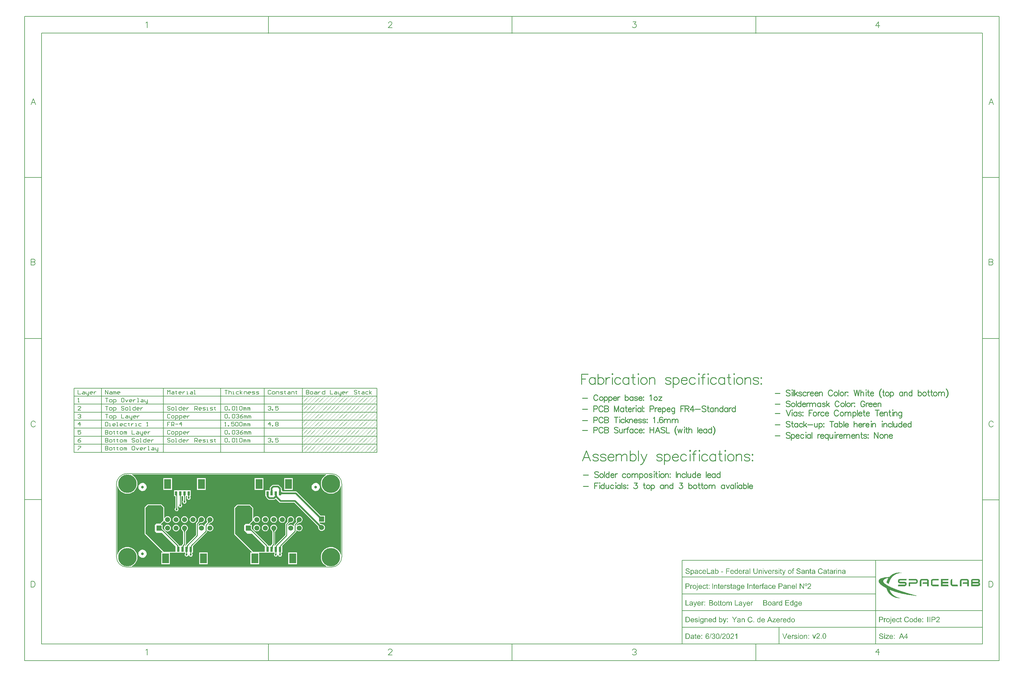
<source format=gbl>
G04*
G04 #@! TF.GenerationSoftware,Altium Limited,Altium Designer,18.1.7 (191)*
G04*
G04 Layer_Physical_Order=2*
G04 Layer_Color=16711680*
%FSLAX25Y25*%
%MOIN*%
G70*
G01*
G75*
%ADD10C,0.00787*%
%ADD11C,0.01000*%
%ADD14C,0.00100*%
%ADD15C,0.00700*%
%ADD16C,0.03200*%
%ADD22C,0.21654*%
%ADD23C,0.05906*%
%ADD24R,0.05906X0.05906*%
%ADD25R,0.05906X0.05906*%
%ADD26C,0.02362*%
%ADD27R,0.08268X0.11811*%
%ADD28R,0.03150X0.06299*%
%ADD29R,0.03150X0.05118*%
%ADD30C,0.02000*%
G36*
X247466Y108933D02*
X245980Y108023D01*
X244564Y106814D01*
X243355Y105398D01*
X242382Y103811D01*
X241670Y102091D01*
X241235Y100281D01*
X241089Y98425D01*
X241235Y96569D01*
X241670Y94759D01*
X242382Y93039D01*
X243355Y91452D01*
X244564Y90036D01*
X245980Y88828D01*
X247567Y87855D01*
X249287Y87142D01*
X251097Y86708D01*
X252953Y86562D01*
X254809Y86708D01*
X256619Y87142D01*
X258339Y87855D01*
X259926Y88828D01*
X261341Y90036D01*
X262550Y91452D01*
X263523Y93039D01*
X264235Y94759D01*
X264445Y95633D01*
X264945Y95574D01*
Y14662D01*
X264445Y14603D01*
X264235Y15477D01*
X263523Y17197D01*
X262550Y18784D01*
X261341Y20200D01*
X259926Y21409D01*
X258339Y22381D01*
X256619Y23094D01*
X254809Y23528D01*
X252953Y23674D01*
X251097Y23528D01*
X249287Y23094D01*
X247567Y22381D01*
X245980Y21409D01*
X244564Y20200D01*
X243355Y18784D01*
X242382Y17197D01*
X241670Y15477D01*
X241235Y13667D01*
X241089Y11811D01*
X241235Y9955D01*
X241670Y8145D01*
X242382Y6425D01*
X243355Y4838D01*
X244564Y3422D01*
X245980Y2213D01*
X247466Y1303D01*
X247379Y803D01*
X18369D01*
X18282Y1303D01*
X19768Y2213D01*
X21184Y3422D01*
X22393Y4838D01*
X23366Y6425D01*
X24078Y8145D01*
X24512Y9955D01*
X24659Y11811D01*
X24512Y13667D01*
X24078Y15477D01*
X23366Y17197D01*
X22393Y18784D01*
X21184Y20200D01*
X19768Y21409D01*
X18181Y22381D01*
X16461Y23094D01*
X14651Y23528D01*
X12795Y23674D01*
X10939Y23528D01*
X9129Y23094D01*
X7409Y22381D01*
X5822Y21409D01*
X4407Y20200D01*
X3198Y18784D01*
X2225Y17197D01*
X1513Y15477D01*
X1303Y14603D01*
X803Y14662D01*
Y95574D01*
X1303Y95633D01*
X1513Y94759D01*
X2225Y93039D01*
X3198Y91452D01*
X4407Y90036D01*
X5822Y88828D01*
X7409Y87855D01*
X9129Y87142D01*
X10939Y86708D01*
X12795Y86562D01*
X14651Y86708D01*
X16461Y87142D01*
X18181Y87855D01*
X19768Y88828D01*
X21184Y90036D01*
X22393Y91452D01*
X23366Y93039D01*
X24078Y94759D01*
X24512Y96569D01*
X24659Y98425D01*
X24512Y100281D01*
X24078Y102091D01*
X23366Y103811D01*
X22393Y105398D01*
X21184Y106814D01*
X19768Y108023D01*
X18282Y108933D01*
X18369Y109433D01*
X247379D01*
X247466Y108933D01*
D02*
G37*
G36*
X799006Y-1464D02*
X799111Y-1474D01*
X799236Y-1493D01*
X799371Y-1512D01*
X799515Y-1541D01*
X799400Y-2214D01*
X799390D01*
X799361Y-2204D01*
X799313Y-2194D01*
X799255Y-2185D01*
X799179D01*
X799102Y-2175D01*
X798938Y-2166D01*
X798881D01*
X798823Y-2175D01*
X798746Y-2185D01*
X798669Y-2204D01*
X798583Y-2233D01*
X798506Y-2271D01*
X798439Y-2319D01*
X798429Y-2329D01*
X798419Y-2348D01*
X798390Y-2387D01*
X798371Y-2444D01*
X798343Y-2521D01*
X798314Y-2627D01*
X798304Y-2742D01*
X798294Y-2886D01*
Y-3300D01*
X799188D01*
Y-3905D01*
X798304D01*
Y-7874D01*
X797526D01*
Y-3905D01*
X796843D01*
Y-3300D01*
X797526D01*
Y-2819D01*
Y-2810D01*
Y-2800D01*
Y-2742D01*
X797535Y-2665D01*
Y-2560D01*
X797545Y-2454D01*
X797564Y-2339D01*
X797583Y-2233D01*
X797612Y-2137D01*
X797622Y-2127D01*
X797631Y-2089D01*
X797660Y-2031D01*
X797699Y-1964D01*
X797756Y-1877D01*
X797823Y-1801D01*
X797900Y-1724D01*
X797997Y-1647D01*
X798006Y-1637D01*
X798054Y-1618D01*
X798112Y-1589D01*
X798208Y-1551D01*
X798314Y-1512D01*
X798458Y-1483D01*
X798612Y-1464D01*
X798794Y-1455D01*
X798919D01*
X799006Y-1464D01*
D02*
G37*
G36*
X850064Y-2444D02*
X849285D01*
Y-1560D01*
X850064D01*
Y-2444D01*
D02*
G37*
G36*
X781957D02*
X781179D01*
Y-1560D01*
X781957D01*
Y-2444D01*
D02*
G37*
G36*
X763343D02*
X762565D01*
Y-1560D01*
X763343D01*
Y-2444D01*
D02*
G37*
G36*
X804704Y-1464D02*
X804772D01*
X804935Y-1483D01*
X805127Y-1512D01*
X805339Y-1551D01*
X805550Y-1608D01*
X805752Y-1685D01*
X805761D01*
X805771Y-1695D01*
X805800Y-1704D01*
X805838Y-1724D01*
X805934Y-1781D01*
X806059Y-1849D01*
X806194Y-1945D01*
X806328Y-2060D01*
X806463Y-2194D01*
X806578Y-2348D01*
X806588Y-2368D01*
X806626Y-2425D01*
X806674Y-2521D01*
X806722Y-2637D01*
X806780Y-2781D01*
X806838Y-2954D01*
X806876Y-3136D01*
X806895Y-3338D01*
X806098Y-3396D01*
Y-3386D01*
Y-3367D01*
X806088Y-3338D01*
X806079Y-3300D01*
X806059Y-3194D01*
X806021Y-3059D01*
X805963Y-2915D01*
X805886Y-2771D01*
X805781Y-2627D01*
X805656Y-2502D01*
X805637Y-2492D01*
X805588Y-2454D01*
X805502Y-2406D01*
X805387Y-2348D01*
X805233Y-2291D01*
X805041Y-2243D01*
X804820Y-2204D01*
X804560Y-2194D01*
X804435D01*
X804378Y-2204D01*
X804301D01*
X804137Y-2233D01*
X803955Y-2262D01*
X803772Y-2310D01*
X803599Y-2377D01*
X803522Y-2425D01*
X803455Y-2473D01*
X803445Y-2483D01*
X803407Y-2521D01*
X803349Y-2579D01*
X803292Y-2665D01*
X803224Y-2761D01*
X803176Y-2877D01*
X803138Y-3002D01*
X803119Y-3146D01*
Y-3165D01*
Y-3204D01*
X803128Y-3271D01*
X803148Y-3348D01*
X803176Y-3434D01*
X803224Y-3530D01*
X803282Y-3617D01*
X803359Y-3703D01*
X803368Y-3713D01*
X803417Y-3742D01*
X803445Y-3761D01*
X803484Y-3790D01*
X803541Y-3809D01*
X803609Y-3838D01*
X803686Y-3876D01*
X803772Y-3915D01*
X803868Y-3943D01*
X803984Y-3982D01*
X804118Y-4030D01*
X804262Y-4069D01*
X804426Y-4107D01*
X804608Y-4155D01*
X804618D01*
X804656Y-4165D01*
X804704Y-4174D01*
X804772Y-4193D01*
X804858Y-4213D01*
X804954Y-4241D01*
X805166Y-4290D01*
X805396Y-4357D01*
X805627Y-4424D01*
X805742Y-4453D01*
X805838Y-4491D01*
X805934Y-4530D01*
X806011Y-4559D01*
X806021D01*
X806040Y-4568D01*
X806059Y-4587D01*
X806098Y-4607D01*
X806194Y-4664D01*
X806319Y-4732D01*
X806453Y-4828D01*
X806588Y-4943D01*
X806713Y-5068D01*
X806818Y-5202D01*
X806828Y-5222D01*
X806857Y-5270D01*
X806905Y-5347D01*
X806953Y-5462D01*
X807001Y-5587D01*
X807049Y-5741D01*
X807078Y-5914D01*
X807088Y-6096D01*
Y-6106D01*
Y-6115D01*
Y-6144D01*
Y-6183D01*
X807068Y-6279D01*
X807049Y-6404D01*
X807020Y-6548D01*
X806963Y-6711D01*
X806895Y-6884D01*
X806799Y-7048D01*
X806790Y-7067D01*
X806742Y-7124D01*
X806684Y-7201D01*
X806588Y-7297D01*
X806472Y-7413D01*
X806328Y-7528D01*
X806155Y-7634D01*
X805963Y-7739D01*
X805954D01*
X805934Y-7749D01*
X805906Y-7759D01*
X805867Y-7778D01*
X805819Y-7797D01*
X805761Y-7816D01*
X805608Y-7855D01*
X805435Y-7903D01*
X805223Y-7941D01*
X805002Y-7970D01*
X804752Y-7980D01*
X804608D01*
X804541Y-7970D01*
X804454D01*
X804358Y-7960D01*
X804253Y-7951D01*
X804032Y-7922D01*
X803791Y-7874D01*
X803551Y-7816D01*
X803321Y-7739D01*
X803311D01*
X803292Y-7730D01*
X803263Y-7711D01*
X803224Y-7691D01*
X803119Y-7634D01*
X802994Y-7547D01*
X802840Y-7442D01*
X802696Y-7317D01*
X802542Y-7163D01*
X802407Y-6990D01*
Y-6980D01*
X802398Y-6971D01*
X802379Y-6942D01*
X802359Y-6903D01*
X802331Y-6855D01*
X802302Y-6798D01*
X802244Y-6654D01*
X802186Y-6490D01*
X802129Y-6288D01*
X802090Y-6077D01*
X802071Y-5846D01*
X802859Y-5779D01*
Y-5789D01*
Y-5798D01*
X802869Y-5856D01*
X802888Y-5942D01*
X802907Y-6058D01*
X802946Y-6183D01*
X802984Y-6317D01*
X803042Y-6442D01*
X803109Y-6567D01*
X803119Y-6577D01*
X803148Y-6615D01*
X803195Y-6673D01*
X803272Y-6740D01*
X803359Y-6817D01*
X803465Y-6903D01*
X803599Y-6980D01*
X803743Y-7057D01*
X803753D01*
X803763Y-7067D01*
X803820Y-7086D01*
X803907Y-7115D01*
X804032Y-7144D01*
X804166Y-7182D01*
X804339Y-7211D01*
X804522Y-7230D01*
X804714Y-7240D01*
X804791D01*
X804887Y-7230D01*
X804993Y-7220D01*
X805127Y-7211D01*
X805262Y-7182D01*
X805406Y-7153D01*
X805550Y-7105D01*
X805569Y-7096D01*
X805608Y-7076D01*
X805675Y-7048D01*
X805752Y-7000D01*
X805848Y-6942D01*
X805934Y-6875D01*
X806021Y-6798D01*
X806098Y-6711D01*
X806107Y-6702D01*
X806127Y-6663D01*
X806155Y-6615D01*
X806194Y-6548D01*
X806223Y-6471D01*
X806252Y-6375D01*
X806271Y-6279D01*
X806280Y-6173D01*
Y-6163D01*
Y-6125D01*
X806271Y-6067D01*
X806261Y-6000D01*
X806242Y-5914D01*
X806203Y-5827D01*
X806165Y-5741D01*
X806107Y-5654D01*
X806098Y-5644D01*
X806079Y-5616D01*
X806030Y-5577D01*
X805973Y-5520D01*
X805896Y-5462D01*
X805800Y-5404D01*
X805675Y-5337D01*
X805540Y-5279D01*
X805531Y-5270D01*
X805492Y-5260D01*
X805415Y-5241D01*
X805367Y-5222D01*
X805310Y-5202D01*
X805233Y-5183D01*
X805156Y-5164D01*
X805060Y-5135D01*
X804964Y-5106D01*
X804848Y-5077D01*
X804714Y-5049D01*
X804570Y-5010D01*
X804416Y-4972D01*
X804406D01*
X804378Y-4962D01*
X804329Y-4953D01*
X804272Y-4933D01*
X804205Y-4914D01*
X804128Y-4895D01*
X803945Y-4847D01*
X803743Y-4780D01*
X803541Y-4712D01*
X803359Y-4645D01*
X803272Y-4616D01*
X803205Y-4578D01*
X803195D01*
X803186Y-4568D01*
X803128Y-4530D01*
X803051Y-4482D01*
X802955Y-4414D01*
X802840Y-4328D01*
X802734Y-4232D01*
X802629Y-4117D01*
X802532Y-3992D01*
X802523Y-3972D01*
X802494Y-3924D01*
X802465Y-3857D01*
X802427Y-3761D01*
X802379Y-3646D01*
X802350Y-3511D01*
X802321Y-3357D01*
X802311Y-3204D01*
Y-3194D01*
Y-3184D01*
Y-3156D01*
Y-3117D01*
X802331Y-3031D01*
X802350Y-2915D01*
X802379Y-2771D01*
X802427Y-2627D01*
X802494Y-2464D01*
X802581Y-2310D01*
Y-2300D01*
X802590Y-2291D01*
X802629Y-2243D01*
X802696Y-2166D01*
X802782Y-2070D01*
X802888Y-1973D01*
X803022Y-1868D01*
X803186Y-1762D01*
X803368Y-1676D01*
X803378D01*
X803388Y-1666D01*
X803417Y-1656D01*
X803465Y-1637D01*
X803513Y-1627D01*
X803570Y-1608D01*
X803705Y-1560D01*
X803878Y-1522D01*
X804070Y-1493D01*
X804291Y-1464D01*
X804522Y-1455D01*
X804637D01*
X804704Y-1464D01*
D02*
G37*
G36*
X673893D02*
X673960D01*
X674124Y-1483D01*
X674316Y-1512D01*
X674527Y-1551D01*
X674739Y-1608D01*
X674940Y-1685D01*
X674950D01*
X674960Y-1695D01*
X674989Y-1704D01*
X675027Y-1724D01*
X675123Y-1781D01*
X675248Y-1849D01*
X675383Y-1945D01*
X675517Y-2060D01*
X675652Y-2194D01*
X675767Y-2348D01*
X675776Y-2368D01*
X675815Y-2425D01*
X675863Y-2521D01*
X675911Y-2637D01*
X675969Y-2781D01*
X676026Y-2954D01*
X676065Y-3136D01*
X676084Y-3338D01*
X675286Y-3396D01*
Y-3386D01*
Y-3367D01*
X675277Y-3338D01*
X675267Y-3300D01*
X675248Y-3194D01*
X675210Y-3059D01*
X675152Y-2915D01*
X675075Y-2771D01*
X674969Y-2627D01*
X674844Y-2502D01*
X674825Y-2492D01*
X674777Y-2454D01*
X674691Y-2406D01*
X674575Y-2348D01*
X674422Y-2291D01*
X674229Y-2243D01*
X674008Y-2204D01*
X673749Y-2194D01*
X673624D01*
X673566Y-2204D01*
X673489D01*
X673326Y-2233D01*
X673143Y-2262D01*
X672961Y-2310D01*
X672788Y-2377D01*
X672711Y-2425D01*
X672644Y-2473D01*
X672634Y-2483D01*
X672596Y-2521D01*
X672538Y-2579D01*
X672480Y-2665D01*
X672413Y-2761D01*
X672365Y-2877D01*
X672327Y-3002D01*
X672307Y-3146D01*
Y-3165D01*
Y-3204D01*
X672317Y-3271D01*
X672336Y-3348D01*
X672365Y-3434D01*
X672413Y-3530D01*
X672471Y-3617D01*
X672548Y-3703D01*
X672557Y-3713D01*
X672605Y-3742D01*
X672634Y-3761D01*
X672673Y-3790D01*
X672730Y-3809D01*
X672797Y-3838D01*
X672874Y-3876D01*
X672961Y-3915D01*
X673057Y-3943D01*
X673172Y-3982D01*
X673307Y-4030D01*
X673451Y-4069D01*
X673614Y-4107D01*
X673797Y-4155D01*
X673806D01*
X673845Y-4165D01*
X673893Y-4174D01*
X673960Y-4193D01*
X674047Y-4213D01*
X674143Y-4241D01*
X674354Y-4290D01*
X674585Y-4357D01*
X674816Y-4424D01*
X674931Y-4453D01*
X675027Y-4491D01*
X675123Y-4530D01*
X675200Y-4559D01*
X675210D01*
X675229Y-4568D01*
X675248Y-4587D01*
X675286Y-4607D01*
X675383Y-4664D01*
X675507Y-4732D01*
X675642Y-4828D01*
X675776Y-4943D01*
X675902Y-5068D01*
X676007Y-5202D01*
X676017Y-5222D01*
X676046Y-5270D01*
X676094Y-5347D01*
X676142Y-5462D01*
X676190Y-5587D01*
X676238Y-5741D01*
X676267Y-5914D01*
X676276Y-6096D01*
Y-6106D01*
Y-6115D01*
Y-6144D01*
Y-6183D01*
X676257Y-6279D01*
X676238Y-6404D01*
X676209Y-6548D01*
X676151Y-6711D01*
X676084Y-6884D01*
X675988Y-7048D01*
X675978Y-7067D01*
X675930Y-7124D01*
X675873Y-7201D01*
X675776Y-7297D01*
X675661Y-7413D01*
X675517Y-7528D01*
X675344Y-7634D01*
X675152Y-7739D01*
X675142D01*
X675123Y-7749D01*
X675094Y-7759D01*
X675056Y-7778D01*
X675008Y-7797D01*
X674950Y-7816D01*
X674796Y-7855D01*
X674623Y-7903D01*
X674412Y-7941D01*
X674191Y-7970D01*
X673941Y-7980D01*
X673797D01*
X673730Y-7970D01*
X673643D01*
X673547Y-7960D01*
X673441Y-7951D01*
X673220Y-7922D01*
X672980Y-7874D01*
X672740Y-7816D01*
X672509Y-7739D01*
X672500D01*
X672480Y-7730D01*
X672451Y-7711D01*
X672413Y-7691D01*
X672307Y-7634D01*
X672182Y-7547D01*
X672029Y-7442D01*
X671884Y-7317D01*
X671731Y-7163D01*
X671596Y-6990D01*
Y-6980D01*
X671587Y-6971D01*
X671567Y-6942D01*
X671548Y-6903D01*
X671519Y-6855D01*
X671490Y-6798D01*
X671433Y-6654D01*
X671375Y-6490D01*
X671317Y-6288D01*
X671279Y-6077D01*
X671260Y-5846D01*
X672048Y-5779D01*
Y-5789D01*
Y-5798D01*
X672057Y-5856D01*
X672077Y-5942D01*
X672096Y-6058D01*
X672134Y-6183D01*
X672173Y-6317D01*
X672230Y-6442D01*
X672298Y-6567D01*
X672307Y-6577D01*
X672336Y-6615D01*
X672384Y-6673D01*
X672461Y-6740D01*
X672548Y-6817D01*
X672653Y-6903D01*
X672788Y-6980D01*
X672932Y-7057D01*
X672942D01*
X672951Y-7067D01*
X673009Y-7086D01*
X673095Y-7115D01*
X673220Y-7144D01*
X673355Y-7182D01*
X673528Y-7211D01*
X673710Y-7230D01*
X673903Y-7240D01*
X673980D01*
X674076Y-7230D01*
X674181Y-7220D01*
X674316Y-7211D01*
X674450Y-7182D01*
X674594Y-7153D01*
X674739Y-7105D01*
X674758Y-7096D01*
X674796Y-7076D01*
X674864Y-7048D01*
X674940Y-7000D01*
X675037Y-6942D01*
X675123Y-6875D01*
X675210Y-6798D01*
X675286Y-6711D01*
X675296Y-6702D01*
X675315Y-6663D01*
X675344Y-6615D01*
X675383Y-6548D01*
X675411Y-6471D01*
X675440Y-6375D01*
X675459Y-6279D01*
X675469Y-6173D01*
Y-6163D01*
Y-6125D01*
X675459Y-6067D01*
X675450Y-6000D01*
X675431Y-5914D01*
X675392Y-5827D01*
X675354Y-5741D01*
X675296Y-5654D01*
X675286Y-5644D01*
X675267Y-5616D01*
X675219Y-5577D01*
X675162Y-5520D01*
X675085Y-5462D01*
X674989Y-5404D01*
X674864Y-5337D01*
X674729Y-5279D01*
X674719Y-5270D01*
X674681Y-5260D01*
X674604Y-5241D01*
X674556Y-5222D01*
X674498Y-5202D01*
X674422Y-5183D01*
X674345Y-5164D01*
X674249Y-5135D01*
X674153Y-5106D01*
X674037Y-5077D01*
X673903Y-5049D01*
X673758Y-5010D01*
X673605Y-4972D01*
X673595D01*
X673566Y-4962D01*
X673518Y-4953D01*
X673460Y-4933D01*
X673393Y-4914D01*
X673316Y-4895D01*
X673134Y-4847D01*
X672932Y-4780D01*
X672730Y-4712D01*
X672548Y-4645D01*
X672461Y-4616D01*
X672394Y-4578D01*
X672384D01*
X672375Y-4568D01*
X672317Y-4530D01*
X672240Y-4482D01*
X672144Y-4414D01*
X672029Y-4328D01*
X671923Y-4232D01*
X671817Y-4117D01*
X671721Y-3992D01*
X671711Y-3972D01*
X671683Y-3924D01*
X671654Y-3857D01*
X671615Y-3761D01*
X671567Y-3646D01*
X671538Y-3511D01*
X671510Y-3357D01*
X671500Y-3204D01*
Y-3194D01*
Y-3184D01*
Y-3156D01*
Y-3117D01*
X671519Y-3031D01*
X671538Y-2915D01*
X671567Y-2771D01*
X671615Y-2627D01*
X671683Y-2464D01*
X671769Y-2310D01*
Y-2300D01*
X671779Y-2291D01*
X671817Y-2243D01*
X671884Y-2166D01*
X671971Y-2070D01*
X672077Y-1973D01*
X672211Y-1868D01*
X672375Y-1762D01*
X672557Y-1676D01*
X672567D01*
X672576Y-1666D01*
X672605Y-1656D01*
X672653Y-1637D01*
X672701Y-1627D01*
X672759Y-1608D01*
X672893Y-1560D01*
X673067Y-1522D01*
X673259Y-1493D01*
X673480Y-1464D01*
X673710Y-1455D01*
X673826D01*
X673893Y-1464D01*
D02*
G37*
G36*
X830728D02*
X830805Y-1474D01*
X830901Y-1483D01*
X831007Y-1493D01*
X831122Y-1512D01*
X831372Y-1570D01*
X831641Y-1656D01*
X831776Y-1714D01*
X831910Y-1781D01*
X832035Y-1858D01*
X832160Y-1945D01*
X832170Y-1954D01*
X832189Y-1964D01*
X832218Y-1993D01*
X832266Y-2031D01*
X832314Y-2079D01*
X832381Y-2146D01*
X832448Y-2214D01*
X832516Y-2291D01*
X832592Y-2387D01*
X832660Y-2483D01*
X832737Y-2598D01*
X832814Y-2723D01*
X832881Y-2848D01*
X832948Y-2992D01*
X833063Y-3300D01*
X832237Y-3492D01*
Y-3482D01*
X832227Y-3463D01*
X832218Y-3425D01*
X832199Y-3376D01*
X832170Y-3319D01*
X832141Y-3252D01*
X832074Y-3108D01*
X831987Y-2944D01*
X831872Y-2771D01*
X831747Y-2617D01*
X831593Y-2483D01*
X831574Y-2473D01*
X831516Y-2435D01*
X831430Y-2387D01*
X831305Y-2319D01*
X831161Y-2262D01*
X830978Y-2214D01*
X830776Y-2175D01*
X830546Y-2166D01*
X830478D01*
X830430Y-2175D01*
X830363D01*
X830296Y-2185D01*
X830123Y-2214D01*
X829931Y-2252D01*
X829729Y-2319D01*
X829527Y-2406D01*
X829335Y-2521D01*
X829325D01*
X829315Y-2541D01*
X829258Y-2589D01*
X829171Y-2665D01*
X829066Y-2771D01*
X828960Y-2906D01*
X828845Y-3059D01*
X828739Y-3252D01*
X828652Y-3463D01*
Y-3473D01*
X828643Y-3492D01*
X828633Y-3521D01*
X828624Y-3569D01*
X828604Y-3617D01*
X828595Y-3684D01*
X828556Y-3838D01*
X828518Y-4020D01*
X828489Y-4222D01*
X828470Y-4443D01*
X828460Y-4674D01*
Y-4684D01*
Y-4712D01*
Y-4751D01*
Y-4808D01*
X828470Y-4876D01*
Y-4962D01*
X828479Y-5049D01*
X828489Y-5145D01*
X828518Y-5366D01*
X828556Y-5606D01*
X828614Y-5846D01*
X828691Y-6077D01*
Y-6087D01*
X828701Y-6106D01*
X828720Y-6135D01*
X828739Y-6173D01*
X828787Y-6288D01*
X828864Y-6413D01*
X828969Y-6567D01*
X829095Y-6711D01*
X829239Y-6855D01*
X829412Y-6980D01*
X829421D01*
X829431Y-6990D01*
X829460Y-7009D01*
X829498Y-7028D01*
X829604Y-7067D01*
X829738Y-7124D01*
X829892Y-7173D01*
X830075Y-7220D01*
X830276Y-7259D01*
X830488Y-7269D01*
X830555D01*
X830603Y-7259D01*
X830661D01*
X830738Y-7249D01*
X830901Y-7220D01*
X831084Y-7173D01*
X831286Y-7096D01*
X831478Y-7000D01*
X831670Y-6865D01*
X831680Y-6855D01*
X831689Y-6846D01*
X831747Y-6788D01*
X831833Y-6692D01*
X831939Y-6567D01*
X832045Y-6394D01*
X832160Y-6192D01*
X832256Y-5942D01*
X832333Y-5664D01*
X833169Y-5875D01*
Y-5885D01*
X833160Y-5923D01*
X833140Y-5971D01*
X833121Y-6048D01*
X833083Y-6125D01*
X833044Y-6231D01*
X833006Y-6336D01*
X832948Y-6452D01*
X832823Y-6711D01*
X832650Y-6971D01*
X832458Y-7220D01*
X832343Y-7336D01*
X832218Y-7442D01*
X832208Y-7451D01*
X832189Y-7461D01*
X832150Y-7490D01*
X832093Y-7528D01*
X832026Y-7566D01*
X831949Y-7615D01*
X831862Y-7663D01*
X831756Y-7711D01*
X831641Y-7759D01*
X831516Y-7807D01*
X831372Y-7855D01*
X831228Y-7893D01*
X830911Y-7960D01*
X830738Y-7970D01*
X830555Y-7980D01*
X830459D01*
X830382Y-7970D01*
X830296D01*
X830200Y-7960D01*
X830084Y-7941D01*
X829969Y-7932D01*
X829700Y-7874D01*
X829421Y-7807D01*
X829152Y-7701D01*
X829018Y-7643D01*
X828893Y-7566D01*
X828883Y-7557D01*
X828864Y-7547D01*
X828835Y-7518D01*
X828787Y-7490D01*
X828672Y-7394D01*
X828537Y-7259D01*
X828374Y-7096D01*
X828220Y-6884D01*
X828057Y-6644D01*
X827922Y-6365D01*
Y-6356D01*
X827912Y-6327D01*
X827893Y-6288D01*
X827874Y-6231D01*
X827845Y-6154D01*
X827816Y-6067D01*
X827787Y-5971D01*
X827759Y-5856D01*
X827730Y-5741D01*
X827701Y-5606D01*
X827643Y-5318D01*
X827605Y-5010D01*
X827595Y-4674D01*
Y-4664D01*
Y-4626D01*
Y-4578D01*
X827605Y-4510D01*
Y-4424D01*
X827614Y-4318D01*
X827624Y-4213D01*
X827643Y-4088D01*
X827691Y-3819D01*
X827749Y-3530D01*
X827845Y-3232D01*
X827970Y-2954D01*
Y-2944D01*
X827989Y-2925D01*
X828008Y-2886D01*
X828037Y-2829D01*
X828076Y-2771D01*
X828124Y-2704D01*
X828249Y-2541D01*
X828393Y-2358D01*
X828576Y-2175D01*
X828797Y-1993D01*
X829037Y-1839D01*
X829046D01*
X829066Y-1820D01*
X829104Y-1801D01*
X829162Y-1781D01*
X829219Y-1752D01*
X829296Y-1714D01*
X829392Y-1685D01*
X829488Y-1647D01*
X829594Y-1608D01*
X829710Y-1579D01*
X829969Y-1512D01*
X830257Y-1474D01*
X830565Y-1455D01*
X830661D01*
X830728Y-1464D01*
D02*
G37*
G36*
X732927Y-7874D02*
X732206D01*
Y-7307D01*
X732197Y-7317D01*
X732187Y-7336D01*
X732158Y-7365D01*
X732120Y-7413D01*
X732082Y-7461D01*
X732024Y-7518D01*
X731957Y-7576D01*
X731880Y-7643D01*
X731793Y-7701D01*
X731697Y-7768D01*
X731591Y-7826D01*
X731486Y-7874D01*
X731361Y-7922D01*
X731226Y-7951D01*
X731082Y-7970D01*
X730928Y-7980D01*
X730871D01*
X730832Y-7970D01*
X730726Y-7960D01*
X730602Y-7941D01*
X730438Y-7903D01*
X730275Y-7855D01*
X730092Y-7778D01*
X729919Y-7682D01*
X729910D01*
X729900Y-7672D01*
X729842Y-7624D01*
X729766Y-7557D01*
X729660Y-7461D01*
X729554Y-7345D01*
X729429Y-7201D01*
X729323Y-7038D01*
X729218Y-6846D01*
Y-6836D01*
X729208Y-6817D01*
X729199Y-6788D01*
X729179Y-6750D01*
X729160Y-6702D01*
X729141Y-6634D01*
X729093Y-6481D01*
X729045Y-6298D01*
X729006Y-6087D01*
X728977Y-5856D01*
X728968Y-5596D01*
Y-5587D01*
Y-5568D01*
Y-5529D01*
Y-5481D01*
X728977Y-5424D01*
Y-5347D01*
X728997Y-5183D01*
X729026Y-4991D01*
X729064Y-4789D01*
X729112Y-4568D01*
X729189Y-4357D01*
Y-4347D01*
X729199Y-4328D01*
X729218Y-4299D01*
X729237Y-4261D01*
X729285Y-4165D01*
X729362Y-4040D01*
X729458Y-3895D01*
X729573Y-3751D01*
X729708Y-3617D01*
X729871Y-3492D01*
X729881D01*
X729890Y-3482D01*
X729948Y-3444D01*
X730044Y-3396D01*
X730169Y-3338D01*
X730323Y-3290D01*
X730496Y-3242D01*
X730688Y-3204D01*
X730890Y-3194D01*
X730957D01*
X731034Y-3204D01*
X731140Y-3213D01*
X731246Y-3242D01*
X731370Y-3271D01*
X731495Y-3319D01*
X731620Y-3376D01*
X731639Y-3386D01*
X731678Y-3405D01*
X731736Y-3444D01*
X731812Y-3501D01*
X731889Y-3559D01*
X731985Y-3636D01*
X732072Y-3732D01*
X732149Y-3828D01*
Y-1560D01*
X732927D01*
Y-7874D01*
D02*
G37*
G36*
X679553Y-3213D02*
X679688Y-3232D01*
X679851Y-3271D01*
X680024Y-3319D01*
X680197Y-3396D01*
X680370Y-3501D01*
X680380D01*
X680389Y-3511D01*
X680447Y-3559D01*
X680524Y-3626D01*
X680630Y-3723D01*
X680735Y-3838D01*
X680851Y-3992D01*
X680956Y-4155D01*
X681052Y-4357D01*
Y-4366D01*
X681062Y-4386D01*
X681072Y-4414D01*
X681091Y-4453D01*
X681110Y-4501D01*
X681129Y-4568D01*
X681168Y-4712D01*
X681206Y-4895D01*
X681245Y-5097D01*
X681274Y-5318D01*
X681283Y-5558D01*
Y-5568D01*
Y-5587D01*
Y-5625D01*
Y-5673D01*
X681274Y-5741D01*
Y-5808D01*
X681254Y-5981D01*
X681216Y-6173D01*
X681177Y-6385D01*
X681110Y-6605D01*
X681024Y-6826D01*
Y-6836D01*
X681014Y-6855D01*
X680995Y-6884D01*
X680976Y-6923D01*
X680918Y-7019D01*
X680841Y-7144D01*
X680735Y-7278D01*
X680610Y-7422D01*
X680466Y-7557D01*
X680293Y-7682D01*
X680284D01*
X680274Y-7691D01*
X680245Y-7711D01*
X680207Y-7730D01*
X680111Y-7778D01*
X679986Y-7826D01*
X679832Y-7884D01*
X679669Y-7932D01*
X679476Y-7970D01*
X679284Y-7980D01*
X679217D01*
X679150Y-7970D01*
X679053Y-7960D01*
X678948Y-7941D01*
X678832Y-7913D01*
X678708Y-7874D01*
X678592Y-7826D01*
X678583Y-7816D01*
X678544Y-7797D01*
X678487Y-7759D01*
X678419Y-7711D01*
X678333Y-7653D01*
X678256Y-7586D01*
X678169Y-7499D01*
X678093Y-7413D01*
Y-9623D01*
X677314D01*
Y-3300D01*
X678025D01*
Y-3895D01*
X678035Y-3876D01*
X678064Y-3838D01*
X678121Y-3780D01*
X678189Y-3703D01*
X678265Y-3617D01*
X678362Y-3530D01*
X678467Y-3444D01*
X678583Y-3376D01*
X678602Y-3367D01*
X678640Y-3348D01*
X678708Y-3319D01*
X678794Y-3280D01*
X678909Y-3252D01*
X679034Y-3223D01*
X679178Y-3204D01*
X679342Y-3194D01*
X679438D01*
X679553Y-3213D01*
D02*
G37*
G36*
X853542Y-3204D02*
X853638Y-3213D01*
X853754Y-3232D01*
X853888Y-3261D01*
X854013Y-3300D01*
X854148Y-3348D01*
X854167Y-3357D01*
X854205Y-3376D01*
X854263Y-3405D01*
X854340Y-3453D01*
X854426Y-3511D01*
X854513Y-3578D01*
X854599Y-3655D01*
X854667Y-3742D01*
X854676Y-3751D01*
X854696Y-3780D01*
X854724Y-3838D01*
X854763Y-3905D01*
X854801Y-3982D01*
X854840Y-4078D01*
X854878Y-4193D01*
X854907Y-4309D01*
Y-4318D01*
X854916Y-4347D01*
X854926Y-4405D01*
X854936Y-4482D01*
Y-4587D01*
X854945Y-4722D01*
X854955Y-4876D01*
Y-5068D01*
Y-7874D01*
X854177D01*
Y-5097D01*
Y-5087D01*
Y-5077D01*
Y-5020D01*
Y-4933D01*
X854167Y-4828D01*
X854157Y-4722D01*
X854138Y-4597D01*
X854109Y-4491D01*
X854080Y-4395D01*
Y-4386D01*
X854061Y-4357D01*
X854042Y-4309D01*
X854013Y-4261D01*
X853965Y-4193D01*
X853907Y-4136D01*
X853840Y-4069D01*
X853763Y-4011D01*
X853754Y-4001D01*
X853725Y-3992D01*
X853677Y-3963D01*
X853610Y-3934D01*
X853533Y-3915D01*
X853437Y-3886D01*
X853341Y-3876D01*
X853225Y-3867D01*
X853139D01*
X853052Y-3886D01*
X852927Y-3905D01*
X852793Y-3943D01*
X852658Y-4001D01*
X852504Y-4078D01*
X852370Y-4184D01*
X852351Y-4203D01*
X852312Y-4251D01*
X852255Y-4328D01*
X852226Y-4386D01*
X852197Y-4453D01*
X852159Y-4530D01*
X852130Y-4616D01*
X852101Y-4712D01*
X852072Y-4818D01*
X852043Y-4943D01*
X852034Y-5077D01*
X852014Y-5222D01*
Y-5375D01*
Y-7874D01*
X851236D01*
Y-3300D01*
X851937D01*
Y-3953D01*
X851947Y-3943D01*
X851957Y-3924D01*
X851985Y-3886D01*
X852034Y-3838D01*
X852082Y-3780D01*
X852149Y-3713D01*
X852216Y-3646D01*
X852303Y-3569D01*
X852408Y-3501D01*
X852514Y-3434D01*
X852629Y-3367D01*
X852764Y-3309D01*
X852899Y-3261D01*
X853052Y-3223D01*
X853216Y-3204D01*
X853389Y-3194D01*
X853456D01*
X853542Y-3204D01*
D02*
G37*
G36*
X815333D02*
X815429Y-3213D01*
X815544Y-3232D01*
X815679Y-3261D01*
X815804Y-3300D01*
X815938Y-3348D01*
X815958Y-3357D01*
X815996Y-3376D01*
X816054Y-3405D01*
X816131Y-3453D01*
X816217Y-3511D01*
X816304Y-3578D01*
X816390Y-3655D01*
X816457Y-3742D01*
X816467Y-3751D01*
X816486Y-3780D01*
X816515Y-3838D01*
X816553Y-3905D01*
X816592Y-3982D01*
X816630Y-4078D01*
X816669Y-4193D01*
X816698Y-4309D01*
Y-4318D01*
X816707Y-4347D01*
X816717Y-4405D01*
X816726Y-4482D01*
Y-4587D01*
X816736Y-4722D01*
X816746Y-4876D01*
Y-5068D01*
Y-7874D01*
X815967D01*
Y-5097D01*
Y-5087D01*
Y-5077D01*
Y-5020D01*
Y-4933D01*
X815958Y-4828D01*
X815948Y-4722D01*
X815929Y-4597D01*
X815900Y-4491D01*
X815871Y-4395D01*
Y-4386D01*
X815852Y-4357D01*
X815833Y-4309D01*
X815804Y-4261D01*
X815756Y-4193D01*
X815698Y-4136D01*
X815631Y-4069D01*
X815554Y-4011D01*
X815544Y-4001D01*
X815516Y-3992D01*
X815467Y-3963D01*
X815400Y-3934D01*
X815323Y-3915D01*
X815227Y-3886D01*
X815131Y-3876D01*
X815016Y-3867D01*
X814929D01*
X814843Y-3886D01*
X814718Y-3905D01*
X814583Y-3943D01*
X814449Y-4001D01*
X814295Y-4078D01*
X814161Y-4184D01*
X814141Y-4203D01*
X814103Y-4251D01*
X814045Y-4328D01*
X814016Y-4386D01*
X813988Y-4453D01*
X813949Y-4530D01*
X813920Y-4616D01*
X813892Y-4712D01*
X813863Y-4818D01*
X813834Y-4943D01*
X813824Y-5077D01*
X813805Y-5222D01*
Y-5375D01*
Y-7874D01*
X813027D01*
Y-3300D01*
X813728D01*
Y-3953D01*
X813738Y-3943D01*
X813747Y-3924D01*
X813776Y-3886D01*
X813824Y-3838D01*
X813872Y-3780D01*
X813939Y-3713D01*
X814007Y-3646D01*
X814093Y-3569D01*
X814199Y-3501D01*
X814305Y-3434D01*
X814420Y-3367D01*
X814555Y-3309D01*
X814689Y-3261D01*
X814843Y-3223D01*
X815006Y-3204D01*
X815179Y-3194D01*
X815246D01*
X815333Y-3204D01*
D02*
G37*
G36*
X759960D02*
X760056Y-3213D01*
X760172Y-3232D01*
X760306Y-3261D01*
X760431Y-3300D01*
X760566Y-3348D01*
X760585Y-3357D01*
X760623Y-3376D01*
X760681Y-3405D01*
X760758Y-3453D01*
X760844Y-3511D01*
X760931Y-3578D01*
X761017Y-3655D01*
X761085Y-3742D01*
X761094Y-3751D01*
X761113Y-3780D01*
X761142Y-3838D01*
X761181Y-3905D01*
X761219Y-3982D01*
X761258Y-4078D01*
X761296Y-4193D01*
X761325Y-4309D01*
Y-4318D01*
X761334Y-4347D01*
X761344Y-4405D01*
X761354Y-4482D01*
Y-4587D01*
X761363Y-4722D01*
X761373Y-4876D01*
Y-5068D01*
Y-7874D01*
X760594D01*
Y-5097D01*
Y-5087D01*
Y-5077D01*
Y-5020D01*
Y-4933D01*
X760585Y-4828D01*
X760575Y-4722D01*
X760556Y-4597D01*
X760527Y-4491D01*
X760498Y-4395D01*
Y-4386D01*
X760479Y-4357D01*
X760460Y-4309D01*
X760431Y-4261D01*
X760383Y-4193D01*
X760325Y-4136D01*
X760258Y-4069D01*
X760181Y-4011D01*
X760172Y-4001D01*
X760143Y-3992D01*
X760095Y-3963D01*
X760027Y-3934D01*
X759950Y-3915D01*
X759854Y-3886D01*
X759758Y-3876D01*
X759643Y-3867D01*
X759556D01*
X759470Y-3886D01*
X759345Y-3905D01*
X759211Y-3943D01*
X759076Y-4001D01*
X758922Y-4078D01*
X758788Y-4184D01*
X758769Y-4203D01*
X758730Y-4251D01*
X758672Y-4328D01*
X758644Y-4386D01*
X758615Y-4453D01*
X758576Y-4530D01*
X758547Y-4616D01*
X758519Y-4712D01*
X758490Y-4818D01*
X758461Y-4943D01*
X758451Y-5077D01*
X758432Y-5222D01*
Y-5375D01*
Y-7874D01*
X757654D01*
Y-3300D01*
X758355D01*
Y-3953D01*
X758365Y-3943D01*
X758375Y-3924D01*
X758403Y-3886D01*
X758451Y-3838D01*
X758499Y-3780D01*
X758567Y-3713D01*
X758634Y-3646D01*
X758720Y-3569D01*
X758826Y-3501D01*
X758932Y-3434D01*
X759047Y-3367D01*
X759182Y-3309D01*
X759316Y-3261D01*
X759470Y-3223D01*
X759633Y-3204D01*
X759806Y-3194D01*
X759874D01*
X759960Y-3204D01*
D02*
G37*
G36*
X848170D02*
X848276Y-3223D01*
X848391Y-3261D01*
X848526Y-3300D01*
X848670Y-3367D01*
X848824Y-3453D01*
X848545Y-4165D01*
X848536Y-4155D01*
X848497Y-4136D01*
X848439Y-4107D01*
X848372Y-4078D01*
X848286Y-4049D01*
X848190Y-4020D01*
X848084Y-4001D01*
X847978Y-3992D01*
X847940D01*
X847892Y-4001D01*
X847824Y-4011D01*
X847757Y-4030D01*
X847680Y-4059D01*
X847603Y-4097D01*
X847526Y-4145D01*
X847517Y-4155D01*
X847498Y-4174D01*
X847459Y-4213D01*
X847421Y-4261D01*
X847373Y-4318D01*
X847325Y-4395D01*
X847286Y-4482D01*
X847248Y-4578D01*
X847238Y-4597D01*
X847229Y-4645D01*
X847209Y-4732D01*
X847190Y-4847D01*
X847161Y-4981D01*
X847142Y-5135D01*
X847132Y-5299D01*
X847123Y-5481D01*
Y-7874D01*
X846344D01*
Y-3300D01*
X847046D01*
Y-3982D01*
X847056Y-3972D01*
X847094Y-3915D01*
X847142Y-3828D01*
X847200Y-3732D01*
X847277Y-3626D01*
X847363Y-3521D01*
X847440Y-3425D01*
X847526Y-3357D01*
X847536Y-3348D01*
X847565Y-3328D01*
X847613Y-3309D01*
X847680Y-3271D01*
X847748Y-3242D01*
X847834Y-3223D01*
X847930Y-3204D01*
X848026Y-3194D01*
X848093D01*
X848170Y-3204D01*
D02*
G37*
G36*
X775653D02*
X775759Y-3223D01*
X775874Y-3261D01*
X776009Y-3300D01*
X776153Y-3367D01*
X776307Y-3453D01*
X776028Y-4165D01*
X776018Y-4155D01*
X775980Y-4136D01*
X775922Y-4107D01*
X775855Y-4078D01*
X775769Y-4049D01*
X775672Y-4020D01*
X775567Y-4001D01*
X775461Y-3992D01*
X775423D01*
X775375Y-4001D01*
X775307Y-4011D01*
X775240Y-4030D01*
X775163Y-4059D01*
X775086Y-4097D01*
X775009Y-4145D01*
X775000Y-4155D01*
X774981Y-4174D01*
X774942Y-4213D01*
X774904Y-4261D01*
X774856Y-4318D01*
X774808Y-4395D01*
X774769Y-4482D01*
X774731Y-4578D01*
X774721Y-4597D01*
X774712Y-4645D01*
X774692Y-4732D01*
X774673Y-4847D01*
X774644Y-4981D01*
X774625Y-5135D01*
X774615Y-5299D01*
X774606Y-5481D01*
Y-7874D01*
X773827D01*
Y-3300D01*
X774529D01*
Y-3982D01*
X774539Y-3972D01*
X774577Y-3915D01*
X774625Y-3828D01*
X774683Y-3732D01*
X774759Y-3626D01*
X774846Y-3521D01*
X774923Y-3425D01*
X775009Y-3357D01*
X775019Y-3348D01*
X775048Y-3328D01*
X775096Y-3309D01*
X775163Y-3271D01*
X775230Y-3242D01*
X775317Y-3223D01*
X775413Y-3204D01*
X775509Y-3194D01*
X775576D01*
X775653Y-3204D01*
D02*
G37*
G36*
X740875D02*
X740980Y-3223D01*
X741096Y-3261D01*
X741230Y-3300D01*
X741374Y-3367D01*
X741528Y-3453D01*
X741250Y-4165D01*
X741240Y-4155D01*
X741201Y-4136D01*
X741144Y-4107D01*
X741077Y-4078D01*
X740990Y-4049D01*
X740894Y-4020D01*
X740788Y-4001D01*
X740683Y-3992D01*
X740644D01*
X740596Y-4001D01*
X740529Y-4011D01*
X740461Y-4030D01*
X740385Y-4059D01*
X740308Y-4097D01*
X740231Y-4145D01*
X740221Y-4155D01*
X740202Y-4174D01*
X740164Y-4213D01*
X740125Y-4261D01*
X740077Y-4318D01*
X740029Y-4395D01*
X739991Y-4482D01*
X739952Y-4578D01*
X739943Y-4597D01*
X739933Y-4645D01*
X739914Y-4732D01*
X739894Y-4847D01*
X739866Y-4981D01*
X739846Y-5135D01*
X739837Y-5299D01*
X739827Y-5481D01*
Y-7874D01*
X739049D01*
Y-3300D01*
X739750D01*
Y-3982D01*
X739760Y-3972D01*
X739798Y-3915D01*
X739846Y-3828D01*
X739904Y-3732D01*
X739981Y-3626D01*
X740067Y-3521D01*
X740144Y-3425D01*
X740231Y-3357D01*
X740240Y-3348D01*
X740269Y-3328D01*
X740317Y-3309D01*
X740385Y-3271D01*
X740452Y-3242D01*
X740538Y-3223D01*
X740634Y-3204D01*
X740730Y-3194D01*
X740798D01*
X740875Y-3204D01*
D02*
G37*
G36*
X778450D02*
X778575Y-3213D01*
X778728Y-3232D01*
X778882Y-3261D01*
X779046Y-3300D01*
X779199Y-3357D01*
X779209D01*
X779219Y-3367D01*
X779267Y-3386D01*
X779344Y-3425D01*
X779430Y-3463D01*
X779526Y-3530D01*
X779632Y-3598D01*
X779728Y-3684D01*
X779805Y-3780D01*
X779814Y-3790D01*
X779834Y-3828D01*
X779872Y-3886D01*
X779920Y-3963D01*
X779959Y-4059D01*
X780007Y-4184D01*
X780045Y-4318D01*
X780084Y-4472D01*
X779324Y-4578D01*
Y-4559D01*
X779315Y-4520D01*
X779295Y-4453D01*
X779267Y-4376D01*
X779228Y-4290D01*
X779171Y-4203D01*
X779103Y-4107D01*
X779017Y-4030D01*
X779007Y-4020D01*
X778969Y-4001D01*
X778911Y-3963D01*
X778834Y-3924D01*
X778738Y-3895D01*
X778613Y-3857D01*
X778479Y-3838D01*
X778315Y-3828D01*
X778229D01*
X778133Y-3838D01*
X778017Y-3847D01*
X777892Y-3876D01*
X777768Y-3905D01*
X777642Y-3953D01*
X777546Y-4011D01*
X777537Y-4020D01*
X777508Y-4040D01*
X777479Y-4078D01*
X777441Y-4126D01*
X777393Y-4184D01*
X777364Y-4261D01*
X777335Y-4338D01*
X777325Y-4424D01*
Y-4434D01*
Y-4453D01*
X777335Y-4482D01*
Y-4520D01*
X777364Y-4607D01*
X777412Y-4703D01*
X777422Y-4712D01*
X777431Y-4722D01*
X777489Y-4770D01*
X777527Y-4808D01*
X777575Y-4837D01*
X777642Y-4876D01*
X777710Y-4905D01*
X777719D01*
X777739Y-4914D01*
X777777Y-4924D01*
X777844Y-4943D01*
X777931Y-4972D01*
X778056Y-5010D01*
X778209Y-5049D01*
X778296Y-5077D01*
X778402Y-5106D01*
X778411D01*
X778440Y-5116D01*
X778479Y-5126D01*
X778536Y-5145D01*
X778604Y-5164D01*
X778680Y-5183D01*
X778853Y-5231D01*
X779046Y-5289D01*
X779238Y-5356D01*
X779411Y-5414D01*
X779488Y-5443D01*
X779555Y-5472D01*
X779574Y-5481D01*
X779613Y-5500D01*
X779670Y-5529D01*
X779738Y-5568D01*
X779824Y-5625D01*
X779911Y-5702D01*
X779987Y-5779D01*
X780064Y-5875D01*
X780074Y-5885D01*
X780093Y-5923D01*
X780122Y-5981D01*
X780160Y-6058D01*
X780199Y-6154D01*
X780228Y-6269D01*
X780247Y-6394D01*
X780257Y-6538D01*
Y-6558D01*
Y-6605D01*
X780247Y-6682D01*
X780228Y-6769D01*
X780199Y-6884D01*
X780160Y-7009D01*
X780103Y-7134D01*
X780026Y-7269D01*
X780016Y-7288D01*
X779987Y-7326D01*
X779930Y-7384D01*
X779853Y-7461D01*
X779766Y-7547D01*
X779651Y-7634D01*
X779517Y-7720D01*
X779363Y-7797D01*
X779344Y-7807D01*
X779286Y-7826D01*
X779199Y-7855D01*
X779084Y-7884D01*
X778940Y-7922D01*
X778777Y-7951D01*
X778594Y-7970D01*
X778402Y-7980D01*
X778315D01*
X778258Y-7970D01*
X778181D01*
X778094Y-7960D01*
X777892Y-7932D01*
X777671Y-7893D01*
X777450Y-7826D01*
X777229Y-7739D01*
X777133Y-7682D01*
X777037Y-7615D01*
X777028D01*
X777018Y-7595D01*
X776960Y-7547D01*
X776883Y-7461D01*
X776787Y-7336D01*
X776691Y-7182D01*
X776595Y-6990D01*
X776509Y-6769D01*
X776451Y-6509D01*
X777220Y-6385D01*
Y-6394D01*
Y-6404D01*
X777229Y-6461D01*
X777258Y-6548D01*
X777287Y-6654D01*
X777335Y-6769D01*
X777393Y-6884D01*
X777479Y-7000D01*
X777575Y-7105D01*
X777585Y-7115D01*
X777633Y-7144D01*
X777700Y-7182D01*
X777787Y-7220D01*
X777912Y-7269D01*
X778046Y-7307D01*
X778219Y-7336D01*
X778402Y-7345D01*
X778488D01*
X778584Y-7336D01*
X778700Y-7317D01*
X778834Y-7297D01*
X778969Y-7259D01*
X779094Y-7201D01*
X779199Y-7134D01*
X779209Y-7124D01*
X779238Y-7096D01*
X779286Y-7048D01*
X779334Y-6990D01*
X779372Y-6913D01*
X779420Y-6817D01*
X779449Y-6721D01*
X779459Y-6615D01*
Y-6605D01*
Y-6567D01*
X779449Y-6529D01*
X779430Y-6461D01*
X779401Y-6404D01*
X779363Y-6327D01*
X779305Y-6260D01*
X779228Y-6202D01*
X779219Y-6192D01*
X779190Y-6183D01*
X779142Y-6163D01*
X779065Y-6125D01*
X778959Y-6096D01*
X778825Y-6048D01*
X778738Y-6019D01*
X778652Y-6000D01*
X778546Y-5971D01*
X778431Y-5942D01*
X778421D01*
X778392Y-5933D01*
X778354Y-5923D01*
X778296Y-5904D01*
X778219Y-5885D01*
X778142Y-5866D01*
X777960Y-5808D01*
X777768Y-5750D01*
X777566Y-5692D01*
X777383Y-5625D01*
X777306Y-5596D01*
X777239Y-5568D01*
X777229Y-5558D01*
X777181Y-5539D01*
X777124Y-5500D01*
X777056Y-5452D01*
X776970Y-5395D01*
X776893Y-5318D01*
X776806Y-5231D01*
X776739Y-5135D01*
X776730Y-5126D01*
X776710Y-5087D01*
X776691Y-5029D01*
X776662Y-4953D01*
X776624Y-4866D01*
X776605Y-4760D01*
X776585Y-4645D01*
X776576Y-4520D01*
Y-4510D01*
Y-4472D01*
X776585Y-4405D01*
X776595Y-4338D01*
X776605Y-4251D01*
X776634Y-4155D01*
X776662Y-4049D01*
X776710Y-3953D01*
X776720Y-3943D01*
X776739Y-3905D01*
X776768Y-3857D01*
X776816Y-3799D01*
X776864Y-3732D01*
X776931Y-3665D01*
X777008Y-3588D01*
X777095Y-3521D01*
X777104Y-3511D01*
X777133Y-3501D01*
X777172Y-3473D01*
X777229Y-3444D01*
X777297Y-3405D01*
X777383Y-3367D01*
X777479Y-3328D01*
X777585Y-3290D01*
X777604D01*
X777642Y-3271D01*
X777700Y-3261D01*
X777787Y-3242D01*
X777892Y-3223D01*
X777998Y-3213D01*
X778123Y-3194D01*
X778344D01*
X778450Y-3204D01*
D02*
G37*
G36*
X689086D02*
X689154D01*
X689221Y-3213D01*
X689394Y-3242D01*
X689586Y-3290D01*
X689797Y-3357D01*
X689999Y-3453D01*
X690182Y-3578D01*
X690192D01*
X690201Y-3598D01*
X690259Y-3646D01*
X690336Y-3732D01*
X690432Y-3847D01*
X690538Y-4001D01*
X690634Y-4184D01*
X690720Y-4405D01*
X690787Y-4645D01*
X690038Y-4760D01*
Y-4751D01*
X690028Y-4741D01*
X690019Y-4684D01*
X689990Y-4607D01*
X689951Y-4501D01*
X689894Y-4386D01*
X689826Y-4270D01*
X689749Y-4165D01*
X689653Y-4069D01*
X689644Y-4059D01*
X689605Y-4030D01*
X689548Y-3992D01*
X689471Y-3943D01*
X689375Y-3905D01*
X689269Y-3867D01*
X689134Y-3838D01*
X689000Y-3828D01*
X688942D01*
X688904Y-3838D01*
X688798Y-3847D01*
X688664Y-3876D01*
X688510Y-3934D01*
X688356Y-4011D01*
X688193Y-4107D01*
X688116Y-4174D01*
X688049Y-4251D01*
X688029Y-4270D01*
X688020Y-4299D01*
X687991Y-4328D01*
X687962Y-4376D01*
X687933Y-4434D01*
X687904Y-4501D01*
X687876Y-4578D01*
X687837Y-4664D01*
X687808Y-4760D01*
X687779Y-4876D01*
X687751Y-4991D01*
X687722Y-5126D01*
X687712Y-5270D01*
X687693Y-5424D01*
Y-5587D01*
Y-5596D01*
Y-5625D01*
Y-5673D01*
X687703Y-5741D01*
Y-5818D01*
X687712Y-5904D01*
X687741Y-6096D01*
X687779Y-6317D01*
X687837Y-6548D01*
X687924Y-6750D01*
X687981Y-6846D01*
X688039Y-6932D01*
X688058Y-6951D01*
X688106Y-7000D01*
X688183Y-7067D01*
X688289Y-7134D01*
X688414Y-7211D01*
X688577Y-7278D01*
X688750Y-7326D01*
X688846Y-7336D01*
X688952Y-7345D01*
X689029D01*
X689115Y-7326D01*
X689221Y-7307D01*
X689336Y-7278D01*
X689471Y-7230D01*
X689596Y-7163D01*
X689711Y-7067D01*
X689721Y-7057D01*
X689759Y-7009D01*
X689817Y-6951D01*
X689874Y-6855D01*
X689942Y-6730D01*
X690009Y-6586D01*
X690067Y-6404D01*
X690105Y-6202D01*
X690864Y-6308D01*
Y-6317D01*
X690855Y-6346D01*
X690845Y-6385D01*
X690835Y-6432D01*
X690816Y-6500D01*
X690797Y-6577D01*
X690739Y-6759D01*
X690653Y-6951D01*
X690538Y-7163D01*
X690393Y-7355D01*
X690220Y-7538D01*
X690211D01*
X690201Y-7557D01*
X690172Y-7576D01*
X690134Y-7605D01*
X690076Y-7643D01*
X690019Y-7682D01*
X689874Y-7759D01*
X689692Y-7836D01*
X689471Y-7913D01*
X689230Y-7960D01*
X689096Y-7970D01*
X688962Y-7980D01*
X688875D01*
X688808Y-7970D01*
X688731Y-7960D01*
X688635Y-7951D01*
X688539Y-7932D01*
X688423Y-7903D01*
X688183Y-7836D01*
X688058Y-7778D01*
X687933Y-7720D01*
X687808Y-7653D01*
X687693Y-7576D01*
X687578Y-7480D01*
X687462Y-7374D01*
X687453Y-7365D01*
X687433Y-7345D01*
X687414Y-7307D01*
X687376Y-7259D01*
X687328Y-7192D01*
X687280Y-7115D01*
X687232Y-7028D01*
X687184Y-6923D01*
X687126Y-6807D01*
X687078Y-6673D01*
X687030Y-6529D01*
X686982Y-6365D01*
X686943Y-6202D01*
X686924Y-6010D01*
X686905Y-5818D01*
X686895Y-5606D01*
Y-5596D01*
Y-5577D01*
Y-5529D01*
Y-5481D01*
X686905Y-5414D01*
Y-5347D01*
X686924Y-5164D01*
X686953Y-4962D01*
X687001Y-4751D01*
X687059Y-4520D01*
X687136Y-4309D01*
Y-4299D01*
X687145Y-4280D01*
X687164Y-4251D01*
X687184Y-4213D01*
X687241Y-4117D01*
X687318Y-3992D01*
X687424Y-3857D01*
X687549Y-3723D01*
X687703Y-3588D01*
X687876Y-3473D01*
X687885D01*
X687895Y-3463D01*
X687924Y-3444D01*
X687962Y-3425D01*
X688068Y-3386D01*
X688202Y-3328D01*
X688356Y-3280D01*
X688548Y-3232D01*
X688750Y-3204D01*
X688962Y-3194D01*
X689038D01*
X689086Y-3204D01*
D02*
G37*
G36*
X715658Y-5981D02*
X713284D01*
Y-5202D01*
X715658D01*
Y-5981D01*
D02*
G37*
G36*
X766514Y-7874D02*
X765784D01*
X764044Y-3300D01*
X764861D01*
X765841Y-6048D01*
X765851Y-6067D01*
X765870Y-6125D01*
X765899Y-6211D01*
X765938Y-6327D01*
X765986Y-6461D01*
X766034Y-6615D01*
X766091Y-6788D01*
X766139Y-6961D01*
X766149Y-6942D01*
X766159Y-6894D01*
X766187Y-6817D01*
X766216Y-6721D01*
X766255Y-6596D01*
X766303Y-6442D01*
X766360Y-6279D01*
X766428Y-6096D01*
X767446Y-3300D01*
X768244D01*
X766514Y-7874D01*
D02*
G37*
G36*
X787599Y-7951D02*
Y-7960D01*
X787589Y-7980D01*
X787570Y-8018D01*
X787550Y-8076D01*
X787531Y-8134D01*
X787502Y-8201D01*
X787445Y-8364D01*
X787368Y-8537D01*
X787301Y-8700D01*
X787233Y-8864D01*
X787195Y-8931D01*
X787166Y-8989D01*
X787156Y-9008D01*
X787128Y-9046D01*
X787089Y-9114D01*
X787032Y-9200D01*
X786955Y-9287D01*
X786878Y-9383D01*
X786782Y-9469D01*
X786686Y-9546D01*
X786676Y-9556D01*
X786637Y-9575D01*
X786580Y-9604D01*
X786503Y-9633D01*
X786416Y-9671D01*
X786301Y-9700D01*
X786186Y-9719D01*
X786051Y-9729D01*
X786013D01*
X785965Y-9719D01*
X785907D01*
X785830Y-9709D01*
X785744Y-9690D01*
X785552Y-9633D01*
X785465Y-8912D01*
X785475D01*
X785503Y-8922D01*
X785552Y-8931D01*
X785619Y-8950D01*
X785753Y-8979D01*
X785907Y-8989D01*
X785955D01*
X785994Y-8979D01*
X786061D01*
X786195Y-8950D01*
X786263Y-8931D01*
X786320Y-8902D01*
X786330D01*
X786349Y-8883D01*
X786378Y-8864D01*
X786407Y-8835D01*
X786493Y-8758D01*
X786580Y-8652D01*
Y-8643D01*
X786589Y-8624D01*
X786609Y-8595D01*
X786637Y-8537D01*
X786666Y-8460D01*
X786705Y-8364D01*
X786753Y-8230D01*
X786810Y-8076D01*
X786820Y-8066D01*
X786830Y-8028D01*
X786859Y-7970D01*
X786887Y-7884D01*
X785148Y-3300D01*
X785974D01*
X786926Y-5933D01*
Y-5942D01*
X786935Y-5952D01*
X786945Y-5981D01*
X786955Y-6019D01*
X786993Y-6125D01*
X787041Y-6260D01*
X787089Y-6413D01*
X787147Y-6596D01*
X787205Y-6788D01*
X787262Y-6990D01*
Y-6980D01*
X787272Y-6971D01*
Y-6942D01*
X787291Y-6903D01*
X787310Y-6798D01*
X787349Y-6673D01*
X787397Y-6519D01*
X787454Y-6346D01*
X787512Y-6163D01*
X787579Y-5971D01*
X788559Y-3300D01*
X789328D01*
X787599Y-7951D01*
D02*
G37*
G36*
X923895Y-6548D02*
X925241D01*
Y-6740D01*
X926394D01*
Y-6932D01*
X927163D01*
Y-7124D01*
X926394D01*
Y-6932D01*
X924856D01*
Y-7124D01*
X923318D01*
Y-7316D01*
X922357D01*
Y-7509D01*
X921588D01*
Y-7701D01*
X921012D01*
Y-7893D01*
X920627D01*
Y-8085D01*
X920051D01*
Y-8277D01*
X919666D01*
Y-8470D01*
X919282D01*
Y-8662D01*
X918897D01*
Y-8854D01*
X918513D01*
Y-9046D01*
X918128D01*
Y-9239D01*
X917936D01*
Y-9431D01*
X917552D01*
Y-9623D01*
X917359D01*
Y-9815D01*
X916975D01*
Y-10008D01*
X916783D01*
Y-10200D01*
X916590D01*
Y-10392D01*
X916398D01*
Y-10584D01*
X916206D01*
Y-10776D01*
X915822D01*
Y-10969D01*
X915629D01*
Y-11161D01*
X915437D01*
Y-11353D01*
X915245D01*
Y-11545D01*
X915053D01*
Y-11738D01*
X914860D01*
Y-11930D01*
Y-12122D01*
X914668D01*
Y-12314D01*
X914476D01*
Y-12506D01*
X914284D01*
Y-12699D01*
X914091D01*
Y-12891D01*
X913899D01*
Y-13083D01*
Y-13275D01*
X913707D01*
Y-13468D01*
X913515D01*
Y-13660D01*
Y-13852D01*
X913323D01*
Y-14044D01*
X913130D01*
Y-14237D01*
Y-14429D01*
X912938D01*
Y-14621D01*
Y-14813D01*
X912746D01*
Y-15006D01*
Y-15198D01*
X912554D01*
Y-15390D01*
Y-15582D01*
X912361D01*
Y-15774D01*
Y-15967D01*
X912169D01*
Y-16159D01*
Y-16351D01*
Y-16543D01*
X911977D01*
Y-16736D01*
Y-16928D01*
X911785D01*
Y-17120D01*
Y-17312D01*
Y-17504D01*
X911592D01*
Y-17697D01*
Y-17889D01*
Y-18081D01*
Y-18273D01*
Y-18466D01*
X911400D01*
Y-18658D01*
Y-18850D01*
Y-19042D01*
Y-19234D01*
X911208D01*
Y-19427D01*
Y-19619D01*
Y-19811D01*
Y-20004D01*
X911016D01*
Y-19811D01*
X910631D01*
Y-19619D01*
X910439D01*
Y-19427D01*
X910055D01*
Y-19234D01*
X909670D01*
Y-19042D01*
X909478D01*
Y-18850D01*
X909093D01*
Y-18658D01*
X908901D01*
Y-18466D01*
X908517D01*
Y-18273D01*
X908325D01*
Y-18081D01*
Y-17889D01*
X908517D01*
Y-17697D01*
Y-17504D01*
Y-17312D01*
Y-17120D01*
X908709D01*
Y-16928D01*
Y-16736D01*
Y-16543D01*
X908901D01*
Y-16351D01*
Y-16159D01*
Y-15967D01*
X909093D01*
Y-15774D01*
Y-15582D01*
X909286D01*
Y-15390D01*
Y-15198D01*
X909478D01*
Y-15006D01*
Y-14813D01*
Y-14621D01*
X909670D01*
Y-14429D01*
X909863D01*
Y-14237D01*
Y-14044D01*
X910055D01*
Y-13852D01*
Y-13660D01*
X910247D01*
Y-13468D01*
Y-13275D01*
X910631D01*
Y-13083D01*
Y-12891D01*
X909286D01*
Y-13083D01*
X908709D01*
Y-13275D01*
X908132D01*
Y-13468D01*
X907556D01*
Y-13660D01*
X907171D01*
Y-13852D01*
X906787D01*
Y-14044D01*
X906402D01*
Y-14237D01*
X906210D01*
Y-14429D01*
X906018D01*
Y-14621D01*
X905633D01*
Y-14813D01*
X905441D01*
Y-15006D01*
X905249D01*
Y-15198D01*
X905057D01*
Y-15390D01*
Y-15582D01*
X904865D01*
Y-15774D01*
X904672D01*
Y-15967D01*
Y-16159D01*
X904480D01*
Y-16351D01*
Y-16543D01*
Y-16736D01*
Y-16928D01*
Y-17120D01*
Y-17312D01*
X904672D01*
Y-17504D01*
Y-17697D01*
X904865D01*
Y-17889D01*
X905057D01*
Y-18081D01*
Y-18273D01*
X905249D01*
Y-18466D01*
X905441D01*
Y-18658D01*
X905633D01*
Y-18850D01*
X905826D01*
Y-19042D01*
X906018D01*
Y-19234D01*
X906210D01*
Y-19427D01*
X906402D01*
Y-19619D01*
X906787D01*
Y-19811D01*
X906979D01*
Y-20004D01*
X907171D01*
Y-20196D01*
X907556D01*
Y-20388D01*
X907748D01*
Y-20580D01*
X907940D01*
Y-20772D01*
X908325D01*
Y-20965D01*
X908709D01*
Y-21157D01*
X908901D01*
Y-21349D01*
X909286D01*
Y-21541D01*
X909670D01*
Y-21734D01*
X909863D01*
Y-21926D01*
X910247D01*
Y-22118D01*
X910631D01*
Y-22310D01*
X911016D01*
Y-22502D01*
X911400D01*
Y-22695D01*
X911785D01*
Y-22887D01*
X912169D01*
Y-23079D01*
X912554D01*
Y-23271D01*
X912938D01*
Y-23464D01*
X913323D01*
Y-23656D01*
X913707D01*
Y-23848D01*
X914284D01*
Y-24040D01*
X914668D01*
Y-24232D01*
X915053D01*
Y-24425D01*
X915437D01*
Y-24617D01*
X916014D01*
Y-24809D01*
X916398D01*
Y-25001D01*
X916783D01*
Y-25194D01*
X917359D01*
Y-25386D01*
X917936D01*
Y-25578D01*
X918320D01*
Y-25770D01*
X918897D01*
Y-25962D01*
X919282D01*
Y-26155D01*
X919858D01*
Y-26347D01*
X920435D01*
Y-26539D01*
X920819D01*
Y-26732D01*
X921396D01*
Y-26924D01*
X921973D01*
Y-27116D01*
X922550D01*
Y-27308D01*
X923126D01*
Y-27500D01*
X923511D01*
Y-27693D01*
X924280D01*
Y-27885D01*
X924664D01*
Y-28077D01*
X925241D01*
Y-28269D01*
X926010D01*
Y-28462D01*
X926394D01*
Y-28654D01*
X927163D01*
Y-28846D01*
X927740D01*
Y-29038D01*
X928316D01*
Y-29230D01*
X928893D01*
Y-29423D01*
X929470D01*
Y-29615D01*
X930046D01*
Y-29807D01*
X930623D01*
Y-29999D01*
X931392D01*
Y-30192D01*
X931969D01*
Y-30384D01*
X932545D01*
Y-30576D01*
X933314D01*
Y-30768D01*
X933891D01*
Y-30961D01*
X934468D01*
Y-31153D01*
X935237D01*
Y-31345D01*
X935813D01*
Y-31537D01*
X936390D01*
Y-31729D01*
X937159D01*
Y-31922D01*
X937736D01*
Y-32114D01*
X938505D01*
Y-32306D01*
X939081D01*
Y-32498D01*
X939850D01*
Y-32691D01*
X940427D01*
Y-32883D01*
X941196D01*
Y-33075D01*
X941965D01*
Y-33267D01*
X942541D01*
Y-33459D01*
X943310D01*
Y-33652D01*
X943887D01*
Y-33844D01*
X944656D01*
Y-34036D01*
X943695D01*
Y-33844D01*
X941772D01*
Y-33652D01*
X940042D01*
Y-33459D01*
X938312D01*
Y-33267D01*
X937159D01*
Y-33075D01*
X935813D01*
Y-32883D01*
X934468D01*
Y-32691D01*
X933507D01*
Y-32498D01*
X932161D01*
Y-32306D01*
X931200D01*
Y-32114D01*
X930239D01*
Y-31922D01*
X929085D01*
Y-31729D01*
X928316D01*
Y-31537D01*
X927355D01*
Y-31345D01*
X926586D01*
Y-31153D01*
X925817D01*
Y-30961D01*
X924856D01*
Y-30768D01*
X924280D01*
Y-30576D01*
X923511D01*
Y-30384D01*
X922742D01*
Y-30192D01*
X921973D01*
Y-29999D01*
X921204D01*
Y-29807D01*
X920627D01*
Y-29615D01*
X920051D01*
Y-29423D01*
X919474D01*
Y-29230D01*
X918705D01*
Y-29038D01*
X918128D01*
Y-28846D01*
X917552D01*
Y-28654D01*
X916975D01*
Y-28462D01*
X916398D01*
Y-28269D01*
X915822D01*
Y-28077D01*
X915245D01*
Y-27885D01*
X914860D01*
Y-27693D01*
X914284D01*
Y-27500D01*
X913899D01*
Y-27308D01*
X913323D01*
Y-27116D01*
X912938D01*
Y-26924D01*
X912361D01*
Y-26732D01*
X912169D01*
Y-26924D01*
Y-27116D01*
Y-27308D01*
X912361D01*
Y-27500D01*
Y-27693D01*
X912554D01*
Y-27885D01*
Y-28077D01*
Y-28269D01*
X912746D01*
Y-28462D01*
X912938D01*
Y-28654D01*
Y-28846D01*
X913130D01*
Y-29038D01*
Y-29230D01*
X913323D01*
Y-29423D01*
Y-29615D01*
X913515D01*
Y-29807D01*
X913707D01*
Y-29999D01*
Y-30192D01*
X913899D01*
Y-30384D01*
X914091D01*
Y-30576D01*
X914284D01*
Y-30768D01*
Y-30961D01*
X914476D01*
Y-31153D01*
X914668D01*
Y-31345D01*
X914860D01*
Y-31537D01*
X915053D01*
Y-31729D01*
X915245D01*
Y-31922D01*
X915437D01*
Y-32114D01*
X915629D01*
Y-32306D01*
X915822D01*
Y-32498D01*
X916014D01*
Y-32691D01*
X916206D01*
Y-32883D01*
X916398D01*
Y-33075D01*
X916783D01*
Y-33267D01*
X916975D01*
Y-33459D01*
X917167D01*
Y-33652D01*
X917552D01*
Y-33844D01*
X917744D01*
Y-34036D01*
X918128D01*
Y-34228D01*
X918320D01*
Y-34421D01*
X918705D01*
Y-34613D01*
X919089D01*
Y-34805D01*
X919474D01*
Y-34997D01*
X919858D01*
Y-35190D01*
X920435D01*
Y-35382D01*
X920819D01*
Y-35574D01*
X921396D01*
Y-35766D01*
X921973D01*
Y-35958D01*
X922934D01*
Y-36151D01*
X924087D01*
Y-36343D01*
X924664D01*
Y-36535D01*
X921588D01*
Y-36343D01*
X920051D01*
Y-36151D01*
X919282D01*
Y-35958D01*
X918513D01*
Y-35766D01*
X918128D01*
Y-35574D01*
X917552D01*
Y-35382D01*
X916975D01*
Y-35190D01*
X916590D01*
Y-34997D01*
X916206D01*
Y-34805D01*
X915822D01*
Y-34613D01*
X915437D01*
Y-34421D01*
X915245D01*
Y-34228D01*
X914860D01*
Y-34036D01*
X914668D01*
Y-33844D01*
X914284D01*
Y-33652D01*
X914091D01*
Y-33459D01*
X913707D01*
Y-33267D01*
X913515D01*
Y-33075D01*
X913323D01*
Y-32883D01*
X913130D01*
Y-32691D01*
X912938D01*
Y-32498D01*
X912746D01*
Y-32306D01*
X912361D01*
Y-32114D01*
X912169D01*
Y-31922D01*
Y-31729D01*
X911977D01*
Y-31537D01*
X911785D01*
Y-31345D01*
X911592D01*
Y-31153D01*
X911400D01*
Y-30961D01*
X911208D01*
Y-30768D01*
X911016D01*
Y-30576D01*
Y-30384D01*
X910824D01*
Y-30192D01*
X910631D01*
Y-29999D01*
X910439D01*
Y-29807D01*
Y-29615D01*
X910247D01*
Y-29423D01*
Y-29230D01*
X910055D01*
Y-29038D01*
X909863D01*
Y-28846D01*
Y-28654D01*
X909670D01*
Y-28462D01*
Y-28269D01*
X909478D01*
Y-28077D01*
Y-27885D01*
X909286D01*
Y-27693D01*
Y-27500D01*
X909093D01*
Y-27308D01*
Y-27116D01*
Y-26924D01*
X908901D01*
Y-26732D01*
Y-26539D01*
Y-26347D01*
X908709D01*
Y-26155D01*
Y-25962D01*
X908517D01*
Y-25770D01*
Y-25578D01*
Y-25386D01*
Y-25194D01*
X908325D01*
Y-25001D01*
Y-24809D01*
X907940D01*
Y-24617D01*
X907556D01*
Y-24425D01*
X907171D01*
Y-24232D01*
X906787D01*
Y-24040D01*
X906595D01*
Y-23848D01*
X906210D01*
Y-23656D01*
X905826D01*
Y-23464D01*
X905441D01*
Y-23271D01*
X905249D01*
Y-23079D01*
X904865D01*
Y-22887D01*
X904672D01*
Y-22695D01*
X904288D01*
Y-22502D01*
X903903D01*
Y-22310D01*
X903711D01*
Y-22118D01*
X903327D01*
Y-21926D01*
X903135D01*
Y-21734D01*
X902942D01*
Y-21541D01*
X902558D01*
Y-21349D01*
X902365D01*
Y-21157D01*
X902173D01*
Y-20965D01*
X901981D01*
Y-20772D01*
X901597D01*
Y-20580D01*
X901404D01*
Y-20388D01*
X901212D01*
Y-20196D01*
X901020D01*
Y-20004D01*
X900828D01*
Y-19811D01*
X900636D01*
Y-19619D01*
X900443D01*
Y-19427D01*
X900251D01*
Y-19234D01*
Y-19042D01*
X900059D01*
Y-18850D01*
X899867D01*
Y-18658D01*
X899674D01*
Y-18466D01*
Y-18273D01*
X899482D01*
Y-18081D01*
Y-17889D01*
X899290D01*
Y-17697D01*
Y-17504D01*
X899098D01*
Y-17312D01*
Y-17120D01*
Y-16928D01*
Y-16736D01*
X898905D01*
Y-16543D01*
Y-16351D01*
Y-16159D01*
X899098D01*
Y-15967D01*
Y-15774D01*
Y-15582D01*
X899290D01*
Y-15390D01*
Y-15198D01*
X899482D01*
Y-15006D01*
Y-14813D01*
X899674D01*
Y-14621D01*
X899867D01*
Y-14429D01*
X900059D01*
Y-14237D01*
X900443D01*
Y-14044D01*
X900636D01*
Y-13852D01*
X901020D01*
Y-13660D01*
X901404D01*
Y-13468D01*
X901789D01*
Y-13275D01*
X902173D01*
Y-13083D01*
X902750D01*
Y-12891D01*
X903519D01*
Y-12699D01*
X904096D01*
Y-12506D01*
X905057D01*
Y-12314D01*
X906018D01*
Y-12122D01*
X907556D01*
Y-11930D01*
X910055D01*
Y-11738D01*
X911592D01*
Y-11545D01*
X911785D01*
Y-11353D01*
X911977D01*
Y-11161D01*
X912169D01*
Y-10969D01*
X912361D01*
Y-10776D01*
X912554D01*
Y-10584D01*
X912746D01*
Y-10392D01*
X912938D01*
Y-10200D01*
X913130D01*
Y-10008D01*
X913323D01*
Y-9815D01*
X913707D01*
Y-9623D01*
X913899D01*
Y-9431D01*
X914091D01*
Y-9239D01*
X914476D01*
Y-9046D01*
X914668D01*
Y-8854D01*
X915053D01*
Y-8662D01*
X915245D01*
Y-8470D01*
X915629D01*
Y-8277D01*
X916014D01*
Y-8085D01*
X916398D01*
Y-7893D01*
X916783D01*
Y-7701D01*
X917167D01*
Y-7509D01*
X917744D01*
Y-7316D01*
X918320D01*
Y-7124D01*
X918897D01*
Y-6932D01*
X919666D01*
Y-6740D01*
X920819D01*
Y-6548D01*
X922165D01*
Y-6355D01*
X923895D01*
Y-6548D01*
D02*
G37*
G36*
X756366Y-5212D02*
Y-5222D01*
Y-5251D01*
Y-5299D01*
Y-5366D01*
X756356Y-5452D01*
Y-5539D01*
X756347Y-5644D01*
X756337Y-5760D01*
X756308Y-6000D01*
X756270Y-6250D01*
X756222Y-6500D01*
X756145Y-6721D01*
Y-6730D01*
X756135Y-6750D01*
X756126Y-6779D01*
X756107Y-6817D01*
X756049Y-6913D01*
X755972Y-7048D01*
X755866Y-7192D01*
X755732Y-7345D01*
X755559Y-7490D01*
X755367Y-7634D01*
X755357D01*
X755338Y-7653D01*
X755309Y-7663D01*
X755261Y-7691D01*
X755213Y-7711D01*
X755146Y-7739D01*
X755059Y-7778D01*
X754973Y-7807D01*
X754877Y-7836D01*
X754761Y-7874D01*
X754646Y-7903D01*
X754511Y-7922D01*
X754223Y-7960D01*
X753896Y-7980D01*
X753810D01*
X753752Y-7970D01*
X753675D01*
X753589Y-7960D01*
X753493Y-7951D01*
X753387Y-7941D01*
X753156Y-7903D01*
X752916Y-7855D01*
X752666Y-7778D01*
X752445Y-7682D01*
X752435D01*
X752416Y-7663D01*
X752397Y-7653D01*
X752359Y-7624D01*
X752253Y-7557D01*
X752138Y-7451D01*
X752003Y-7326D01*
X751878Y-7182D01*
X751753Y-7000D01*
X751648Y-6798D01*
Y-6788D01*
X751638Y-6769D01*
X751628Y-6740D01*
X751609Y-6692D01*
X751590Y-6634D01*
X751571Y-6558D01*
X751551Y-6471D01*
X751532Y-6375D01*
X751503Y-6269D01*
X751484Y-6154D01*
X751465Y-6019D01*
X751446Y-5885D01*
X751427Y-5731D01*
X751417Y-5568D01*
X751407Y-5395D01*
Y-5212D01*
Y-1560D01*
X752243D01*
Y-5212D01*
Y-5222D01*
Y-5251D01*
Y-5289D01*
Y-5347D01*
Y-5414D01*
X752253Y-5491D01*
X752262Y-5673D01*
X752282Y-5866D01*
X752301Y-6067D01*
X752339Y-6260D01*
X752359Y-6346D01*
X752388Y-6423D01*
X752397Y-6442D01*
X752416Y-6490D01*
X752455Y-6558D01*
X752512Y-6644D01*
X752580Y-6740D01*
X752676Y-6846D01*
X752781Y-6942D01*
X752916Y-7028D01*
X752935Y-7038D01*
X752983Y-7057D01*
X753060Y-7096D01*
X753166Y-7124D01*
X753300Y-7163D01*
X753454Y-7201D01*
X753627Y-7220D01*
X753819Y-7230D01*
X753906D01*
X753973Y-7220D01*
X754050D01*
X754137Y-7211D01*
X754329Y-7182D01*
X754550Y-7124D01*
X754761Y-7057D01*
X754963Y-6951D01*
X755059Y-6894D01*
X755136Y-6817D01*
Y-6807D01*
X755155Y-6798D01*
X755174Y-6769D01*
X755194Y-6730D01*
X755232Y-6682D01*
X755261Y-6625D01*
X755299Y-6548D01*
X755338Y-6461D01*
X755367Y-6356D01*
X755405Y-6240D01*
X755443Y-6115D01*
X755472Y-5962D01*
X755491Y-5798D01*
X755511Y-5625D01*
X755530Y-5424D01*
Y-5212D01*
Y-1560D01*
X756366D01*
Y-5212D01*
D02*
G37*
G36*
X858270Y-3204D02*
X858405Y-3213D01*
X858559Y-3232D01*
X858722Y-3252D01*
X858876Y-3290D01*
X859020Y-3338D01*
X859039Y-3348D01*
X859078Y-3357D01*
X859145Y-3396D01*
X859222Y-3434D01*
X859308Y-3482D01*
X859404Y-3540D01*
X859481Y-3607D01*
X859558Y-3684D01*
X859568Y-3694D01*
X859587Y-3723D01*
X859616Y-3761D01*
X859654Y-3828D01*
X859693Y-3905D01*
X859731Y-3992D01*
X859770Y-4097D01*
X859798Y-4213D01*
Y-4222D01*
X859808Y-4251D01*
X859818Y-4299D01*
X859827Y-4376D01*
Y-4472D01*
X859837Y-4597D01*
X859846Y-4741D01*
Y-4924D01*
Y-5962D01*
Y-5971D01*
Y-6010D01*
Y-6067D01*
Y-6135D01*
Y-6221D01*
Y-6317D01*
X859856Y-6538D01*
Y-6779D01*
X859866Y-7000D01*
X859875Y-7105D01*
Y-7192D01*
X859885Y-7269D01*
X859894Y-7336D01*
Y-7345D01*
X859904Y-7384D01*
X859914Y-7442D01*
X859933Y-7509D01*
X859962Y-7586D01*
X860000Y-7682D01*
X860087Y-7874D01*
X859280D01*
X859270Y-7864D01*
X859260Y-7836D01*
X859241Y-7778D01*
X859212Y-7711D01*
X859183Y-7624D01*
X859164Y-7528D01*
X859145Y-7422D01*
X859126Y-7297D01*
X859107Y-7317D01*
X859049Y-7355D01*
X858972Y-7422D01*
X858857Y-7499D01*
X858732Y-7595D01*
X858588Y-7682D01*
X858443Y-7759D01*
X858290Y-7826D01*
X858270Y-7836D01*
X858222Y-7845D01*
X858146Y-7874D01*
X858040Y-7903D01*
X857905Y-7932D01*
X857761Y-7951D01*
X857607Y-7970D01*
X857434Y-7980D01*
X857367D01*
X857309Y-7970D01*
X857252D01*
X857175Y-7960D01*
X857012Y-7932D01*
X856819Y-7893D01*
X856637Y-7826D01*
X856444Y-7739D01*
X856281Y-7615D01*
X856262Y-7595D01*
X856214Y-7547D01*
X856156Y-7470D01*
X856079Y-7355D01*
X856003Y-7220D01*
X855945Y-7067D01*
X855897Y-6875D01*
X855877Y-6673D01*
Y-6654D01*
Y-6615D01*
X855887Y-6548D01*
X855897Y-6471D01*
X855916Y-6375D01*
X855935Y-6269D01*
X855974Y-6163D01*
X856022Y-6058D01*
X856031Y-6048D01*
X856050Y-6010D01*
X856079Y-5962D01*
X856127Y-5894D01*
X856185Y-5827D01*
X856262Y-5750D01*
X856339Y-5683D01*
X856425Y-5616D01*
X856435Y-5606D01*
X856473Y-5587D01*
X856521Y-5558D01*
X856589Y-5520D01*
X856675Y-5472D01*
X856762Y-5433D01*
X856867Y-5395D01*
X856983Y-5356D01*
X856992D01*
X857031Y-5347D01*
X857079Y-5337D01*
X857156Y-5318D01*
X857252Y-5299D01*
X857377Y-5279D01*
X857511Y-5260D01*
X857675Y-5241D01*
X857684D01*
X857713Y-5231D01*
X857761D01*
X857828Y-5222D01*
X857905Y-5212D01*
X857992Y-5202D01*
X858203Y-5164D01*
X858424Y-5126D01*
X858655Y-5087D01*
X858876Y-5029D01*
X858972Y-5001D01*
X859058Y-4972D01*
Y-4962D01*
Y-4943D01*
X859068Y-4885D01*
Y-4818D01*
Y-4789D01*
Y-4770D01*
Y-4760D01*
Y-4751D01*
Y-4693D01*
X859058Y-4607D01*
X859039Y-4510D01*
X859010Y-4405D01*
X858972Y-4290D01*
X858924Y-4193D01*
X858847Y-4107D01*
X858837Y-4097D01*
X858789Y-4069D01*
X858722Y-4020D01*
X858626Y-3972D01*
X858501Y-3924D01*
X858347Y-3876D01*
X858165Y-3847D01*
X857963Y-3838D01*
X857876D01*
X857780Y-3847D01*
X857655Y-3857D01*
X857521Y-3886D01*
X857396Y-3915D01*
X857261Y-3963D01*
X857156Y-4030D01*
X857146Y-4040D01*
X857117Y-4069D01*
X857069Y-4117D01*
X857012Y-4184D01*
X856944Y-4280D01*
X856887Y-4395D01*
X856819Y-4539D01*
X856771Y-4703D01*
X856012Y-4597D01*
Y-4587D01*
X856022Y-4578D01*
X856031Y-4520D01*
X856060Y-4434D01*
X856089Y-4318D01*
X856137Y-4193D01*
X856195Y-4069D01*
X856262Y-3934D01*
X856348Y-3819D01*
X856358Y-3809D01*
X856396Y-3771D01*
X856444Y-3713D01*
X856521Y-3646D01*
X856618Y-3578D01*
X856742Y-3501D01*
X856877Y-3425D01*
X857031Y-3357D01*
X857040D01*
X857050Y-3348D01*
X857079Y-3338D01*
X857108Y-3328D01*
X857204Y-3309D01*
X857329Y-3271D01*
X857482Y-3242D01*
X857655Y-3223D01*
X857857Y-3204D01*
X858069Y-3194D01*
X858165D01*
X858270Y-3204D01*
D02*
G37*
G36*
X850064Y-7874D02*
X849285D01*
Y-3300D01*
X850064D01*
Y-7874D01*
D02*
G37*
G36*
X843577Y-3204D02*
X843711Y-3213D01*
X843865Y-3232D01*
X844028Y-3252D01*
X844182Y-3290D01*
X844326Y-3338D01*
X844346Y-3348D01*
X844384Y-3357D01*
X844451Y-3396D01*
X844528Y-3434D01*
X844615Y-3482D01*
X844711Y-3540D01*
X844788Y-3607D01*
X844864Y-3684D01*
X844874Y-3694D01*
X844893Y-3723D01*
X844922Y-3761D01*
X844961Y-3828D01*
X844999Y-3905D01*
X845037Y-3992D01*
X845076Y-4097D01*
X845105Y-4213D01*
Y-4222D01*
X845114Y-4251D01*
X845124Y-4299D01*
X845134Y-4376D01*
Y-4472D01*
X845143Y-4597D01*
X845153Y-4741D01*
Y-4924D01*
Y-5962D01*
Y-5971D01*
Y-6010D01*
Y-6067D01*
Y-6135D01*
Y-6221D01*
Y-6317D01*
X845162Y-6538D01*
Y-6779D01*
X845172Y-7000D01*
X845182Y-7105D01*
Y-7192D01*
X845191Y-7269D01*
X845201Y-7336D01*
Y-7345D01*
X845210Y-7384D01*
X845220Y-7442D01*
X845239Y-7509D01*
X845268Y-7586D01*
X845307Y-7682D01*
X845393Y-7874D01*
X844586D01*
X844576Y-7864D01*
X844567Y-7836D01*
X844547Y-7778D01*
X844518Y-7711D01*
X844490Y-7624D01*
X844471Y-7528D01*
X844451Y-7422D01*
X844432Y-7297D01*
X844413Y-7317D01*
X844355Y-7355D01*
X844278Y-7422D01*
X844163Y-7499D01*
X844038Y-7595D01*
X843894Y-7682D01*
X843750Y-7759D01*
X843596Y-7826D01*
X843577Y-7836D01*
X843529Y-7845D01*
X843452Y-7874D01*
X843346Y-7903D01*
X843212Y-7932D01*
X843067Y-7951D01*
X842914Y-7970D01*
X842741Y-7980D01*
X842673D01*
X842616Y-7970D01*
X842558D01*
X842481Y-7960D01*
X842318Y-7932D01*
X842126Y-7893D01*
X841943Y-7826D01*
X841751Y-7739D01*
X841588Y-7615D01*
X841568Y-7595D01*
X841520Y-7547D01*
X841463Y-7470D01*
X841386Y-7355D01*
X841309Y-7220D01*
X841251Y-7067D01*
X841203Y-6875D01*
X841184Y-6673D01*
Y-6654D01*
Y-6615D01*
X841193Y-6548D01*
X841203Y-6471D01*
X841222Y-6375D01*
X841241Y-6269D01*
X841280Y-6163D01*
X841328Y-6058D01*
X841338Y-6048D01*
X841357Y-6010D01*
X841386Y-5962D01*
X841434Y-5894D01*
X841491Y-5827D01*
X841568Y-5750D01*
X841645Y-5683D01*
X841732Y-5616D01*
X841741Y-5606D01*
X841780Y-5587D01*
X841828Y-5558D01*
X841895Y-5520D01*
X841982Y-5472D01*
X842068Y-5433D01*
X842174Y-5395D01*
X842289Y-5356D01*
X842299D01*
X842337Y-5347D01*
X842385Y-5337D01*
X842462Y-5318D01*
X842558Y-5299D01*
X842683Y-5279D01*
X842818Y-5260D01*
X842981Y-5241D01*
X842990D01*
X843019Y-5231D01*
X843067D01*
X843135Y-5222D01*
X843212Y-5212D01*
X843298Y-5202D01*
X843509Y-5164D01*
X843731Y-5126D01*
X843961Y-5087D01*
X844182Y-5029D01*
X844278Y-5001D01*
X844365Y-4972D01*
Y-4962D01*
Y-4943D01*
X844374Y-4885D01*
Y-4818D01*
Y-4789D01*
Y-4770D01*
Y-4760D01*
Y-4751D01*
Y-4693D01*
X844365Y-4607D01*
X844346Y-4510D01*
X844317Y-4405D01*
X844278Y-4290D01*
X844230Y-4193D01*
X844153Y-4107D01*
X844144Y-4097D01*
X844096Y-4069D01*
X844028Y-4020D01*
X843932Y-3972D01*
X843807Y-3924D01*
X843654Y-3876D01*
X843471Y-3847D01*
X843269Y-3838D01*
X843183D01*
X843087Y-3847D01*
X842962Y-3857D01*
X842827Y-3886D01*
X842702Y-3915D01*
X842568Y-3963D01*
X842462Y-4030D01*
X842452Y-4040D01*
X842424Y-4069D01*
X842375Y-4117D01*
X842318Y-4184D01*
X842251Y-4280D01*
X842193Y-4395D01*
X842126Y-4539D01*
X842078Y-4703D01*
X841318Y-4597D01*
Y-4587D01*
X841328Y-4578D01*
X841338Y-4520D01*
X841366Y-4434D01*
X841395Y-4318D01*
X841443Y-4193D01*
X841501Y-4069D01*
X841568Y-3934D01*
X841655Y-3819D01*
X841664Y-3809D01*
X841703Y-3771D01*
X841751Y-3713D01*
X841828Y-3646D01*
X841924Y-3578D01*
X842049Y-3501D01*
X842183Y-3425D01*
X842337Y-3357D01*
X842347D01*
X842356Y-3348D01*
X842385Y-3338D01*
X842414Y-3328D01*
X842510Y-3309D01*
X842635Y-3271D01*
X842789Y-3242D01*
X842962Y-3223D01*
X843163Y-3204D01*
X843375Y-3194D01*
X843471D01*
X843577Y-3204D01*
D02*
G37*
G36*
X836225D02*
X836360Y-3213D01*
X836513Y-3232D01*
X836677Y-3252D01*
X836831Y-3290D01*
X836975Y-3338D01*
X836994Y-3348D01*
X837032Y-3357D01*
X837100Y-3396D01*
X837177Y-3434D01*
X837263Y-3482D01*
X837359Y-3540D01*
X837436Y-3607D01*
X837513Y-3684D01*
X837523Y-3694D01*
X837542Y-3723D01*
X837570Y-3761D01*
X837609Y-3828D01*
X837647Y-3905D01*
X837686Y-3992D01*
X837724Y-4097D01*
X837753Y-4213D01*
Y-4222D01*
X837763Y-4251D01*
X837772Y-4299D01*
X837782Y-4376D01*
Y-4472D01*
X837792Y-4597D01*
X837801Y-4741D01*
Y-4924D01*
Y-5962D01*
Y-5971D01*
Y-6010D01*
Y-6067D01*
Y-6135D01*
Y-6221D01*
Y-6317D01*
X837811Y-6538D01*
Y-6779D01*
X837820Y-7000D01*
X837830Y-7105D01*
Y-7192D01*
X837840Y-7269D01*
X837849Y-7336D01*
Y-7345D01*
X837859Y-7384D01*
X837868Y-7442D01*
X837888Y-7509D01*
X837916Y-7586D01*
X837955Y-7682D01*
X838041Y-7874D01*
X837234D01*
X837224Y-7864D01*
X837215Y-7836D01*
X837196Y-7778D01*
X837167Y-7711D01*
X837138Y-7624D01*
X837119Y-7528D01*
X837100Y-7422D01*
X837080Y-7297D01*
X837061Y-7317D01*
X837004Y-7355D01*
X836927Y-7422D01*
X836811Y-7499D01*
X836686Y-7595D01*
X836542Y-7682D01*
X836398Y-7759D01*
X836244Y-7826D01*
X836225Y-7836D01*
X836177Y-7845D01*
X836100Y-7874D01*
X835995Y-7903D01*
X835860Y-7932D01*
X835716Y-7951D01*
X835562Y-7970D01*
X835389Y-7980D01*
X835322D01*
X835264Y-7970D01*
X835206D01*
X835130Y-7960D01*
X834966Y-7932D01*
X834774Y-7893D01*
X834591Y-7826D01*
X834399Y-7739D01*
X834236Y-7615D01*
X834217Y-7595D01*
X834169Y-7547D01*
X834111Y-7470D01*
X834034Y-7355D01*
X833957Y-7220D01*
X833899Y-7067D01*
X833851Y-6875D01*
X833832Y-6673D01*
Y-6654D01*
Y-6615D01*
X833842Y-6548D01*
X833851Y-6471D01*
X833871Y-6375D01*
X833890Y-6269D01*
X833928Y-6163D01*
X833976Y-6058D01*
X833986Y-6048D01*
X834005Y-6010D01*
X834034Y-5962D01*
X834082Y-5894D01*
X834140Y-5827D01*
X834217Y-5750D01*
X834293Y-5683D01*
X834380Y-5616D01*
X834390Y-5606D01*
X834428Y-5587D01*
X834476Y-5558D01*
X834543Y-5520D01*
X834630Y-5472D01*
X834716Y-5433D01*
X834822Y-5395D01*
X834937Y-5356D01*
X834947D01*
X834985Y-5347D01*
X835034Y-5337D01*
X835110Y-5318D01*
X835206Y-5299D01*
X835331Y-5279D01*
X835466Y-5260D01*
X835629Y-5241D01*
X835639D01*
X835668Y-5231D01*
X835716D01*
X835783Y-5222D01*
X835860Y-5212D01*
X835946Y-5202D01*
X836158Y-5164D01*
X836379Y-5126D01*
X836609Y-5087D01*
X836831Y-5029D01*
X836927Y-5001D01*
X837013Y-4972D01*
Y-4962D01*
Y-4943D01*
X837023Y-4885D01*
Y-4818D01*
Y-4789D01*
Y-4770D01*
Y-4760D01*
Y-4751D01*
Y-4693D01*
X837013Y-4607D01*
X836994Y-4510D01*
X836965Y-4405D01*
X836927Y-4290D01*
X836879Y-4193D01*
X836802Y-4107D01*
X836792Y-4097D01*
X836744Y-4069D01*
X836677Y-4020D01*
X836581Y-3972D01*
X836456Y-3924D01*
X836302Y-3876D01*
X836119Y-3847D01*
X835918Y-3838D01*
X835831D01*
X835735Y-3847D01*
X835610Y-3857D01*
X835476Y-3886D01*
X835351Y-3915D01*
X835216Y-3963D01*
X835110Y-4030D01*
X835101Y-4040D01*
X835072Y-4069D01*
X835024Y-4117D01*
X834966Y-4184D01*
X834899Y-4280D01*
X834841Y-4395D01*
X834774Y-4539D01*
X834726Y-4703D01*
X833967Y-4597D01*
Y-4587D01*
X833976Y-4578D01*
X833986Y-4520D01*
X834015Y-4434D01*
X834044Y-4318D01*
X834092Y-4193D01*
X834149Y-4069D01*
X834217Y-3934D01*
X834303Y-3819D01*
X834313Y-3809D01*
X834351Y-3771D01*
X834399Y-3713D01*
X834476Y-3646D01*
X834572Y-3578D01*
X834697Y-3501D01*
X834832Y-3425D01*
X834985Y-3357D01*
X834995D01*
X835005Y-3348D01*
X835034Y-3338D01*
X835062Y-3328D01*
X835158Y-3309D01*
X835283Y-3271D01*
X835437Y-3242D01*
X835610Y-3223D01*
X835812Y-3204D01*
X836023Y-3194D01*
X836119D01*
X836225Y-3204D01*
D02*
G37*
G36*
X822512D02*
X822646Y-3213D01*
X822800Y-3232D01*
X822963Y-3252D01*
X823117Y-3290D01*
X823261Y-3338D01*
X823280Y-3348D01*
X823319Y-3357D01*
X823386Y-3396D01*
X823463Y-3434D01*
X823549Y-3482D01*
X823646Y-3540D01*
X823722Y-3607D01*
X823799Y-3684D01*
X823809Y-3694D01*
X823828Y-3723D01*
X823857Y-3761D01*
X823895Y-3828D01*
X823934Y-3905D01*
X823972Y-3992D01*
X824011Y-4097D01*
X824040Y-4213D01*
Y-4222D01*
X824049Y-4251D01*
X824059Y-4299D01*
X824068Y-4376D01*
Y-4472D01*
X824078Y-4597D01*
X824088Y-4741D01*
Y-4924D01*
Y-5962D01*
Y-5971D01*
Y-6010D01*
Y-6067D01*
Y-6135D01*
Y-6221D01*
Y-6317D01*
X824097Y-6538D01*
Y-6779D01*
X824107Y-7000D01*
X824117Y-7105D01*
Y-7192D01*
X824126Y-7269D01*
X824136Y-7336D01*
Y-7345D01*
X824145Y-7384D01*
X824155Y-7442D01*
X824174Y-7509D01*
X824203Y-7586D01*
X824241Y-7682D01*
X824328Y-7874D01*
X823521D01*
X823511Y-7864D01*
X823501Y-7836D01*
X823482Y-7778D01*
X823453Y-7711D01*
X823425Y-7624D01*
X823405Y-7528D01*
X823386Y-7422D01*
X823367Y-7297D01*
X823348Y-7317D01*
X823290Y-7355D01*
X823213Y-7422D01*
X823098Y-7499D01*
X822973Y-7595D01*
X822829Y-7682D01*
X822685Y-7759D01*
X822531Y-7826D01*
X822512Y-7836D01*
X822464Y-7845D01*
X822387Y-7874D01*
X822281Y-7903D01*
X822147Y-7932D01*
X822002Y-7951D01*
X821848Y-7970D01*
X821676Y-7980D01*
X821608D01*
X821551Y-7970D01*
X821493D01*
X821416Y-7960D01*
X821253Y-7932D01*
X821060Y-7893D01*
X820878Y-7826D01*
X820686Y-7739D01*
X820522Y-7615D01*
X820503Y-7595D01*
X820455Y-7547D01*
X820397Y-7470D01*
X820321Y-7355D01*
X820244Y-7220D01*
X820186Y-7067D01*
X820138Y-6875D01*
X820119Y-6673D01*
Y-6654D01*
Y-6615D01*
X820128Y-6548D01*
X820138Y-6471D01*
X820157Y-6375D01*
X820176Y-6269D01*
X820215Y-6163D01*
X820263Y-6058D01*
X820273Y-6048D01*
X820292Y-6010D01*
X820321Y-5962D01*
X820369Y-5894D01*
X820426Y-5827D01*
X820503Y-5750D01*
X820580Y-5683D01*
X820667Y-5616D01*
X820676Y-5606D01*
X820715Y-5587D01*
X820763Y-5558D01*
X820830Y-5520D01*
X820916Y-5472D01*
X821003Y-5433D01*
X821109Y-5395D01*
X821224Y-5356D01*
X821233D01*
X821272Y-5347D01*
X821320Y-5337D01*
X821397Y-5318D01*
X821493Y-5299D01*
X821618Y-5279D01*
X821752Y-5260D01*
X821916Y-5241D01*
X821925D01*
X821954Y-5231D01*
X822002D01*
X822070Y-5222D01*
X822147Y-5212D01*
X822233Y-5202D01*
X822444Y-5164D01*
X822665Y-5126D01*
X822896Y-5087D01*
X823117Y-5029D01*
X823213Y-5001D01*
X823300Y-4972D01*
Y-4962D01*
Y-4943D01*
X823309Y-4885D01*
Y-4818D01*
Y-4789D01*
Y-4770D01*
Y-4760D01*
Y-4751D01*
Y-4693D01*
X823300Y-4607D01*
X823280Y-4510D01*
X823252Y-4405D01*
X823213Y-4290D01*
X823165Y-4193D01*
X823088Y-4107D01*
X823079Y-4097D01*
X823031Y-4069D01*
X822963Y-4020D01*
X822867Y-3972D01*
X822742Y-3924D01*
X822589Y-3876D01*
X822406Y-3847D01*
X822204Y-3838D01*
X822118D01*
X822021Y-3847D01*
X821897Y-3857D01*
X821762Y-3886D01*
X821637Y-3915D01*
X821503Y-3963D01*
X821397Y-4030D01*
X821387Y-4040D01*
X821358Y-4069D01*
X821310Y-4117D01*
X821253Y-4184D01*
X821185Y-4280D01*
X821128Y-4395D01*
X821060Y-4539D01*
X821012Y-4703D01*
X820253Y-4597D01*
Y-4587D01*
X820263Y-4578D01*
X820273Y-4520D01*
X820301Y-4434D01*
X820330Y-4318D01*
X820378Y-4193D01*
X820436Y-4069D01*
X820503Y-3934D01*
X820590Y-3819D01*
X820599Y-3809D01*
X820638Y-3771D01*
X820686Y-3713D01*
X820763Y-3646D01*
X820859Y-3578D01*
X820984Y-3501D01*
X821118Y-3425D01*
X821272Y-3357D01*
X821282D01*
X821291Y-3348D01*
X821320Y-3338D01*
X821349Y-3328D01*
X821445Y-3309D01*
X821570Y-3271D01*
X821724Y-3242D01*
X821897Y-3223D01*
X822098Y-3204D01*
X822310Y-3194D01*
X822406D01*
X822512Y-3204D01*
D02*
G37*
G36*
X810259D02*
X810393Y-3213D01*
X810547Y-3232D01*
X810711Y-3252D01*
X810864Y-3290D01*
X811008Y-3338D01*
X811028Y-3348D01*
X811066Y-3357D01*
X811133Y-3396D01*
X811210Y-3434D01*
X811297Y-3482D01*
X811393Y-3540D01*
X811470Y-3607D01*
X811547Y-3684D01*
X811556Y-3694D01*
X811576Y-3723D01*
X811604Y-3761D01*
X811643Y-3828D01*
X811681Y-3905D01*
X811720Y-3992D01*
X811758Y-4097D01*
X811787Y-4213D01*
Y-4222D01*
X811796Y-4251D01*
X811806Y-4299D01*
X811816Y-4376D01*
Y-4472D01*
X811825Y-4597D01*
X811835Y-4741D01*
Y-4924D01*
Y-5962D01*
Y-5971D01*
Y-6010D01*
Y-6067D01*
Y-6135D01*
Y-6221D01*
Y-6317D01*
X811845Y-6538D01*
Y-6779D01*
X811854Y-7000D01*
X811864Y-7105D01*
Y-7192D01*
X811873Y-7269D01*
X811883Y-7336D01*
Y-7345D01*
X811893Y-7384D01*
X811902Y-7442D01*
X811921Y-7509D01*
X811950Y-7586D01*
X811989Y-7682D01*
X812075Y-7874D01*
X811268D01*
X811258Y-7864D01*
X811249Y-7836D01*
X811230Y-7778D01*
X811201Y-7711D01*
X811172Y-7624D01*
X811153Y-7528D01*
X811133Y-7422D01*
X811114Y-7297D01*
X811095Y-7317D01*
X811037Y-7355D01*
X810960Y-7422D01*
X810845Y-7499D01*
X810720Y-7595D01*
X810576Y-7682D01*
X810432Y-7759D01*
X810278Y-7826D01*
X810259Y-7836D01*
X810211Y-7845D01*
X810134Y-7874D01*
X810028Y-7903D01*
X809894Y-7932D01*
X809750Y-7951D01*
X809596Y-7970D01*
X809423Y-7980D01*
X809356D01*
X809298Y-7970D01*
X809240D01*
X809163Y-7960D01*
X809000Y-7932D01*
X808808Y-7893D01*
X808625Y-7826D01*
X808433Y-7739D01*
X808270Y-7615D01*
X808250Y-7595D01*
X808202Y-7547D01*
X808145Y-7470D01*
X808068Y-7355D01*
X807991Y-7220D01*
X807933Y-7067D01*
X807885Y-6875D01*
X807866Y-6673D01*
Y-6654D01*
Y-6615D01*
X807876Y-6548D01*
X807885Y-6471D01*
X807904Y-6375D01*
X807924Y-6269D01*
X807962Y-6163D01*
X808010Y-6058D01*
X808020Y-6048D01*
X808039Y-6010D01*
X808068Y-5962D01*
X808116Y-5894D01*
X808173Y-5827D01*
X808250Y-5750D01*
X808327Y-5683D01*
X808414Y-5616D01*
X808423Y-5606D01*
X808462Y-5587D01*
X808510Y-5558D01*
X808577Y-5520D01*
X808664Y-5472D01*
X808750Y-5433D01*
X808856Y-5395D01*
X808971Y-5356D01*
X808981D01*
X809019Y-5347D01*
X809067Y-5337D01*
X809144Y-5318D01*
X809240Y-5299D01*
X809365Y-5279D01*
X809500Y-5260D01*
X809663Y-5241D01*
X809673D01*
X809702Y-5231D01*
X809750D01*
X809817Y-5222D01*
X809894Y-5212D01*
X809980Y-5202D01*
X810192Y-5164D01*
X810413Y-5126D01*
X810643Y-5087D01*
X810864Y-5029D01*
X810960Y-5001D01*
X811047Y-4972D01*
Y-4962D01*
Y-4943D01*
X811057Y-4885D01*
Y-4818D01*
Y-4789D01*
Y-4770D01*
Y-4760D01*
Y-4751D01*
Y-4693D01*
X811047Y-4607D01*
X811028Y-4510D01*
X810999Y-4405D01*
X810960Y-4290D01*
X810912Y-4193D01*
X810835Y-4107D01*
X810826Y-4097D01*
X810778Y-4069D01*
X810711Y-4020D01*
X810614Y-3972D01*
X810489Y-3924D01*
X810336Y-3876D01*
X810153Y-3847D01*
X809951Y-3838D01*
X809865D01*
X809769Y-3847D01*
X809644Y-3857D01*
X809509Y-3886D01*
X809384Y-3915D01*
X809250Y-3963D01*
X809144Y-4030D01*
X809134Y-4040D01*
X809106Y-4069D01*
X809058Y-4117D01*
X809000Y-4184D01*
X808933Y-4280D01*
X808875Y-4395D01*
X808808Y-4539D01*
X808760Y-4703D01*
X808000Y-4597D01*
Y-4587D01*
X808010Y-4578D01*
X808020Y-4520D01*
X808049Y-4434D01*
X808077Y-4318D01*
X808125Y-4193D01*
X808183Y-4069D01*
X808250Y-3934D01*
X808337Y-3819D01*
X808346Y-3809D01*
X808385Y-3771D01*
X808433Y-3713D01*
X808510Y-3646D01*
X808606Y-3578D01*
X808731Y-3501D01*
X808865Y-3425D01*
X809019Y-3357D01*
X809029D01*
X809038Y-3348D01*
X809067Y-3338D01*
X809096Y-3328D01*
X809192Y-3309D01*
X809317Y-3271D01*
X809471Y-3242D01*
X809644Y-3223D01*
X809846Y-3204D01*
X810057Y-3194D01*
X810153D01*
X810259Y-3204D01*
D02*
G37*
G36*
X781957Y-7874D02*
X781179D01*
Y-3300D01*
X781957D01*
Y-7874D01*
D02*
G37*
G36*
X763343D02*
X762565D01*
Y-3300D01*
X763343D01*
Y-7874D01*
D02*
G37*
G36*
X747650D02*
X746871D01*
Y-1560D01*
X747650D01*
Y-7874D01*
D02*
G37*
G36*
X744113Y-3204D02*
X744248Y-3213D01*
X744402Y-3232D01*
X744565Y-3252D01*
X744719Y-3290D01*
X744863Y-3338D01*
X744882Y-3348D01*
X744920Y-3357D01*
X744988Y-3396D01*
X745065Y-3434D01*
X745151Y-3482D01*
X745247Y-3540D01*
X745324Y-3607D01*
X745401Y-3684D01*
X745411Y-3694D01*
X745430Y-3723D01*
X745459Y-3761D01*
X745497Y-3828D01*
X745536Y-3905D01*
X745574Y-3992D01*
X745612Y-4097D01*
X745641Y-4213D01*
Y-4222D01*
X745651Y-4251D01*
X745660Y-4299D01*
X745670Y-4376D01*
Y-4472D01*
X745680Y-4597D01*
X745689Y-4741D01*
Y-4924D01*
Y-5962D01*
Y-5971D01*
Y-6010D01*
Y-6067D01*
Y-6135D01*
Y-6221D01*
Y-6317D01*
X745699Y-6538D01*
Y-6779D01*
X745709Y-7000D01*
X745718Y-7105D01*
Y-7192D01*
X745728Y-7269D01*
X745737Y-7336D01*
Y-7345D01*
X745747Y-7384D01*
X745757Y-7442D01*
X745776Y-7509D01*
X745805Y-7586D01*
X745843Y-7682D01*
X745929Y-7874D01*
X745122D01*
X745113Y-7864D01*
X745103Y-7836D01*
X745084Y-7778D01*
X745055Y-7711D01*
X745026Y-7624D01*
X745007Y-7528D01*
X744988Y-7422D01*
X744969Y-7297D01*
X744949Y-7317D01*
X744892Y-7355D01*
X744815Y-7422D01*
X744699Y-7499D01*
X744574Y-7595D01*
X744430Y-7682D01*
X744286Y-7759D01*
X744133Y-7826D01*
X744113Y-7836D01*
X744065Y-7845D01*
X743988Y-7874D01*
X743883Y-7903D01*
X743748Y-7932D01*
X743604Y-7951D01*
X743450Y-7970D01*
X743277Y-7980D01*
X743210D01*
X743152Y-7970D01*
X743095D01*
X743018Y-7960D01*
X742854Y-7932D01*
X742662Y-7893D01*
X742480Y-7826D01*
X742287Y-7739D01*
X742124Y-7615D01*
X742105Y-7595D01*
X742057Y-7547D01*
X741999Y-7470D01*
X741922Y-7355D01*
X741845Y-7220D01*
X741788Y-7067D01*
X741740Y-6875D01*
X741720Y-6673D01*
Y-6654D01*
Y-6615D01*
X741730Y-6548D01*
X741740Y-6471D01*
X741759Y-6375D01*
X741778Y-6269D01*
X741817Y-6163D01*
X741864Y-6058D01*
X741874Y-6048D01*
X741893Y-6010D01*
X741922Y-5962D01*
X741970Y-5894D01*
X742028Y-5827D01*
X742105Y-5750D01*
X742182Y-5683D01*
X742268Y-5616D01*
X742278Y-5606D01*
X742316Y-5587D01*
X742364Y-5558D01*
X742431Y-5520D01*
X742518Y-5472D01*
X742604Y-5433D01*
X742710Y-5395D01*
X742826Y-5356D01*
X742835D01*
X742874Y-5347D01*
X742922Y-5337D01*
X742999Y-5318D01*
X743095Y-5299D01*
X743220Y-5279D01*
X743354Y-5260D01*
X743517Y-5241D01*
X743527D01*
X743556Y-5231D01*
X743604D01*
X743671Y-5222D01*
X743748Y-5212D01*
X743835Y-5202D01*
X744046Y-5164D01*
X744267Y-5126D01*
X744498Y-5087D01*
X744719Y-5029D01*
X744815Y-5001D01*
X744901Y-4972D01*
Y-4962D01*
Y-4943D01*
X744911Y-4885D01*
Y-4818D01*
Y-4789D01*
Y-4770D01*
Y-4760D01*
Y-4751D01*
Y-4693D01*
X744901Y-4607D01*
X744882Y-4510D01*
X744853Y-4405D01*
X744815Y-4290D01*
X744767Y-4193D01*
X744690Y-4107D01*
X744680Y-4097D01*
X744632Y-4069D01*
X744565Y-4020D01*
X744469Y-3972D01*
X744344Y-3924D01*
X744190Y-3876D01*
X744007Y-3847D01*
X743806Y-3838D01*
X743719D01*
X743623Y-3847D01*
X743498Y-3857D01*
X743364Y-3886D01*
X743239Y-3915D01*
X743104Y-3963D01*
X742999Y-4030D01*
X742989Y-4040D01*
X742960Y-4069D01*
X742912Y-4117D01*
X742854Y-4184D01*
X742787Y-4280D01*
X742729Y-4395D01*
X742662Y-4539D01*
X742614Y-4703D01*
X741855Y-4597D01*
Y-4587D01*
X741864Y-4578D01*
X741874Y-4520D01*
X741903Y-4434D01*
X741932Y-4318D01*
X741980Y-4193D01*
X742037Y-4069D01*
X742105Y-3934D01*
X742191Y-3819D01*
X742201Y-3809D01*
X742239Y-3771D01*
X742287Y-3713D01*
X742364Y-3646D01*
X742460Y-3578D01*
X742585Y-3501D01*
X742720Y-3425D01*
X742874Y-3357D01*
X742883D01*
X742893Y-3348D01*
X742922Y-3338D01*
X742950Y-3328D01*
X743047Y-3309D01*
X743172Y-3271D01*
X743325Y-3242D01*
X743498Y-3223D01*
X743700Y-3204D01*
X743911Y-3194D01*
X744007D01*
X744113Y-3204D01*
D02*
G37*
G36*
X723365Y-2300D02*
X719944D01*
Y-4270D01*
X722904D01*
Y-5010D01*
X719944D01*
Y-7874D01*
X719108D01*
Y-1560D01*
X723365D01*
Y-2300D01*
D02*
G37*
G36*
X703463Y-3204D02*
X703597Y-3213D01*
X703751Y-3232D01*
X703915Y-3252D01*
X704068Y-3290D01*
X704213Y-3338D01*
X704232Y-3348D01*
X704270Y-3357D01*
X704338Y-3396D01*
X704414Y-3434D01*
X704501Y-3482D01*
X704597Y-3540D01*
X704674Y-3607D01*
X704751Y-3684D01*
X704760Y-3694D01*
X704779Y-3723D01*
X704808Y-3761D01*
X704847Y-3828D01*
X704885Y-3905D01*
X704924Y-3992D01*
X704962Y-4097D01*
X704991Y-4213D01*
Y-4222D01*
X705001Y-4251D01*
X705010Y-4299D01*
X705020Y-4376D01*
Y-4472D01*
X705029Y-4597D01*
X705039Y-4741D01*
Y-4924D01*
Y-5962D01*
Y-5971D01*
Y-6010D01*
Y-6067D01*
Y-6135D01*
Y-6221D01*
Y-6317D01*
X705049Y-6538D01*
Y-6779D01*
X705058Y-7000D01*
X705068Y-7105D01*
Y-7192D01*
X705077Y-7269D01*
X705087Y-7336D01*
Y-7345D01*
X705097Y-7384D01*
X705106Y-7442D01*
X705126Y-7509D01*
X705154Y-7586D01*
X705193Y-7682D01*
X705279Y-7874D01*
X704472D01*
X704462Y-7864D01*
X704453Y-7836D01*
X704434Y-7778D01*
X704405Y-7711D01*
X704376Y-7624D01*
X704357Y-7528D01*
X704338Y-7422D01*
X704318Y-7297D01*
X704299Y-7317D01*
X704241Y-7355D01*
X704165Y-7422D01*
X704049Y-7499D01*
X703924Y-7595D01*
X703780Y-7682D01*
X703636Y-7759D01*
X703482Y-7826D01*
X703463Y-7836D01*
X703415Y-7845D01*
X703338Y-7874D01*
X703232Y-7903D01*
X703098Y-7932D01*
X702954Y-7951D01*
X702800Y-7970D01*
X702627Y-7980D01*
X702560D01*
X702502Y-7970D01*
X702444D01*
X702367Y-7960D01*
X702204Y-7932D01*
X702012Y-7893D01*
X701829Y-7826D01*
X701637Y-7739D01*
X701474Y-7615D01*
X701454Y-7595D01*
X701406Y-7547D01*
X701349Y-7470D01*
X701272Y-7355D01*
X701195Y-7220D01*
X701137Y-7067D01*
X701089Y-6875D01*
X701070Y-6673D01*
Y-6654D01*
Y-6615D01*
X701080Y-6548D01*
X701089Y-6471D01*
X701109Y-6375D01*
X701128Y-6269D01*
X701166Y-6163D01*
X701214Y-6058D01*
X701224Y-6048D01*
X701243Y-6010D01*
X701272Y-5962D01*
X701320Y-5894D01*
X701378Y-5827D01*
X701454Y-5750D01*
X701531Y-5683D01*
X701618Y-5616D01*
X701627Y-5606D01*
X701666Y-5587D01*
X701714Y-5558D01*
X701781Y-5520D01*
X701868Y-5472D01*
X701954Y-5433D01*
X702060Y-5395D01*
X702175Y-5356D01*
X702185D01*
X702223Y-5347D01*
X702271Y-5337D01*
X702348Y-5318D01*
X702444Y-5299D01*
X702569Y-5279D01*
X702704Y-5260D01*
X702867Y-5241D01*
X702877D01*
X702906Y-5231D01*
X702954D01*
X703021Y-5222D01*
X703098Y-5212D01*
X703184Y-5202D01*
X703396Y-5164D01*
X703617Y-5126D01*
X703847Y-5087D01*
X704068Y-5029D01*
X704165Y-5001D01*
X704251Y-4972D01*
Y-4962D01*
Y-4943D01*
X704261Y-4885D01*
Y-4818D01*
Y-4789D01*
Y-4770D01*
Y-4760D01*
Y-4751D01*
Y-4693D01*
X704251Y-4607D01*
X704232Y-4510D01*
X704203Y-4405D01*
X704165Y-4290D01*
X704116Y-4193D01*
X704039Y-4107D01*
X704030Y-4097D01*
X703982Y-4069D01*
X703915Y-4020D01*
X703819Y-3972D01*
X703694Y-3924D01*
X703540Y-3876D01*
X703357Y-3847D01*
X703155Y-3838D01*
X703069D01*
X702973Y-3847D01*
X702848Y-3857D01*
X702713Y-3886D01*
X702588Y-3915D01*
X702454Y-3963D01*
X702348Y-4030D01*
X702339Y-4040D01*
X702310Y-4069D01*
X702262Y-4117D01*
X702204Y-4184D01*
X702137Y-4280D01*
X702079Y-4395D01*
X702012Y-4539D01*
X701964Y-4703D01*
X701205Y-4597D01*
Y-4587D01*
X701214Y-4578D01*
X701224Y-4520D01*
X701253Y-4434D01*
X701281Y-4318D01*
X701330Y-4193D01*
X701387Y-4069D01*
X701454Y-3934D01*
X701541Y-3819D01*
X701551Y-3809D01*
X701589Y-3771D01*
X701637Y-3713D01*
X701714Y-3646D01*
X701810Y-3578D01*
X701935Y-3501D01*
X702070Y-3425D01*
X702223Y-3357D01*
X702233D01*
X702243Y-3348D01*
X702271Y-3338D01*
X702300Y-3328D01*
X702396Y-3309D01*
X702521Y-3271D01*
X702675Y-3242D01*
X702848Y-3223D01*
X703050Y-3204D01*
X703261Y-3194D01*
X703357D01*
X703463Y-3204D01*
D02*
G37*
G36*
X697332Y-7134D02*
X700436D01*
Y-7874D01*
X696496D01*
Y-1560D01*
X697332D01*
Y-7134D01*
D02*
G37*
G36*
X684349Y-3204D02*
X684483Y-3213D01*
X684637Y-3232D01*
X684800Y-3252D01*
X684954Y-3290D01*
X685098Y-3338D01*
X685117Y-3348D01*
X685156Y-3357D01*
X685223Y-3396D01*
X685300Y-3434D01*
X685387Y-3482D01*
X685483Y-3540D01*
X685560Y-3607D01*
X685636Y-3684D01*
X685646Y-3694D01*
X685665Y-3723D01*
X685694Y-3761D01*
X685733Y-3828D01*
X685771Y-3905D01*
X685809Y-3992D01*
X685848Y-4097D01*
X685877Y-4213D01*
Y-4222D01*
X685886Y-4251D01*
X685896Y-4299D01*
X685906Y-4376D01*
Y-4472D01*
X685915Y-4597D01*
X685925Y-4741D01*
Y-4924D01*
Y-5962D01*
Y-5971D01*
Y-6010D01*
Y-6067D01*
Y-6135D01*
Y-6221D01*
Y-6317D01*
X685934Y-6538D01*
Y-6779D01*
X685944Y-7000D01*
X685954Y-7105D01*
Y-7192D01*
X685963Y-7269D01*
X685973Y-7336D01*
Y-7345D01*
X685982Y-7384D01*
X685992Y-7442D01*
X686011Y-7509D01*
X686040Y-7586D01*
X686079Y-7682D01*
X686165Y-7874D01*
X685358D01*
X685348Y-7864D01*
X685338Y-7836D01*
X685319Y-7778D01*
X685290Y-7711D01*
X685262Y-7624D01*
X685242Y-7528D01*
X685223Y-7422D01*
X685204Y-7297D01*
X685185Y-7317D01*
X685127Y-7355D01*
X685050Y-7422D01*
X684935Y-7499D01*
X684810Y-7595D01*
X684666Y-7682D01*
X684522Y-7759D01*
X684368Y-7826D01*
X684349Y-7836D01*
X684301Y-7845D01*
X684224Y-7874D01*
X684118Y-7903D01*
X683984Y-7932D01*
X683839Y-7951D01*
X683686Y-7970D01*
X683513Y-7980D01*
X683445D01*
X683388Y-7970D01*
X683330D01*
X683253Y-7960D01*
X683090Y-7932D01*
X682898Y-7893D01*
X682715Y-7826D01*
X682523Y-7739D01*
X682359Y-7615D01*
X682340Y-7595D01*
X682292Y-7547D01*
X682234Y-7470D01*
X682158Y-7355D01*
X682081Y-7220D01*
X682023Y-7067D01*
X681975Y-6875D01*
X681956Y-6673D01*
Y-6654D01*
Y-6615D01*
X681965Y-6548D01*
X681975Y-6471D01*
X681994Y-6375D01*
X682013Y-6269D01*
X682052Y-6163D01*
X682100Y-6058D01*
X682109Y-6048D01*
X682129Y-6010D01*
X682158Y-5962D01*
X682206Y-5894D01*
X682263Y-5827D01*
X682340Y-5750D01*
X682417Y-5683D01*
X682504Y-5616D01*
X682513Y-5606D01*
X682552Y-5587D01*
X682600Y-5558D01*
X682667Y-5520D01*
X682753Y-5472D01*
X682840Y-5433D01*
X682946Y-5395D01*
X683061Y-5356D01*
X683071D01*
X683109Y-5347D01*
X683157Y-5337D01*
X683234Y-5318D01*
X683330Y-5299D01*
X683455Y-5279D01*
X683590Y-5260D01*
X683753Y-5241D01*
X683762D01*
X683791Y-5231D01*
X683839D01*
X683907Y-5222D01*
X683984Y-5212D01*
X684070Y-5202D01*
X684281Y-5164D01*
X684502Y-5126D01*
X684733Y-5087D01*
X684954Y-5029D01*
X685050Y-5001D01*
X685137Y-4972D01*
Y-4962D01*
Y-4943D01*
X685146Y-4885D01*
Y-4818D01*
Y-4789D01*
Y-4770D01*
Y-4760D01*
Y-4751D01*
Y-4693D01*
X685137Y-4607D01*
X685117Y-4510D01*
X685089Y-4405D01*
X685050Y-4290D01*
X685002Y-4193D01*
X684925Y-4107D01*
X684916Y-4097D01*
X684868Y-4069D01*
X684800Y-4020D01*
X684704Y-3972D01*
X684579Y-3924D01*
X684425Y-3876D01*
X684243Y-3847D01*
X684041Y-3838D01*
X683955D01*
X683859Y-3847D01*
X683734Y-3857D01*
X683599Y-3886D01*
X683474Y-3915D01*
X683340Y-3963D01*
X683234Y-4030D01*
X683224Y-4040D01*
X683195Y-4069D01*
X683147Y-4117D01*
X683090Y-4184D01*
X683022Y-4280D01*
X682965Y-4395D01*
X682898Y-4539D01*
X682850Y-4703D01*
X682090Y-4597D01*
Y-4587D01*
X682100Y-4578D01*
X682109Y-4520D01*
X682138Y-4434D01*
X682167Y-4318D01*
X682215Y-4193D01*
X682273Y-4069D01*
X682340Y-3934D01*
X682427Y-3819D01*
X682436Y-3809D01*
X682475Y-3771D01*
X682523Y-3713D01*
X682600Y-3646D01*
X682696Y-3578D01*
X682821Y-3501D01*
X682955Y-3425D01*
X683109Y-3357D01*
X683119D01*
X683128Y-3348D01*
X683157Y-3338D01*
X683186Y-3328D01*
X683282Y-3309D01*
X683407Y-3271D01*
X683561Y-3242D01*
X683734Y-3223D01*
X683935Y-3204D01*
X684147Y-3194D01*
X684243D01*
X684349Y-3204D01*
D02*
G37*
G36*
X839906Y-3300D02*
X840684D01*
Y-3905D01*
X839906D01*
Y-6586D01*
Y-6596D01*
Y-6634D01*
Y-6692D01*
X839915Y-6759D01*
X839925Y-6903D01*
X839935Y-6961D01*
X839944Y-7009D01*
X839954Y-7028D01*
X839973Y-7067D01*
X840011Y-7115D01*
X840069Y-7163D01*
X840088Y-7173D01*
X840136Y-7182D01*
X840223Y-7201D01*
X840338Y-7211D01*
X840434D01*
X840482Y-7201D01*
X840540D01*
X840684Y-7182D01*
X840790Y-7864D01*
X840771D01*
X840732Y-7874D01*
X840674Y-7884D01*
X840588Y-7893D01*
X840501Y-7913D01*
X840405Y-7922D01*
X840204Y-7932D01*
X840136D01*
X840059Y-7922D01*
X839963Y-7913D01*
X839858Y-7903D01*
X839742Y-7874D01*
X839637Y-7845D01*
X839541Y-7807D01*
X839531Y-7797D01*
X839502Y-7778D01*
X839464Y-7749D01*
X839416Y-7711D01*
X839358Y-7663D01*
X839310Y-7605D01*
X839252Y-7538D01*
X839214Y-7461D01*
Y-7451D01*
X839204Y-7413D01*
X839185Y-7355D01*
X839175Y-7259D01*
X839156Y-7134D01*
X839147Y-7067D01*
X839137Y-6980D01*
Y-6884D01*
X839127Y-6779D01*
Y-6663D01*
Y-6538D01*
Y-3905D01*
X838551D01*
Y-3300D01*
X839127D01*
Y-2175D01*
X839906Y-1704D01*
Y-3300D01*
D02*
G37*
G36*
X818841D02*
X819619D01*
Y-3905D01*
X818841D01*
Y-6586D01*
Y-6596D01*
Y-6634D01*
Y-6692D01*
X818850Y-6759D01*
X818860Y-6903D01*
X818869Y-6961D01*
X818879Y-7009D01*
X818889Y-7028D01*
X818908Y-7067D01*
X818946Y-7115D01*
X819004Y-7163D01*
X819023Y-7173D01*
X819071Y-7182D01*
X819158Y-7201D01*
X819273Y-7211D01*
X819369D01*
X819417Y-7201D01*
X819475D01*
X819619Y-7182D01*
X819725Y-7864D01*
X819705D01*
X819667Y-7874D01*
X819609Y-7884D01*
X819523Y-7893D01*
X819436Y-7913D01*
X819340Y-7922D01*
X819139Y-7932D01*
X819071D01*
X818994Y-7922D01*
X818898Y-7913D01*
X818793Y-7903D01*
X818677Y-7874D01*
X818571Y-7845D01*
X818475Y-7807D01*
X818466Y-7797D01*
X818437Y-7778D01*
X818398Y-7749D01*
X818351Y-7711D01*
X818293Y-7663D01*
X818245Y-7605D01*
X818187Y-7538D01*
X818149Y-7461D01*
Y-7451D01*
X818139Y-7413D01*
X818120Y-7355D01*
X818110Y-7259D01*
X818091Y-7134D01*
X818081Y-7067D01*
X818072Y-6980D01*
Y-6884D01*
X818062Y-6779D01*
Y-6663D01*
Y-6538D01*
Y-3905D01*
X817486D01*
Y-3300D01*
X818062D01*
Y-2175D01*
X818841Y-1704D01*
Y-3300D01*
D02*
G37*
G36*
X784043D02*
X784821D01*
Y-3905D01*
X784043D01*
Y-6586D01*
Y-6596D01*
Y-6634D01*
Y-6692D01*
X784052Y-6759D01*
X784062Y-6903D01*
X784072Y-6961D01*
X784081Y-7009D01*
X784091Y-7028D01*
X784110Y-7067D01*
X784149Y-7115D01*
X784206Y-7163D01*
X784225Y-7173D01*
X784273Y-7182D01*
X784360Y-7201D01*
X784475Y-7211D01*
X784571D01*
X784619Y-7201D01*
X784677D01*
X784821Y-7182D01*
X784927Y-7864D01*
X784908D01*
X784869Y-7874D01*
X784812Y-7884D01*
X784725Y-7893D01*
X784639Y-7913D01*
X784543Y-7922D01*
X784341Y-7932D01*
X784273D01*
X784197Y-7922D01*
X784100Y-7913D01*
X783995Y-7903D01*
X783879Y-7874D01*
X783774Y-7845D01*
X783678Y-7807D01*
X783668Y-7797D01*
X783639Y-7778D01*
X783601Y-7749D01*
X783553Y-7711D01*
X783495Y-7663D01*
X783447Y-7605D01*
X783389Y-7538D01*
X783351Y-7461D01*
Y-7451D01*
X783341Y-7413D01*
X783322Y-7355D01*
X783312Y-7259D01*
X783293Y-7134D01*
X783284Y-7067D01*
X783274Y-6980D01*
Y-6884D01*
X783264Y-6779D01*
Y-6663D01*
Y-6538D01*
Y-3905D01*
X782688D01*
Y-3300D01*
X783264D01*
Y-2175D01*
X784043Y-1704D01*
Y-3300D01*
D02*
G37*
G36*
X794450Y-3204D02*
X794537Y-3213D01*
X794623Y-3223D01*
X794729Y-3242D01*
X794844Y-3271D01*
X795085Y-3348D01*
X795210Y-3396D01*
X795344Y-3453D01*
X795469Y-3530D01*
X795594Y-3617D01*
X795719Y-3713D01*
X795834Y-3819D01*
X795844Y-3828D01*
X795863Y-3847D01*
X795892Y-3886D01*
X795930Y-3934D01*
X795978Y-3992D01*
X796027Y-4069D01*
X796084Y-4165D01*
X796142Y-4261D01*
X796190Y-4376D01*
X796247Y-4510D01*
X796296Y-4645D01*
X796344Y-4799D01*
X796382Y-4962D01*
X796411Y-5145D01*
X796430Y-5327D01*
X796440Y-5529D01*
Y-5539D01*
Y-5568D01*
Y-5616D01*
Y-5673D01*
X796430Y-5750D01*
Y-5837D01*
X796420Y-5933D01*
X796411Y-6038D01*
X796372Y-6260D01*
X796324Y-6490D01*
X796257Y-6721D01*
X796171Y-6923D01*
Y-6932D01*
X796161Y-6942D01*
X796123Y-7009D01*
X796055Y-7096D01*
X795969Y-7211D01*
X795863Y-7336D01*
X795729Y-7461D01*
X795575Y-7586D01*
X795392Y-7701D01*
X795383D01*
X795373Y-7711D01*
X795344Y-7730D01*
X795306Y-7739D01*
X795200Y-7788D01*
X795065Y-7836D01*
X794902Y-7893D01*
X794720Y-7932D01*
X794518Y-7970D01*
X794297Y-7980D01*
X794201D01*
X794133Y-7970D01*
X794056Y-7960D01*
X793960Y-7951D01*
X793855Y-7932D01*
X793739Y-7903D01*
X793499Y-7826D01*
X793364Y-7778D01*
X793240Y-7720D01*
X793105Y-7653D01*
X792980Y-7566D01*
X792855Y-7470D01*
X792740Y-7365D01*
X792730Y-7355D01*
X792711Y-7336D01*
X792682Y-7297D01*
X792653Y-7249D01*
X792605Y-7182D01*
X792557Y-7105D01*
X792500Y-7019D01*
X792452Y-6913D01*
X792394Y-6788D01*
X792336Y-6663D01*
X792288Y-6509D01*
X792250Y-6356D01*
X792211Y-6183D01*
X792182Y-6000D01*
X792163Y-5798D01*
X792154Y-5587D01*
Y-5568D01*
Y-5529D01*
X792163Y-5462D01*
Y-5375D01*
X792173Y-5270D01*
X792192Y-5154D01*
X792211Y-5020D01*
X792240Y-4876D01*
X792279Y-4722D01*
X792327Y-4568D01*
X792384Y-4414D01*
X792452Y-4261D01*
X792528Y-4107D01*
X792625Y-3963D01*
X792730Y-3828D01*
X792855Y-3703D01*
X792865Y-3694D01*
X792884Y-3684D01*
X792913Y-3655D01*
X792961Y-3626D01*
X793018Y-3588D01*
X793086Y-3540D01*
X793163Y-3492D01*
X793259Y-3444D01*
X793355Y-3405D01*
X793461Y-3357D01*
X793711Y-3271D01*
X793989Y-3213D01*
X794143Y-3204D01*
X794297Y-3194D01*
X794383D01*
X794450Y-3204D01*
D02*
G37*
G36*
X770954D02*
X771031Y-3213D01*
X771127Y-3223D01*
X771223Y-3242D01*
X771338Y-3271D01*
X771569Y-3348D01*
X771694Y-3396D01*
X771819Y-3463D01*
X771944Y-3530D01*
X772069Y-3617D01*
X772184Y-3713D01*
X772299Y-3828D01*
X772309Y-3838D01*
X772328Y-3857D01*
X772357Y-3895D01*
X772396Y-3943D01*
X772434Y-4011D01*
X772482Y-4088D01*
X772540Y-4174D01*
X772597Y-4280D01*
X772645Y-4405D01*
X772703Y-4530D01*
X772751Y-4674D01*
X772799Y-4837D01*
X772828Y-5001D01*
X772857Y-5183D01*
X772876Y-5375D01*
X772886Y-5587D01*
Y-5596D01*
Y-5635D01*
Y-5702D01*
X772876Y-5789D01*
X769474D01*
Y-5798D01*
Y-5818D01*
X769484Y-5866D01*
Y-5914D01*
X769493Y-5981D01*
X769503Y-6048D01*
X769541Y-6221D01*
X769599Y-6404D01*
X769666Y-6596D01*
X769772Y-6788D01*
X769897Y-6951D01*
X769916Y-6971D01*
X769964Y-7009D01*
X770051Y-7076D01*
X770156Y-7144D01*
X770300Y-7220D01*
X770464Y-7288D01*
X770646Y-7326D01*
X770848Y-7345D01*
X770925D01*
X771002Y-7336D01*
X771098Y-7317D01*
X771213Y-7288D01*
X771338Y-7249D01*
X771463Y-7201D01*
X771579Y-7124D01*
X771588Y-7115D01*
X771627Y-7076D01*
X771684Y-7028D01*
X771752Y-6942D01*
X771829Y-6846D01*
X771905Y-6721D01*
X771982Y-6567D01*
X772059Y-6394D01*
X772857Y-6500D01*
Y-6509D01*
X772847Y-6529D01*
X772837Y-6567D01*
X772818Y-6615D01*
X772799Y-6673D01*
X772770Y-6740D01*
X772693Y-6903D01*
X772597Y-7076D01*
X772482Y-7259D01*
X772328Y-7442D01*
X772155Y-7595D01*
X772146D01*
X772136Y-7615D01*
X772107Y-7634D01*
X772059Y-7653D01*
X772011Y-7682D01*
X771953Y-7720D01*
X771886Y-7749D01*
X771800Y-7788D01*
X771617Y-7855D01*
X771386Y-7922D01*
X771137Y-7960D01*
X770848Y-7980D01*
X770752D01*
X770685Y-7970D01*
X770598Y-7960D01*
X770502Y-7951D01*
X770397Y-7932D01*
X770272Y-7903D01*
X770022Y-7826D01*
X769887Y-7778D01*
X769762Y-7720D01*
X769628Y-7653D01*
X769503Y-7566D01*
X769378Y-7470D01*
X769263Y-7365D01*
X769253Y-7355D01*
X769234Y-7336D01*
X769205Y-7297D01*
X769176Y-7249D01*
X769128Y-7192D01*
X769080Y-7115D01*
X769022Y-7019D01*
X768974Y-6913D01*
X768917Y-6798D01*
X768859Y-6673D01*
X768811Y-6529D01*
X768773Y-6375D01*
X768734Y-6211D01*
X768705Y-6029D01*
X768686Y-5837D01*
X768676Y-5635D01*
Y-5625D01*
Y-5587D01*
Y-5520D01*
X768686Y-5443D01*
X768696Y-5347D01*
X768705Y-5231D01*
X768724Y-5106D01*
X768753Y-4972D01*
X768821Y-4684D01*
X768869Y-4539D01*
X768926Y-4386D01*
X768994Y-4241D01*
X769070Y-4097D01*
X769157Y-3963D01*
X769263Y-3838D01*
X769272Y-3828D01*
X769291Y-3809D01*
X769320Y-3780D01*
X769368Y-3732D01*
X769426Y-3684D01*
X769503Y-3636D01*
X769580Y-3578D01*
X769676Y-3511D01*
X769782Y-3453D01*
X769897Y-3396D01*
X770022Y-3348D01*
X770166Y-3290D01*
X770310Y-3252D01*
X770464Y-3223D01*
X770627Y-3204D01*
X770800Y-3194D01*
X770887D01*
X770954Y-3204D01*
D02*
G37*
G36*
X736175D02*
X736252Y-3213D01*
X736348Y-3223D01*
X736445Y-3242D01*
X736560Y-3271D01*
X736790Y-3348D01*
X736915Y-3396D01*
X737040Y-3463D01*
X737165Y-3530D01*
X737290Y-3617D01*
X737405Y-3713D01*
X737521Y-3828D01*
X737530Y-3838D01*
X737550Y-3857D01*
X737578Y-3895D01*
X737617Y-3943D01*
X737655Y-4011D01*
X737703Y-4088D01*
X737761Y-4174D01*
X737819Y-4280D01*
X737867Y-4405D01*
X737924Y-4530D01*
X737972Y-4674D01*
X738021Y-4837D01*
X738049Y-5001D01*
X738078Y-5183D01*
X738097Y-5375D01*
X738107Y-5587D01*
Y-5596D01*
Y-5635D01*
Y-5702D01*
X738097Y-5789D01*
X734695D01*
Y-5798D01*
Y-5818D01*
X734705Y-5866D01*
Y-5914D01*
X734715Y-5981D01*
X734724Y-6048D01*
X734763Y-6221D01*
X734820Y-6404D01*
X734888Y-6596D01*
X734993Y-6788D01*
X735118Y-6951D01*
X735138Y-6971D01*
X735186Y-7009D01*
X735272Y-7076D01*
X735378Y-7144D01*
X735522Y-7220D01*
X735685Y-7288D01*
X735868Y-7326D01*
X736070Y-7345D01*
X736147D01*
X736223Y-7336D01*
X736319Y-7317D01*
X736435Y-7288D01*
X736560Y-7249D01*
X736685Y-7201D01*
X736800Y-7124D01*
X736810Y-7115D01*
X736848Y-7076D01*
X736906Y-7028D01*
X736973Y-6942D01*
X737050Y-6846D01*
X737127Y-6721D01*
X737204Y-6567D01*
X737281Y-6394D01*
X738078Y-6500D01*
Y-6509D01*
X738069Y-6529D01*
X738059Y-6567D01*
X738040Y-6615D01*
X738021Y-6673D01*
X737992Y-6740D01*
X737915Y-6903D01*
X737819Y-7076D01*
X737703Y-7259D01*
X737550Y-7442D01*
X737377Y-7595D01*
X737367D01*
X737357Y-7615D01*
X737329Y-7634D01*
X737281Y-7653D01*
X737232Y-7682D01*
X737175Y-7720D01*
X737108Y-7749D01*
X737021Y-7788D01*
X736838Y-7855D01*
X736608Y-7922D01*
X736358Y-7960D01*
X736070Y-7980D01*
X735974D01*
X735906Y-7970D01*
X735820Y-7960D01*
X735724Y-7951D01*
X735618Y-7932D01*
X735493Y-7903D01*
X735243Y-7826D01*
X735109Y-7778D01*
X734984Y-7720D01*
X734849Y-7653D01*
X734724Y-7566D01*
X734599Y-7470D01*
X734484Y-7365D01*
X734474Y-7355D01*
X734455Y-7336D01*
X734426Y-7297D01*
X734398Y-7249D01*
X734349Y-7192D01*
X734301Y-7115D01*
X734244Y-7019D01*
X734196Y-6913D01*
X734138Y-6798D01*
X734080Y-6673D01*
X734032Y-6529D01*
X733994Y-6375D01*
X733955Y-6211D01*
X733927Y-6029D01*
X733907Y-5837D01*
X733898Y-5635D01*
Y-5625D01*
Y-5587D01*
Y-5520D01*
X733907Y-5443D01*
X733917Y-5347D01*
X733927Y-5231D01*
X733946Y-5106D01*
X733975Y-4972D01*
X734042Y-4684D01*
X734090Y-4539D01*
X734148Y-4386D01*
X734215Y-4241D01*
X734292Y-4097D01*
X734378Y-3963D01*
X734484Y-3838D01*
X734494Y-3828D01*
X734513Y-3809D01*
X734542Y-3780D01*
X734590Y-3732D01*
X734647Y-3684D01*
X734724Y-3636D01*
X734801Y-3578D01*
X734897Y-3511D01*
X735003Y-3453D01*
X735118Y-3396D01*
X735243Y-3348D01*
X735387Y-3290D01*
X735532Y-3252D01*
X735685Y-3223D01*
X735849Y-3204D01*
X736022Y-3194D01*
X736108D01*
X736175Y-3204D01*
D02*
G37*
G36*
X726373D02*
X726450Y-3213D01*
X726546Y-3223D01*
X726642Y-3242D01*
X726758Y-3271D01*
X726988Y-3348D01*
X727113Y-3396D01*
X727238Y-3463D01*
X727363Y-3530D01*
X727488Y-3617D01*
X727603Y-3713D01*
X727719Y-3828D01*
X727728Y-3838D01*
X727747Y-3857D01*
X727776Y-3895D01*
X727815Y-3943D01*
X727853Y-4011D01*
X727901Y-4088D01*
X727959Y-4174D01*
X728017Y-4280D01*
X728064Y-4405D01*
X728122Y-4530D01*
X728170Y-4674D01*
X728218Y-4837D01*
X728247Y-5001D01*
X728276Y-5183D01*
X728295Y-5375D01*
X728305Y-5587D01*
Y-5596D01*
Y-5635D01*
Y-5702D01*
X728295Y-5789D01*
X724893D01*
Y-5798D01*
Y-5818D01*
X724903Y-5866D01*
Y-5914D01*
X724913Y-5981D01*
X724922Y-6048D01*
X724961Y-6221D01*
X725018Y-6404D01*
X725085Y-6596D01*
X725191Y-6788D01*
X725316Y-6951D01*
X725335Y-6971D01*
X725383Y-7009D01*
X725470Y-7076D01*
X725576Y-7144D01*
X725720Y-7220D01*
X725883Y-7288D01*
X726066Y-7326D01*
X726267Y-7345D01*
X726344D01*
X726421Y-7336D01*
X726517Y-7317D01*
X726633Y-7288D01*
X726758Y-7249D01*
X726883Y-7201D01*
X726998Y-7124D01*
X727007Y-7115D01*
X727046Y-7076D01*
X727104Y-7028D01*
X727171Y-6942D01*
X727248Y-6846D01*
X727325Y-6721D01*
X727401Y-6567D01*
X727478Y-6394D01*
X728276Y-6500D01*
Y-6509D01*
X728266Y-6529D01*
X728257Y-6567D01*
X728237Y-6615D01*
X728218Y-6673D01*
X728190Y-6740D01*
X728113Y-6903D01*
X728017Y-7076D01*
X727901Y-7259D01*
X727747Y-7442D01*
X727574Y-7595D01*
X727565D01*
X727555Y-7615D01*
X727526Y-7634D01*
X727478Y-7653D01*
X727430Y-7682D01*
X727373Y-7720D01*
X727305Y-7749D01*
X727219Y-7788D01*
X727036Y-7855D01*
X726806Y-7922D01*
X726556Y-7960D01*
X726267Y-7980D01*
X726171D01*
X726104Y-7970D01*
X726018Y-7960D01*
X725921Y-7951D01*
X725816Y-7932D01*
X725691Y-7903D01*
X725441Y-7826D01*
X725307Y-7778D01*
X725181Y-7720D01*
X725047Y-7653D01*
X724922Y-7566D01*
X724797Y-7470D01*
X724682Y-7365D01*
X724672Y-7355D01*
X724653Y-7336D01*
X724624Y-7297D01*
X724595Y-7249D01*
X724547Y-7192D01*
X724499Y-7115D01*
X724442Y-7019D01*
X724394Y-6913D01*
X724336Y-6798D01*
X724278Y-6673D01*
X724230Y-6529D01*
X724192Y-6375D01*
X724153Y-6211D01*
X724124Y-6029D01*
X724105Y-5837D01*
X724096Y-5635D01*
Y-5625D01*
Y-5587D01*
Y-5520D01*
X724105Y-5443D01*
X724115Y-5347D01*
X724124Y-5231D01*
X724144Y-5106D01*
X724172Y-4972D01*
X724240Y-4684D01*
X724288Y-4539D01*
X724345Y-4386D01*
X724413Y-4241D01*
X724490Y-4097D01*
X724576Y-3963D01*
X724682Y-3838D01*
X724691Y-3828D01*
X724711Y-3809D01*
X724740Y-3780D01*
X724788Y-3732D01*
X724845Y-3684D01*
X724922Y-3636D01*
X724999Y-3578D01*
X725095Y-3511D01*
X725201Y-3453D01*
X725316Y-3396D01*
X725441Y-3348D01*
X725585Y-3290D01*
X725729Y-3252D01*
X725883Y-3223D01*
X726047Y-3204D01*
X726219Y-3194D01*
X726306D01*
X726373Y-3204D01*
D02*
G37*
G36*
X706999Y-3809D02*
X707009Y-3799D01*
X707019Y-3780D01*
X707048Y-3751D01*
X707086Y-3713D01*
X707134Y-3665D01*
X707192Y-3617D01*
X707336Y-3501D01*
X707509Y-3386D01*
X707730Y-3290D01*
X707845Y-3252D01*
X707970Y-3223D01*
X708105Y-3204D01*
X708239Y-3194D01*
X708316D01*
X708393Y-3204D01*
X708499Y-3213D01*
X708624Y-3232D01*
X708758Y-3271D01*
X708893Y-3309D01*
X709037Y-3367D01*
X709056Y-3376D01*
X709104Y-3396D01*
X709171Y-3434D01*
X709258Y-3492D01*
X709354Y-3559D01*
X709450Y-3646D01*
X709556Y-3742D01*
X709652Y-3847D01*
X709661Y-3857D01*
X709690Y-3905D01*
X709738Y-3972D01*
X709796Y-4059D01*
X709854Y-4165D01*
X709921Y-4290D01*
X709978Y-4434D01*
X710036Y-4597D01*
X710046Y-4616D01*
X710055Y-4674D01*
X710084Y-4760D01*
X710113Y-4876D01*
X710132Y-5010D01*
X710161Y-5164D01*
X710171Y-5337D01*
X710180Y-5520D01*
Y-5529D01*
Y-5568D01*
Y-5635D01*
X710171Y-5712D01*
X710161Y-5818D01*
X710151Y-5923D01*
X710132Y-6058D01*
X710104Y-6192D01*
X710036Y-6481D01*
X709988Y-6634D01*
X709931Y-6788D01*
X709863Y-6942D01*
X709786Y-7086D01*
X709700Y-7220D01*
X709594Y-7345D01*
X709585Y-7355D01*
X709565Y-7374D01*
X709537Y-7403D01*
X709488Y-7442D01*
X709440Y-7490D01*
X709373Y-7547D01*
X709296Y-7605D01*
X709200Y-7663D01*
X708998Y-7778D01*
X708768Y-7884D01*
X708633Y-7922D01*
X708499Y-7951D01*
X708354Y-7970D01*
X708201Y-7980D01*
X708124D01*
X708066Y-7970D01*
X707999Y-7960D01*
X707922Y-7941D01*
X707739Y-7893D01*
X707643Y-7864D01*
X707538Y-7816D01*
X707432Y-7759D01*
X707326Y-7691D01*
X707230Y-7615D01*
X707124Y-7528D01*
X707028Y-7422D01*
X706942Y-7307D01*
Y-7874D01*
X706221D01*
Y-1560D01*
X706999D01*
Y-3809D01*
D02*
G37*
G36*
X693555Y-3204D02*
X693632Y-3213D01*
X693728Y-3223D01*
X693824Y-3242D01*
X693939Y-3271D01*
X694170Y-3348D01*
X694295Y-3396D01*
X694420Y-3463D01*
X694545Y-3530D01*
X694670Y-3617D01*
X694785Y-3713D01*
X694900Y-3828D01*
X694910Y-3838D01*
X694929Y-3857D01*
X694958Y-3895D01*
X694997Y-3943D01*
X695035Y-4011D01*
X695083Y-4088D01*
X695141Y-4174D01*
X695198Y-4280D01*
X695246Y-4405D01*
X695304Y-4530D01*
X695352Y-4674D01*
X695400Y-4837D01*
X695429Y-5001D01*
X695458Y-5183D01*
X695477Y-5375D01*
X695487Y-5587D01*
Y-5596D01*
Y-5635D01*
Y-5702D01*
X695477Y-5789D01*
X692075D01*
Y-5798D01*
Y-5818D01*
X692085Y-5866D01*
Y-5914D01*
X692094Y-5981D01*
X692104Y-6048D01*
X692142Y-6221D01*
X692200Y-6404D01*
X692267Y-6596D01*
X692373Y-6788D01*
X692498Y-6951D01*
X692517Y-6971D01*
X692565Y-7009D01*
X692652Y-7076D01*
X692757Y-7144D01*
X692902Y-7220D01*
X693065Y-7288D01*
X693248Y-7326D01*
X693449Y-7345D01*
X693526D01*
X693603Y-7336D01*
X693699Y-7317D01*
X693815Y-7288D01*
X693939Y-7249D01*
X694064Y-7201D01*
X694180Y-7124D01*
X694189Y-7115D01*
X694228Y-7076D01*
X694285Y-7028D01*
X694353Y-6942D01*
X694430Y-6846D01*
X694506Y-6721D01*
X694583Y-6567D01*
X694660Y-6394D01*
X695458Y-6500D01*
Y-6509D01*
X695448Y-6529D01*
X695439Y-6567D01*
X695419Y-6615D01*
X695400Y-6673D01*
X695371Y-6740D01*
X695294Y-6903D01*
X695198Y-7076D01*
X695083Y-7259D01*
X694929Y-7442D01*
X694756Y-7595D01*
X694747D01*
X694737Y-7615D01*
X694708Y-7634D01*
X694660Y-7653D01*
X694612Y-7682D01*
X694555Y-7720D01*
X694487Y-7749D01*
X694401Y-7788D01*
X694218Y-7855D01*
X693988Y-7922D01*
X693738Y-7960D01*
X693449Y-7980D01*
X693353D01*
X693286Y-7970D01*
X693199Y-7960D01*
X693103Y-7951D01*
X692998Y-7932D01*
X692873Y-7903D01*
X692623Y-7826D01*
X692488Y-7778D01*
X692363Y-7720D01*
X692229Y-7653D01*
X692104Y-7566D01*
X691979Y-7470D01*
X691864Y-7365D01*
X691854Y-7355D01*
X691835Y-7336D01*
X691806Y-7297D01*
X691777Y-7249D01*
X691729Y-7192D01*
X691681Y-7115D01*
X691623Y-7019D01*
X691575Y-6913D01*
X691518Y-6798D01*
X691460Y-6673D01*
X691412Y-6529D01*
X691374Y-6375D01*
X691335Y-6211D01*
X691306Y-6029D01*
X691287Y-5837D01*
X691278Y-5635D01*
Y-5625D01*
Y-5587D01*
Y-5520D01*
X691287Y-5443D01*
X691297Y-5347D01*
X691306Y-5231D01*
X691326Y-5106D01*
X691354Y-4972D01*
X691422Y-4684D01*
X691470Y-4539D01*
X691527Y-4386D01*
X691595Y-4241D01*
X691672Y-4097D01*
X691758Y-3963D01*
X691864Y-3838D01*
X691873Y-3828D01*
X691892Y-3809D01*
X691921Y-3780D01*
X691969Y-3732D01*
X692027Y-3684D01*
X692104Y-3636D01*
X692181Y-3578D01*
X692277Y-3511D01*
X692383Y-3453D01*
X692498Y-3396D01*
X692623Y-3348D01*
X692767Y-3290D01*
X692911Y-3252D01*
X693065Y-3223D01*
X693228Y-3204D01*
X693401Y-3194D01*
X693488D01*
X693555Y-3204D01*
D02*
G37*
G36*
X763453Y-19181D02*
X763558Y-19190D01*
X763683Y-19209D01*
X763818Y-19229D01*
X763962Y-19258D01*
X763847Y-19930D01*
X763837D01*
X763808Y-19921D01*
X763760Y-19911D01*
X763702Y-19901D01*
X763626D01*
X763549Y-19892D01*
X763385Y-19882D01*
X763328D01*
X763270Y-19892D01*
X763193Y-19901D01*
X763116Y-19921D01*
X763030Y-19950D01*
X762953Y-19988D01*
X762886Y-20036D01*
X762876Y-20046D01*
X762866Y-20065D01*
X762838Y-20103D01*
X762818Y-20161D01*
X762790Y-20238D01*
X762761Y-20344D01*
X762751Y-20459D01*
X762742Y-20603D01*
Y-21016D01*
X763635D01*
Y-21622D01*
X762751D01*
Y-25591D01*
X761973D01*
Y-21622D01*
X761290D01*
Y-21293D01*
X761060Y-21881D01*
X761050Y-21871D01*
X761012Y-21852D01*
X760954Y-21823D01*
X760887Y-21795D01*
X760800Y-21766D01*
X760704Y-21737D01*
X760599Y-21718D01*
X760493Y-21708D01*
X760454D01*
X760406Y-21718D01*
X760339Y-21727D01*
X760272Y-21746D01*
X760195Y-21775D01*
X760118Y-21814D01*
X760041Y-21862D01*
X760032Y-21871D01*
X760012Y-21891D01*
X759974Y-21929D01*
X759935Y-21977D01*
X759887Y-22035D01*
X759839Y-22112D01*
X759801Y-22198D01*
X759762Y-22294D01*
X759753Y-22313D01*
X759743Y-22362D01*
X759724Y-22448D01*
X759705Y-22563D01*
X759676Y-22698D01*
X759657Y-22852D01*
X759647Y-23015D01*
X759637Y-23198D01*
Y-25591D01*
X758859D01*
Y-21016D01*
X759561D01*
Y-21699D01*
X759570Y-21689D01*
X759609Y-21631D01*
X759657Y-21545D01*
X759714Y-21449D01*
X759791Y-21343D01*
X759878Y-21237D01*
X759955Y-21141D01*
X760041Y-21074D01*
X760051Y-21064D01*
X760080Y-21045D01*
X760128Y-21026D01*
X760195Y-20987D01*
X760262Y-20958D01*
X760349Y-20939D01*
X760445Y-20920D01*
X760541Y-20910D01*
X760608D01*
X760685Y-20920D01*
X760791Y-20939D01*
X760906Y-20978D01*
X761040Y-21016D01*
X761185Y-21083D01*
X761290Y-21143D01*
Y-21016D01*
X761973D01*
Y-20536D01*
Y-20526D01*
Y-20516D01*
Y-20459D01*
X761982Y-20382D01*
Y-20276D01*
X761992Y-20170D01*
X762011Y-20055D01*
X762030Y-19950D01*
X762059Y-19853D01*
X762069Y-19844D01*
X762078Y-19805D01*
X762107Y-19748D01*
X762146Y-19680D01*
X762203Y-19594D01*
X762271Y-19517D01*
X762348Y-19440D01*
X762444Y-19363D01*
X762453Y-19354D01*
X762501Y-19334D01*
X762559Y-19306D01*
X762655Y-19267D01*
X762761Y-19229D01*
X762905Y-19200D01*
X763059Y-19181D01*
X763241Y-19171D01*
X763366D01*
X763453Y-19181D01*
D02*
G37*
G36*
X685646Y-20180D02*
X684868D01*
Y-19277D01*
X685646D01*
Y-20180D01*
D02*
G37*
G36*
X793993Y-20920D02*
X794089Y-20930D01*
X794205Y-20949D01*
X794339Y-20978D01*
X794464Y-21016D01*
X794599Y-21064D01*
X794618Y-21074D01*
X794656Y-21093D01*
X794714Y-21122D01*
X794791Y-21170D01*
X794877Y-21228D01*
X794964Y-21295D01*
X795050Y-21372D01*
X795118Y-21458D01*
X795127Y-21468D01*
X795146Y-21497D01*
X795175Y-21554D01*
X795214Y-21622D01*
X795252Y-21699D01*
X795291Y-21795D01*
X795329Y-21910D01*
X795358Y-22025D01*
Y-22035D01*
X795367Y-22064D01*
X795377Y-22121D01*
X795387Y-22198D01*
Y-22304D01*
X795396Y-22438D01*
X795406Y-22592D01*
Y-22784D01*
Y-25591D01*
X794628D01*
Y-22813D01*
Y-22804D01*
Y-22794D01*
Y-22736D01*
Y-22650D01*
X794618Y-22544D01*
X794608Y-22438D01*
X794589Y-22313D01*
X794560Y-22208D01*
X794531Y-22112D01*
Y-22102D01*
X794512Y-22073D01*
X794493Y-22025D01*
X794464Y-21977D01*
X794416Y-21910D01*
X794358Y-21852D01*
X794291Y-21785D01*
X794214Y-21727D01*
X794205Y-21718D01*
X794176Y-21708D01*
X794128Y-21679D01*
X794061Y-21651D01*
X793984Y-21631D01*
X793888Y-21602D01*
X793791Y-21593D01*
X793676Y-21583D01*
X793590D01*
X793503Y-21602D01*
X793378Y-21622D01*
X793244Y-21660D01*
X793109Y-21718D01*
X792955Y-21795D01*
X792821Y-21900D01*
X792802Y-21919D01*
X792763Y-21968D01*
X792705Y-22045D01*
X792677Y-22102D01*
X792648Y-22169D01*
X792609Y-22246D01*
X792581Y-22333D01*
X792552Y-22429D01*
X792523Y-22535D01*
X792494Y-22659D01*
X792485Y-22794D01*
X792465Y-22938D01*
Y-23092D01*
Y-25591D01*
X791687D01*
Y-21016D01*
X792388D01*
Y-21670D01*
X792398Y-21660D01*
X792408Y-21641D01*
X792436Y-21602D01*
X792485Y-21554D01*
X792532Y-21497D01*
X792600Y-21429D01*
X792667Y-21362D01*
X792754Y-21285D01*
X792859Y-21218D01*
X792965Y-21151D01*
X793080Y-21083D01*
X793215Y-21026D01*
X793349Y-20978D01*
X793503Y-20939D01*
X793667Y-20920D01*
X793840Y-20910D01*
X793907D01*
X793993Y-20920D01*
D02*
G37*
G36*
X748913D02*
X749009Y-20930D01*
X749124Y-20949D01*
X749259Y-20978D01*
X749384Y-21016D01*
X749518Y-21064D01*
X749537Y-21074D01*
X749576Y-21093D01*
X749634Y-21122D01*
X749710Y-21170D01*
X749797Y-21228D01*
X749883Y-21295D01*
X749970Y-21372D01*
X750037Y-21458D01*
X750047Y-21468D01*
X750066Y-21497D01*
X750095Y-21554D01*
X750133Y-21622D01*
X750172Y-21699D01*
X750210Y-21795D01*
X750248Y-21910D01*
X750277Y-22025D01*
Y-22035D01*
X750287Y-22064D01*
X750297Y-22121D01*
X750306Y-22198D01*
Y-22304D01*
X750316Y-22438D01*
X750325Y-22592D01*
Y-22784D01*
Y-25591D01*
X749547D01*
Y-22813D01*
Y-22804D01*
Y-22794D01*
Y-22736D01*
Y-22650D01*
X749537Y-22544D01*
X749528Y-22438D01*
X749509Y-22313D01*
X749480Y-22208D01*
X749451Y-22112D01*
Y-22102D01*
X749432Y-22073D01*
X749412Y-22025D01*
X749384Y-21977D01*
X749336Y-21910D01*
X749278Y-21852D01*
X749211Y-21785D01*
X749134Y-21727D01*
X749124Y-21718D01*
X749095Y-21708D01*
X749047Y-21679D01*
X748980Y-21651D01*
X748903Y-21631D01*
X748807Y-21602D01*
X748711Y-21593D01*
X748596Y-21583D01*
X748509D01*
X748423Y-21602D01*
X748298Y-21622D01*
X748163Y-21660D01*
X748029Y-21718D01*
X747875Y-21795D01*
X747740Y-21900D01*
X747721Y-21919D01*
X747683Y-21968D01*
X747625Y-22045D01*
X747596Y-22102D01*
X747567Y-22169D01*
X747529Y-22246D01*
X747500Y-22333D01*
X747471Y-22429D01*
X747442Y-22535D01*
X747414Y-22659D01*
X747404Y-22794D01*
X747385Y-22938D01*
Y-23092D01*
Y-25591D01*
X746606D01*
Y-21016D01*
X747308D01*
Y-21670D01*
X747318Y-21660D01*
X747327Y-21641D01*
X747356Y-21602D01*
X747404Y-21554D01*
X747452Y-21497D01*
X747519Y-21429D01*
X747586Y-21362D01*
X747673Y-21285D01*
X747779Y-21218D01*
X747885Y-21151D01*
X748000Y-21083D01*
X748134Y-21026D01*
X748269Y-20978D01*
X748423Y-20939D01*
X748586Y-20920D01*
X748759Y-20910D01*
X748826D01*
X748913Y-20920D01*
D02*
G37*
G36*
X707263D02*
X707359Y-20930D01*
X707474Y-20949D01*
X707609Y-20978D01*
X707734Y-21016D01*
X707868Y-21064D01*
X707888Y-21074D01*
X707926Y-21093D01*
X707984Y-21122D01*
X708061Y-21170D01*
X708147Y-21228D01*
X708234Y-21295D01*
X708320Y-21372D01*
X708387Y-21458D01*
X708397Y-21468D01*
X708416Y-21497D01*
X708445Y-21554D01*
X708484Y-21622D01*
X708522Y-21699D01*
X708560Y-21795D01*
X708599Y-21910D01*
X708628Y-22025D01*
Y-22035D01*
X708637Y-22064D01*
X708647Y-22121D01*
X708656Y-22198D01*
Y-22304D01*
X708666Y-22438D01*
X708676Y-22592D01*
Y-22784D01*
Y-25591D01*
X707897D01*
Y-22813D01*
Y-22804D01*
Y-22794D01*
Y-22736D01*
Y-22650D01*
X707888Y-22544D01*
X707878Y-22438D01*
X707859Y-22313D01*
X707830Y-22208D01*
X707801Y-22112D01*
Y-22102D01*
X707782Y-22073D01*
X707763Y-22025D01*
X707734Y-21977D01*
X707686Y-21910D01*
X707628Y-21852D01*
X707561Y-21785D01*
X707484Y-21727D01*
X707474Y-21718D01*
X707446Y-21708D01*
X707398Y-21679D01*
X707330Y-21651D01*
X707253Y-21631D01*
X707157Y-21602D01*
X707061Y-21593D01*
X706946Y-21583D01*
X706859D01*
X706773Y-21602D01*
X706648Y-21622D01*
X706513Y-21660D01*
X706379Y-21718D01*
X706225Y-21795D01*
X706091Y-21900D01*
X706071Y-21919D01*
X706033Y-21968D01*
X705975Y-22045D01*
X705946Y-22102D01*
X705918Y-22169D01*
X705879Y-22246D01*
X705850Y-22333D01*
X705822Y-22429D01*
X705793Y-22535D01*
X705764Y-22659D01*
X705754Y-22794D01*
X705735Y-22938D01*
Y-23092D01*
Y-25591D01*
X704957D01*
Y-21016D01*
X705658D01*
Y-21670D01*
X705668Y-21660D01*
X705677Y-21641D01*
X705706Y-21602D01*
X705754Y-21554D01*
X705802Y-21497D01*
X705869Y-21429D01*
X705937Y-21362D01*
X706023Y-21285D01*
X706129Y-21218D01*
X706235Y-21151D01*
X706350Y-21083D01*
X706485Y-21026D01*
X706619Y-20978D01*
X706773Y-20939D01*
X706936Y-20920D01*
X707109Y-20910D01*
X707176D01*
X707263Y-20920D01*
D02*
G37*
G36*
X719035D02*
X719141Y-20939D01*
X719256Y-20978D01*
X719391Y-21016D01*
X719535Y-21083D01*
X719689Y-21170D01*
X719410Y-21881D01*
X719400Y-21871D01*
X719362Y-21852D01*
X719304Y-21823D01*
X719237Y-21795D01*
X719151Y-21766D01*
X719055Y-21737D01*
X718949Y-21718D01*
X718843Y-21708D01*
X718805D01*
X718756Y-21718D01*
X718689Y-21727D01*
X718622Y-21746D01*
X718545Y-21775D01*
X718468Y-21814D01*
X718391Y-21862D01*
X718382Y-21871D01*
X718363Y-21891D01*
X718324Y-21929D01*
X718286Y-21977D01*
X718238Y-22035D01*
X718190Y-22112D01*
X718151Y-22198D01*
X718113Y-22294D01*
X718103Y-22313D01*
X718093Y-22362D01*
X718074Y-22448D01*
X718055Y-22563D01*
X718026Y-22698D01*
X718007Y-22852D01*
X717997Y-23015D01*
X717988Y-23198D01*
Y-25591D01*
X717209D01*
Y-21016D01*
X717911D01*
Y-21699D01*
X717920Y-21689D01*
X717959Y-21631D01*
X718007Y-21545D01*
X718065Y-21449D01*
X718142Y-21343D01*
X718228Y-21237D01*
X718305Y-21141D01*
X718391Y-21074D01*
X718401Y-21064D01*
X718430Y-21045D01*
X718478Y-21026D01*
X718545Y-20987D01*
X718612Y-20958D01*
X718699Y-20939D01*
X718795Y-20920D01*
X718891Y-20910D01*
X718958D01*
X719035Y-20920D01*
D02*
G37*
G36*
X678861D02*
X678967Y-20939D01*
X679082Y-20978D01*
X679217Y-21016D01*
X679361Y-21083D01*
X679515Y-21170D01*
X679236Y-21881D01*
X679226Y-21871D01*
X679188Y-21852D01*
X679130Y-21823D01*
X679063Y-21795D01*
X678977Y-21766D01*
X678881Y-21737D01*
X678775Y-21718D01*
X678669Y-21708D01*
X678631D01*
X678583Y-21718D01*
X678515Y-21727D01*
X678448Y-21746D01*
X678371Y-21775D01*
X678294Y-21814D01*
X678218Y-21862D01*
X678208Y-21871D01*
X678189Y-21891D01*
X678150Y-21929D01*
X678112Y-21977D01*
X678064Y-22035D01*
X678016Y-22112D01*
X677977Y-22198D01*
X677939Y-22294D01*
X677929Y-22313D01*
X677920Y-22362D01*
X677900Y-22448D01*
X677881Y-22563D01*
X677852Y-22698D01*
X677833Y-22852D01*
X677823Y-23015D01*
X677814Y-23198D01*
Y-25591D01*
X677036D01*
Y-21016D01*
X677737D01*
Y-21699D01*
X677747Y-21689D01*
X677785Y-21631D01*
X677833Y-21545D01*
X677891Y-21449D01*
X677968Y-21343D01*
X678054Y-21237D01*
X678131Y-21141D01*
X678218Y-21074D01*
X678227Y-21064D01*
X678256Y-21045D01*
X678304Y-21026D01*
X678371Y-20987D01*
X678439Y-20958D01*
X678525Y-20939D01*
X678621Y-20920D01*
X678717Y-20910D01*
X678785D01*
X678861Y-20920D01*
D02*
G37*
G36*
X699696Y-21900D02*
X698812D01*
Y-21016D01*
X699696D01*
Y-21900D01*
D02*
G37*
G36*
X721832Y-20920D02*
X721957Y-20930D01*
X722110Y-20949D01*
X722264Y-20978D01*
X722428Y-21016D01*
X722581Y-21074D01*
X722591D01*
X722601Y-21083D01*
X722649Y-21103D01*
X722725Y-21141D01*
X722812Y-21180D01*
X722908Y-21247D01*
X723014Y-21314D01*
X723110Y-21401D01*
X723187Y-21497D01*
X723196Y-21506D01*
X723216Y-21545D01*
X723254Y-21602D01*
X723302Y-21679D01*
X723341Y-21775D01*
X723389Y-21900D01*
X723427Y-22035D01*
X723465Y-22189D01*
X722706Y-22294D01*
Y-22275D01*
X722697Y-22237D01*
X722677Y-22169D01*
X722649Y-22093D01*
X722610Y-22006D01*
X722552Y-21919D01*
X722485Y-21823D01*
X722399Y-21746D01*
X722389Y-21737D01*
X722351Y-21718D01*
X722293Y-21679D01*
X722216Y-21641D01*
X722120Y-21612D01*
X721995Y-21574D01*
X721861Y-21554D01*
X721697Y-21545D01*
X721611D01*
X721515Y-21554D01*
X721399Y-21564D01*
X721274Y-21593D01*
X721149Y-21622D01*
X721025Y-21670D01*
X720928Y-21727D01*
X720919Y-21737D01*
X720890Y-21756D01*
X720861Y-21795D01*
X720823Y-21843D01*
X720775Y-21900D01*
X720746Y-21977D01*
X720717Y-22054D01*
X720707Y-22141D01*
Y-22150D01*
Y-22169D01*
X720717Y-22198D01*
Y-22237D01*
X720746Y-22323D01*
X720794Y-22419D01*
X720803Y-22429D01*
X720813Y-22438D01*
X720871Y-22487D01*
X720909Y-22525D01*
X720957Y-22554D01*
X721025Y-22592D01*
X721092Y-22621D01*
X721101D01*
X721121Y-22631D01*
X721159Y-22640D01*
X721226Y-22659D01*
X721313Y-22688D01*
X721438Y-22727D01*
X721592Y-22765D01*
X721678Y-22794D01*
X721784Y-22823D01*
X721793D01*
X721822Y-22832D01*
X721861Y-22842D01*
X721918Y-22861D01*
X721985Y-22881D01*
X722062Y-22900D01*
X722235Y-22948D01*
X722428Y-23006D01*
X722620Y-23073D01*
X722793Y-23130D01*
X722870Y-23159D01*
X722937Y-23188D01*
X722956Y-23198D01*
X722995Y-23217D01*
X723052Y-23246D01*
X723119Y-23284D01*
X723206Y-23342D01*
X723292Y-23419D01*
X723369Y-23496D01*
X723446Y-23592D01*
X723456Y-23601D01*
X723475Y-23640D01*
X723504Y-23697D01*
X723542Y-23774D01*
X723581Y-23870D01*
X723610Y-23986D01*
X723629Y-24111D01*
X723638Y-24255D01*
Y-24274D01*
Y-24322D01*
X723629Y-24399D01*
X723610Y-24485D01*
X723581Y-24601D01*
X723542Y-24726D01*
X723485Y-24851D01*
X723408Y-24985D01*
X723398Y-25004D01*
X723369Y-25043D01*
X723312Y-25100D01*
X723235Y-25177D01*
X723148Y-25264D01*
X723033Y-25350D01*
X722898Y-25437D01*
X722745Y-25514D01*
X722725Y-25523D01*
X722668Y-25543D01*
X722581Y-25571D01*
X722466Y-25600D01*
X722322Y-25639D01*
X722158Y-25667D01*
X721976Y-25687D01*
X721784Y-25696D01*
X721697D01*
X721639Y-25687D01*
X721563D01*
X721476Y-25677D01*
X721274Y-25648D01*
X721053Y-25610D01*
X720832Y-25543D01*
X720611Y-25456D01*
X720515Y-25398D01*
X720419Y-25331D01*
X720409D01*
X720400Y-25312D01*
X720342Y-25264D01*
X720265Y-25177D01*
X720169Y-25052D01*
X720073Y-24899D01*
X719977Y-24706D01*
X719890Y-24485D01*
X719833Y-24226D01*
X720602Y-24101D01*
Y-24111D01*
Y-24120D01*
X720611Y-24178D01*
X720640Y-24264D01*
X720669Y-24370D01*
X720717Y-24485D01*
X720775Y-24601D01*
X720861Y-24716D01*
X720957Y-24822D01*
X720967Y-24831D01*
X721015Y-24860D01*
X721082Y-24899D01*
X721169Y-24937D01*
X721294Y-24985D01*
X721428Y-25024D01*
X721601Y-25052D01*
X721784Y-25062D01*
X721870D01*
X721966Y-25052D01*
X722082Y-25033D01*
X722216Y-25014D01*
X722351Y-24975D01*
X722476Y-24918D01*
X722581Y-24851D01*
X722591Y-24841D01*
X722620Y-24812D01*
X722668Y-24764D01*
X722716Y-24706D01*
X722754Y-24630D01*
X722802Y-24533D01*
X722831Y-24437D01*
X722841Y-24332D01*
Y-24322D01*
Y-24284D01*
X722831Y-24245D01*
X722812Y-24178D01*
X722783Y-24120D01*
X722745Y-24043D01*
X722687Y-23976D01*
X722610Y-23918D01*
X722601Y-23909D01*
X722572Y-23899D01*
X722524Y-23880D01*
X722447Y-23842D01*
X722341Y-23813D01*
X722206Y-23765D01*
X722120Y-23736D01*
X722034Y-23717D01*
X721928Y-23688D01*
X721812Y-23659D01*
X721803D01*
X721774Y-23649D01*
X721736Y-23640D01*
X721678Y-23620D01*
X721601Y-23601D01*
X721524Y-23582D01*
X721342Y-23524D01*
X721149Y-23467D01*
X720948Y-23409D01*
X720765Y-23342D01*
X720688Y-23313D01*
X720621Y-23284D01*
X720611Y-23275D01*
X720563Y-23255D01*
X720506Y-23217D01*
X720438Y-23169D01*
X720352Y-23111D01*
X720275Y-23034D01*
X720188Y-22948D01*
X720121Y-22852D01*
X720112Y-22842D01*
X720092Y-22804D01*
X720073Y-22746D01*
X720044Y-22669D01*
X720006Y-22583D01*
X719987Y-22477D01*
X719967Y-22362D01*
X719958Y-22237D01*
Y-22227D01*
Y-22189D01*
X719967Y-22121D01*
X719977Y-22054D01*
X719987Y-21968D01*
X720015Y-21871D01*
X720044Y-21766D01*
X720092Y-21670D01*
X720102Y-21660D01*
X720121Y-21622D01*
X720150Y-21574D01*
X720198Y-21516D01*
X720246Y-21449D01*
X720313Y-21381D01*
X720390Y-21305D01*
X720477Y-21237D01*
X720486Y-21228D01*
X720515Y-21218D01*
X720554Y-21189D01*
X720611Y-21160D01*
X720679Y-21122D01*
X720765Y-21083D01*
X720861Y-21045D01*
X720967Y-21007D01*
X720986D01*
X721025Y-20987D01*
X721082Y-20978D01*
X721169Y-20958D01*
X721274Y-20939D01*
X721380Y-20930D01*
X721505Y-20910D01*
X721726D01*
X721832Y-20920D01*
D02*
G37*
G36*
X813396Y-19181D02*
X813444D01*
X813511Y-19190D01*
X813655Y-19229D01*
X813809Y-19277D01*
X813982Y-19354D01*
X814155Y-19459D01*
X814232Y-19527D01*
X814309Y-19603D01*
X814318D01*
X814328Y-19623D01*
X814347Y-19652D01*
X814376Y-19680D01*
X814434Y-19776D01*
X814511Y-19911D01*
X814587Y-20084D01*
X814645Y-20286D01*
X814693Y-20526D01*
X814712Y-20795D01*
Y-20805D01*
Y-20824D01*
Y-20862D01*
X814703Y-20920D01*
Y-20978D01*
X814693Y-21055D01*
X814664Y-21228D01*
X814616Y-21410D01*
X814539Y-21612D01*
X814443Y-21804D01*
X814309Y-21977D01*
X814290Y-21996D01*
X814242Y-22045D01*
X814155Y-22112D01*
X814030Y-22189D01*
X813886Y-22265D01*
X813713Y-22333D01*
X813511Y-22381D01*
X813405Y-22390D01*
X813290Y-22400D01*
X813233D01*
X813184Y-22390D01*
X813136D01*
X813069Y-22381D01*
X812925Y-22352D01*
X812771Y-22294D01*
X812598Y-22227D01*
X812425Y-22121D01*
X812348Y-22064D01*
X812271Y-21987D01*
Y-21977D01*
X812252Y-21968D01*
X812233Y-21939D01*
X812214Y-21910D01*
X812146Y-21814D01*
X812079Y-21679D01*
X812002Y-21516D01*
X811935Y-21314D01*
X811897Y-21083D01*
X811878Y-20814D01*
Y-20805D01*
Y-20776D01*
Y-20738D01*
X811887Y-20689D01*
Y-20622D01*
X811897Y-20545D01*
X811926Y-20372D01*
X811973Y-20180D01*
X812041Y-19978D01*
X812137Y-19776D01*
X812271Y-19603D01*
X812281Y-19594D01*
X812291Y-19584D01*
X812339Y-19536D01*
X812425Y-19469D01*
X812550Y-19383D01*
X812694Y-19306D01*
X812867Y-19238D01*
X813069Y-19190D01*
X813175Y-19171D01*
X813348D01*
X813396Y-19181D01*
D02*
G37*
G36*
X771112Y-20920D02*
X771179D01*
X771246Y-20930D01*
X771419Y-20958D01*
X771611Y-21007D01*
X771823Y-21074D01*
X772025Y-21170D01*
X772207Y-21295D01*
X772217D01*
X772227Y-21314D01*
X772284Y-21362D01*
X772361Y-21449D01*
X772457Y-21564D01*
X772563Y-21718D01*
X772659Y-21900D01*
X772746Y-22121D01*
X772813Y-22362D01*
X772063Y-22477D01*
Y-22467D01*
X772054Y-22458D01*
X772044Y-22400D01*
X772015Y-22323D01*
X771977Y-22217D01*
X771919Y-22102D01*
X771852Y-21987D01*
X771775Y-21881D01*
X771679Y-21785D01*
X771669Y-21775D01*
X771631Y-21746D01*
X771573Y-21708D01*
X771496Y-21660D01*
X771400Y-21622D01*
X771294Y-21583D01*
X771160Y-21554D01*
X771025Y-21545D01*
X770968D01*
X770929Y-21554D01*
X770823Y-21564D01*
X770689Y-21593D01*
X770535Y-21651D01*
X770381Y-21727D01*
X770218Y-21823D01*
X770141Y-21891D01*
X770074Y-21968D01*
X770055Y-21987D01*
X770045Y-22016D01*
X770016Y-22045D01*
X769987Y-22093D01*
X769959Y-22150D01*
X769930Y-22217D01*
X769901Y-22294D01*
X769863Y-22381D01*
X769834Y-22477D01*
X769805Y-22592D01*
X769776Y-22708D01*
X769747Y-22842D01*
X769738Y-22986D01*
X769718Y-23140D01*
Y-23303D01*
Y-23313D01*
Y-23342D01*
Y-23390D01*
X769728Y-23457D01*
Y-23534D01*
X769738Y-23620D01*
X769766Y-23813D01*
X769805Y-24034D01*
X769863Y-24264D01*
X769949Y-24466D01*
X770007Y-24562D01*
X770064Y-24649D01*
X770084Y-24668D01*
X770132Y-24716D01*
X770209Y-24783D01*
X770314Y-24851D01*
X770439Y-24927D01*
X770603Y-24995D01*
X770776Y-25043D01*
X770872Y-25052D01*
X770977Y-25062D01*
X771054D01*
X771141Y-25043D01*
X771246Y-25024D01*
X771362Y-24995D01*
X771496Y-24947D01*
X771621Y-24879D01*
X771736Y-24783D01*
X771746Y-24774D01*
X771784Y-24726D01*
X771842Y-24668D01*
X771900Y-24572D01*
X771967Y-24447D01*
X772034Y-24303D01*
X772092Y-24120D01*
X772130Y-23918D01*
X772890Y-24024D01*
Y-24034D01*
X772880Y-24063D01*
X772870Y-24101D01*
X772861Y-24149D01*
X772842Y-24216D01*
X772822Y-24293D01*
X772765Y-24476D01*
X772678Y-24668D01*
X772563Y-24879D01*
X772419Y-25072D01*
X772246Y-25254D01*
X772236D01*
X772227Y-25273D01*
X772198Y-25293D01*
X772159Y-25321D01*
X772102Y-25360D01*
X772044Y-25398D01*
X771900Y-25475D01*
X771717Y-25552D01*
X771496Y-25629D01*
X771256Y-25677D01*
X771121Y-25687D01*
X770987Y-25696D01*
X770900D01*
X770833Y-25687D01*
X770756Y-25677D01*
X770660Y-25667D01*
X770564Y-25648D01*
X770449Y-25619D01*
X770209Y-25552D01*
X770084Y-25495D01*
X769959Y-25437D01*
X769834Y-25370D01*
X769718Y-25293D01*
X769603Y-25196D01*
X769488Y-25091D01*
X769478Y-25081D01*
X769459Y-25062D01*
X769440Y-25024D01*
X769401Y-24975D01*
X769353Y-24908D01*
X769305Y-24831D01*
X769257Y-24745D01*
X769209Y-24639D01*
X769151Y-24524D01*
X769103Y-24389D01*
X769055Y-24245D01*
X769007Y-24082D01*
X768969Y-23918D01*
X768950Y-23726D01*
X768930Y-23534D01*
X768921Y-23323D01*
Y-23313D01*
Y-23294D01*
Y-23246D01*
Y-23198D01*
X768930Y-23130D01*
Y-23063D01*
X768950Y-22881D01*
X768978Y-22679D01*
X769027Y-22467D01*
X769084Y-22237D01*
X769161Y-22025D01*
Y-22016D01*
X769171Y-21996D01*
X769190Y-21968D01*
X769209Y-21929D01*
X769267Y-21833D01*
X769344Y-21708D01*
X769449Y-21574D01*
X769574Y-21439D01*
X769728Y-21305D01*
X769901Y-21189D01*
X769911D01*
X769920Y-21180D01*
X769949Y-21160D01*
X769987Y-21141D01*
X770093Y-21103D01*
X770228Y-21045D01*
X770381Y-20997D01*
X770574Y-20949D01*
X770776Y-20920D01*
X770987Y-20910D01*
X771064D01*
X771112Y-20920D01*
D02*
G37*
G36*
X693699D02*
X693766D01*
X693834Y-20930D01*
X694007Y-20958D01*
X694199Y-21007D01*
X694410Y-21074D01*
X694612Y-21170D01*
X694795Y-21295D01*
X694804D01*
X694814Y-21314D01*
X694872Y-21362D01*
X694948Y-21449D01*
X695045Y-21564D01*
X695150Y-21718D01*
X695246Y-21900D01*
X695333Y-22121D01*
X695400Y-22362D01*
X694651Y-22477D01*
Y-22467D01*
X694641Y-22458D01*
X694631Y-22400D01*
X694602Y-22323D01*
X694564Y-22217D01*
X694506Y-22102D01*
X694439Y-21987D01*
X694362Y-21881D01*
X694266Y-21785D01*
X694257Y-21775D01*
X694218Y-21746D01*
X694161Y-21708D01*
X694084Y-21660D01*
X693988Y-21622D01*
X693882Y-21583D01*
X693747Y-21554D01*
X693613Y-21545D01*
X693555D01*
X693517Y-21554D01*
X693411Y-21564D01*
X693276Y-21593D01*
X693123Y-21651D01*
X692969Y-21727D01*
X692805Y-21823D01*
X692729Y-21891D01*
X692661Y-21968D01*
X692642Y-21987D01*
X692632Y-22016D01*
X692604Y-22045D01*
X692575Y-22093D01*
X692546Y-22150D01*
X692517Y-22217D01*
X692488Y-22294D01*
X692450Y-22381D01*
X692421Y-22477D01*
X692392Y-22592D01*
X692363Y-22708D01*
X692335Y-22842D01*
X692325Y-22986D01*
X692306Y-23140D01*
Y-23303D01*
Y-23313D01*
Y-23342D01*
Y-23390D01*
X692315Y-23457D01*
Y-23534D01*
X692325Y-23620D01*
X692354Y-23813D01*
X692392Y-24034D01*
X692450Y-24264D01*
X692536Y-24466D01*
X692594Y-24562D01*
X692652Y-24649D01*
X692671Y-24668D01*
X692719Y-24716D01*
X692796Y-24783D01*
X692902Y-24851D01*
X693026Y-24927D01*
X693190Y-24995D01*
X693363Y-25043D01*
X693459Y-25052D01*
X693565Y-25062D01*
X693642D01*
X693728Y-25043D01*
X693834Y-25024D01*
X693949Y-24995D01*
X694084Y-24947D01*
X694208Y-24879D01*
X694324Y-24783D01*
X694333Y-24774D01*
X694372Y-24726D01*
X694430Y-24668D01*
X694487Y-24572D01*
X694555Y-24447D01*
X694622Y-24303D01*
X694679Y-24120D01*
X694718Y-23918D01*
X695477Y-24024D01*
Y-24034D01*
X695467Y-24063D01*
X695458Y-24101D01*
X695448Y-24149D01*
X695429Y-24216D01*
X695410Y-24293D01*
X695352Y-24476D01*
X695266Y-24668D01*
X695150Y-24879D01*
X695006Y-25072D01*
X694833Y-25254D01*
X694824D01*
X694814Y-25273D01*
X694785Y-25293D01*
X694747Y-25321D01*
X694689Y-25360D01*
X694631Y-25398D01*
X694487Y-25475D01*
X694305Y-25552D01*
X694084Y-25629D01*
X693843Y-25677D01*
X693709Y-25687D01*
X693574Y-25696D01*
X693488D01*
X693421Y-25687D01*
X693344Y-25677D01*
X693248Y-25667D01*
X693151Y-25648D01*
X693036Y-25619D01*
X692796Y-25552D01*
X692671Y-25495D01*
X692546Y-25437D01*
X692421Y-25370D01*
X692306Y-25293D01*
X692190Y-25196D01*
X692075Y-25091D01*
X692065Y-25081D01*
X692046Y-25062D01*
X692027Y-25024D01*
X691989Y-24975D01*
X691941Y-24908D01*
X691892Y-24831D01*
X691845Y-24745D01*
X691796Y-24639D01*
X691739Y-24524D01*
X691691Y-24389D01*
X691643Y-24245D01*
X691595Y-24082D01*
X691556Y-23918D01*
X691537Y-23726D01*
X691518Y-23534D01*
X691508Y-23323D01*
Y-23313D01*
Y-23294D01*
Y-23246D01*
Y-23198D01*
X691518Y-23130D01*
Y-23063D01*
X691537Y-22881D01*
X691566Y-22679D01*
X691614Y-22467D01*
X691672Y-22237D01*
X691748Y-22025D01*
Y-22016D01*
X691758Y-21996D01*
X691777Y-21968D01*
X691796Y-21929D01*
X691854Y-21833D01*
X691931Y-21708D01*
X692037Y-21574D01*
X692162Y-21439D01*
X692315Y-21305D01*
X692488Y-21189D01*
X692498D01*
X692508Y-21180D01*
X692536Y-21160D01*
X692575Y-21141D01*
X692681Y-21103D01*
X692815Y-21045D01*
X692969Y-20997D01*
X693161Y-20949D01*
X693363Y-20920D01*
X693574Y-20910D01*
X693651D01*
X693699Y-20920D01*
D02*
G37*
G36*
X1017126Y-14237D02*
X1017511D01*
Y-14429D01*
X1017895D01*
Y-14621D01*
X1018087D01*
Y-14813D01*
Y-15006D01*
X1018279D01*
Y-15198D01*
X1018472D01*
Y-15390D01*
Y-15582D01*
Y-15774D01*
Y-15967D01*
Y-16159D01*
Y-16351D01*
Y-16543D01*
Y-16736D01*
Y-16928D01*
Y-17120D01*
Y-17312D01*
X1018279D01*
Y-17504D01*
Y-17697D01*
X1018087D01*
Y-17889D01*
X1017703D01*
Y-18081D01*
Y-18273D01*
Y-18466D01*
X1018087D01*
Y-18658D01*
X1018279D01*
Y-18850D01*
X1018472D01*
Y-19042D01*
Y-19234D01*
X1018664D01*
Y-19427D01*
Y-19619D01*
Y-19811D01*
X1018856D01*
Y-20004D01*
Y-20196D01*
Y-20388D01*
Y-20580D01*
X1018664D01*
Y-20772D01*
Y-20965D01*
Y-21157D01*
X1018472D01*
Y-21349D01*
Y-21541D01*
X1018279D01*
Y-21734D01*
X1018087D01*
Y-21926D01*
X1017895D01*
Y-22118D01*
X1017511D01*
Y-22310D01*
X1016934D01*
Y-22502D01*
X1008091D01*
Y-22310D01*
Y-22118D01*
Y-21926D01*
Y-21734D01*
Y-21541D01*
Y-21349D01*
Y-21157D01*
Y-20965D01*
Y-20772D01*
Y-20580D01*
Y-20388D01*
Y-20196D01*
Y-20004D01*
Y-19811D01*
Y-19619D01*
Y-19427D01*
Y-19234D01*
Y-19042D01*
Y-18850D01*
Y-18658D01*
Y-18466D01*
Y-18273D01*
Y-18081D01*
Y-17889D01*
Y-17697D01*
Y-17504D01*
Y-17312D01*
Y-17120D01*
Y-16928D01*
Y-16736D01*
Y-16543D01*
Y-16351D01*
Y-16159D01*
Y-15967D01*
Y-15774D01*
Y-15582D01*
Y-15390D01*
X1008284D01*
Y-15198D01*
Y-15006D01*
X1008476D01*
Y-14813D01*
X1008668D01*
Y-14621D01*
X1008860D01*
Y-14429D01*
X1009052D01*
Y-14237D01*
X1009629D01*
Y-14044D01*
X1017126D01*
Y-14237D01*
D02*
G37*
G36*
X1004055D02*
X1004439D01*
Y-14429D01*
X1004631D01*
Y-14621D01*
X1004823D01*
Y-14813D01*
X1005016D01*
Y-15006D01*
X1005208D01*
Y-15198D01*
Y-15390D01*
X1005400D01*
Y-15582D01*
Y-15774D01*
Y-15967D01*
X1005592D01*
Y-16159D01*
Y-16351D01*
Y-16543D01*
Y-16736D01*
Y-16928D01*
Y-17120D01*
Y-17312D01*
Y-17504D01*
Y-17697D01*
Y-17889D01*
Y-18081D01*
Y-18273D01*
Y-18466D01*
Y-18658D01*
Y-18850D01*
Y-19042D01*
Y-19234D01*
Y-19427D01*
Y-19619D01*
Y-19811D01*
Y-20004D01*
Y-20196D01*
Y-20388D01*
Y-20580D01*
Y-20772D01*
Y-20965D01*
Y-21157D01*
Y-21349D01*
Y-21541D01*
Y-21734D01*
Y-21926D01*
Y-22118D01*
Y-22310D01*
Y-22502D01*
X1003670D01*
Y-22310D01*
Y-22118D01*
Y-21926D01*
Y-21734D01*
Y-21541D01*
Y-21349D01*
Y-21157D01*
Y-20965D01*
Y-20772D01*
Y-20580D01*
Y-20388D01*
Y-20196D01*
Y-20004D01*
Y-19811D01*
X998096D01*
Y-19619D01*
Y-19427D01*
Y-19234D01*
X998288D01*
Y-19042D01*
Y-18850D01*
Y-18658D01*
X998480D01*
Y-18466D01*
Y-18273D01*
X998672D01*
Y-18081D01*
X999057D01*
Y-17889D01*
X1003670D01*
Y-17697D01*
Y-17504D01*
Y-17312D01*
Y-17120D01*
Y-16928D01*
Y-16736D01*
Y-16543D01*
Y-16351D01*
Y-16159D01*
Y-15967D01*
X1003478D01*
Y-15774D01*
X997134D01*
Y-15967D01*
X996942D01*
Y-16159D01*
Y-16351D01*
Y-16543D01*
Y-16736D01*
Y-16928D01*
Y-17120D01*
Y-17312D01*
Y-17504D01*
Y-17697D01*
Y-17889D01*
Y-18081D01*
Y-18273D01*
Y-18466D01*
Y-18658D01*
Y-18850D01*
Y-19042D01*
Y-19234D01*
Y-19427D01*
Y-19619D01*
Y-19811D01*
Y-20004D01*
Y-20196D01*
Y-20388D01*
Y-20580D01*
Y-20772D01*
Y-20965D01*
Y-21157D01*
Y-21349D01*
Y-21541D01*
Y-21734D01*
Y-21926D01*
Y-22118D01*
Y-22310D01*
Y-22502D01*
X995020D01*
Y-22310D01*
Y-22118D01*
Y-21926D01*
Y-21734D01*
Y-21541D01*
Y-21349D01*
Y-21157D01*
Y-20965D01*
Y-20772D01*
Y-20580D01*
Y-20388D01*
Y-20196D01*
Y-20004D01*
Y-19811D01*
Y-19619D01*
Y-19427D01*
Y-19234D01*
Y-19042D01*
Y-18850D01*
Y-18658D01*
Y-18466D01*
Y-18273D01*
Y-18081D01*
Y-17889D01*
Y-17697D01*
Y-17504D01*
Y-17312D01*
Y-17120D01*
Y-16928D01*
Y-16736D01*
Y-16543D01*
Y-16351D01*
Y-16159D01*
Y-15967D01*
X995212D01*
Y-15774D01*
Y-15582D01*
Y-15390D01*
X995404D01*
Y-15198D01*
Y-15006D01*
X995597D01*
Y-14813D01*
X995789D01*
Y-14621D01*
X995981D01*
Y-14429D01*
X996173D01*
Y-14237D01*
X996558D01*
Y-14044D01*
X1004055D01*
Y-14237D01*
D02*
G37*
G36*
X985985D02*
Y-14429D01*
Y-14621D01*
Y-14813D01*
Y-15006D01*
Y-15198D01*
Y-15390D01*
Y-15582D01*
Y-15774D01*
Y-15967D01*
Y-16159D01*
Y-16351D01*
Y-16543D01*
Y-16736D01*
Y-16928D01*
Y-17120D01*
Y-17312D01*
Y-17504D01*
Y-17697D01*
Y-17889D01*
Y-18081D01*
Y-18273D01*
Y-18466D01*
Y-18658D01*
Y-18850D01*
Y-19042D01*
Y-19234D01*
Y-19427D01*
Y-19619D01*
Y-19811D01*
Y-20004D01*
Y-20196D01*
Y-20388D01*
X986177D01*
Y-20580D01*
X986562D01*
Y-20772D01*
X992329D01*
Y-20965D01*
Y-21157D01*
Y-21349D01*
Y-21541D01*
Y-21734D01*
X992521D01*
Y-21926D01*
Y-22118D01*
Y-22310D01*
Y-22502D01*
X985793D01*
Y-22310D01*
X985216D01*
Y-22118D01*
X985024D01*
Y-21926D01*
X984832D01*
Y-21734D01*
X984639D01*
Y-21541D01*
X984447D01*
Y-21349D01*
Y-21157D01*
X984255D01*
Y-20965D01*
Y-20772D01*
Y-20580D01*
X984063D01*
Y-20388D01*
Y-20196D01*
Y-20004D01*
Y-19811D01*
Y-19619D01*
Y-19427D01*
Y-19234D01*
Y-19042D01*
Y-18850D01*
Y-18658D01*
Y-18466D01*
Y-18273D01*
Y-18081D01*
Y-17889D01*
Y-17697D01*
Y-17504D01*
Y-17312D01*
Y-17120D01*
Y-16928D01*
Y-16736D01*
Y-16543D01*
Y-16351D01*
Y-16159D01*
Y-15967D01*
Y-15774D01*
Y-15582D01*
X984255D01*
Y-15390D01*
Y-15198D01*
Y-15006D01*
X984447D01*
Y-14813D01*
Y-14621D01*
X984639D01*
Y-14429D01*
X985024D01*
Y-14237D01*
X985216D01*
Y-14044D01*
X985985D01*
Y-14237D01*
D02*
G37*
G36*
X981564D02*
Y-14429D01*
Y-14621D01*
X981372D01*
Y-14813D01*
Y-15006D01*
Y-15198D01*
Y-15390D01*
Y-15582D01*
Y-15774D01*
X974451D01*
Y-15967D01*
Y-16159D01*
Y-16351D01*
Y-16543D01*
Y-16736D01*
Y-16928D01*
Y-17120D01*
Y-17312D01*
X981179D01*
Y-17504D01*
Y-17697D01*
Y-17889D01*
Y-18081D01*
Y-18273D01*
Y-18466D01*
Y-18658D01*
Y-18850D01*
Y-19042D01*
Y-19234D01*
X974451D01*
Y-19427D01*
Y-19619D01*
Y-19811D01*
Y-20004D01*
Y-20196D01*
Y-20388D01*
Y-20580D01*
Y-20772D01*
X981372D01*
Y-20965D01*
Y-21157D01*
Y-21349D01*
Y-21541D01*
Y-21734D01*
Y-21926D01*
X981564D01*
Y-22118D01*
Y-22310D01*
Y-22502D01*
X972529D01*
Y-22310D01*
Y-22118D01*
Y-21926D01*
Y-21734D01*
Y-21541D01*
Y-21349D01*
Y-21157D01*
Y-20965D01*
Y-20772D01*
Y-20580D01*
Y-20388D01*
Y-20196D01*
Y-20004D01*
Y-19811D01*
Y-19619D01*
Y-19427D01*
Y-19234D01*
Y-19042D01*
Y-18850D01*
Y-18658D01*
Y-18466D01*
Y-18273D01*
Y-18081D01*
Y-17889D01*
Y-17697D01*
Y-17504D01*
Y-17312D01*
Y-17120D01*
Y-16928D01*
Y-16736D01*
Y-16543D01*
Y-16351D01*
Y-16159D01*
Y-15967D01*
Y-15774D01*
Y-15582D01*
Y-15390D01*
Y-15198D01*
Y-15006D01*
Y-14813D01*
Y-14621D01*
Y-14429D01*
Y-14237D01*
Y-14044D01*
X981564D01*
Y-14237D01*
D02*
G37*
G36*
X970030D02*
Y-14429D01*
Y-14621D01*
X969838D01*
Y-14813D01*
Y-15006D01*
Y-15198D01*
Y-15390D01*
Y-15582D01*
Y-15774D01*
X963110D01*
Y-15967D01*
X962725D01*
Y-16159D01*
X962533D01*
Y-16351D01*
Y-16543D01*
Y-16736D01*
Y-16928D01*
Y-17120D01*
Y-17312D01*
Y-17504D01*
Y-17697D01*
Y-17889D01*
Y-18081D01*
Y-18273D01*
Y-18466D01*
Y-18658D01*
Y-18850D01*
Y-19042D01*
Y-19234D01*
Y-19427D01*
Y-19619D01*
Y-19811D01*
Y-20004D01*
Y-20196D01*
Y-20388D01*
X962725D01*
Y-20580D01*
X963110D01*
Y-20772D01*
X969838D01*
Y-20965D01*
Y-21157D01*
Y-21349D01*
Y-21541D01*
Y-21734D01*
Y-21926D01*
X970030D01*
Y-22118D01*
Y-22310D01*
Y-22502D01*
X962725D01*
Y-22310D01*
X962149D01*
Y-22118D01*
X961764D01*
Y-21926D01*
X961572D01*
Y-21734D01*
X961380D01*
Y-21541D01*
X961187D01*
Y-21349D01*
Y-21157D01*
X960995D01*
Y-20965D01*
Y-20772D01*
X960803D01*
Y-20580D01*
Y-20388D01*
Y-20196D01*
Y-20004D01*
Y-19811D01*
Y-19619D01*
Y-19427D01*
Y-19234D01*
Y-19042D01*
Y-18850D01*
Y-18658D01*
Y-18466D01*
Y-18273D01*
Y-18081D01*
Y-17889D01*
Y-17697D01*
Y-17504D01*
Y-17312D01*
Y-17120D01*
Y-16928D01*
Y-16736D01*
Y-16543D01*
Y-16351D01*
Y-16159D01*
Y-15967D01*
Y-15774D01*
Y-15582D01*
X960995D01*
Y-15390D01*
Y-15198D01*
X961187D01*
Y-15006D01*
X961380D01*
Y-14813D01*
X961572D01*
Y-14621D01*
X961764D01*
Y-14429D01*
X962149D01*
Y-14237D01*
X962533D01*
Y-14044D01*
X970030D01*
Y-14237D01*
D02*
G37*
G36*
X956766D02*
X957151D01*
Y-14429D01*
X957343D01*
Y-14621D01*
X957535D01*
Y-14813D01*
X957727D01*
Y-15006D01*
X957920D01*
Y-15198D01*
Y-15390D01*
X958112D01*
Y-15582D01*
Y-15774D01*
Y-15967D01*
Y-16159D01*
X958304D01*
Y-16351D01*
Y-16543D01*
Y-16736D01*
Y-16928D01*
Y-17120D01*
Y-17312D01*
Y-17504D01*
Y-17697D01*
Y-17889D01*
Y-18081D01*
Y-18273D01*
Y-18466D01*
Y-18658D01*
Y-18850D01*
Y-19042D01*
Y-19234D01*
Y-19427D01*
Y-19619D01*
Y-19811D01*
Y-20004D01*
Y-20196D01*
Y-20388D01*
Y-20580D01*
Y-20772D01*
Y-20965D01*
Y-21157D01*
Y-21349D01*
Y-21541D01*
Y-21734D01*
Y-21926D01*
Y-22118D01*
Y-22310D01*
Y-22502D01*
X956382D01*
Y-22310D01*
Y-22118D01*
Y-21926D01*
Y-21734D01*
Y-21541D01*
Y-21349D01*
Y-21157D01*
Y-20965D01*
Y-20772D01*
Y-20580D01*
Y-20388D01*
Y-20196D01*
Y-20004D01*
Y-19811D01*
X950807D01*
Y-19619D01*
Y-19427D01*
X950999D01*
Y-19234D01*
Y-19042D01*
Y-18850D01*
Y-18658D01*
X951192D01*
Y-18466D01*
Y-18273D01*
X951384D01*
Y-18081D01*
X951768D01*
Y-17889D01*
X956382D01*
Y-17697D01*
Y-17504D01*
Y-17312D01*
Y-17120D01*
Y-16928D01*
Y-16736D01*
Y-16543D01*
Y-16351D01*
Y-16159D01*
Y-15967D01*
X956190D01*
Y-15774D01*
X949846D01*
Y-15967D01*
X949654D01*
Y-16159D01*
Y-16351D01*
Y-16543D01*
X949462D01*
Y-16736D01*
Y-16928D01*
Y-17120D01*
Y-17312D01*
Y-17504D01*
Y-17697D01*
Y-17889D01*
Y-18081D01*
Y-18273D01*
Y-18466D01*
Y-18658D01*
Y-18850D01*
Y-19042D01*
Y-19234D01*
Y-19427D01*
Y-19619D01*
Y-19811D01*
Y-20004D01*
Y-20196D01*
Y-20388D01*
Y-20580D01*
Y-20772D01*
Y-20965D01*
Y-21157D01*
Y-21349D01*
Y-21541D01*
Y-21734D01*
Y-21926D01*
Y-22118D01*
Y-22310D01*
X949654D01*
Y-22502D01*
X947731D01*
Y-22310D01*
Y-22118D01*
Y-21926D01*
Y-21734D01*
Y-21541D01*
Y-21349D01*
Y-21157D01*
Y-20965D01*
Y-20772D01*
Y-20580D01*
Y-20388D01*
Y-20196D01*
Y-20004D01*
Y-19811D01*
Y-19619D01*
Y-19427D01*
Y-19234D01*
Y-19042D01*
Y-18850D01*
Y-18658D01*
Y-18466D01*
Y-18273D01*
Y-18081D01*
Y-17889D01*
Y-17697D01*
Y-17504D01*
Y-17312D01*
Y-17120D01*
Y-16928D01*
Y-16736D01*
Y-16543D01*
Y-16351D01*
Y-16159D01*
Y-15967D01*
X947924D01*
Y-15774D01*
Y-15582D01*
Y-15390D01*
X948116D01*
Y-15198D01*
Y-15006D01*
X948308D01*
Y-14813D01*
X948500D01*
Y-14621D01*
X948693D01*
Y-14429D01*
X948885D01*
Y-14237D01*
X949269D01*
Y-14044D01*
X956766D01*
Y-14237D01*
D02*
G37*
G36*
X943695D02*
X944079D01*
Y-14429D01*
X944271D01*
Y-14621D01*
X944464D01*
Y-14813D01*
X944656D01*
Y-15006D01*
X944848D01*
Y-15198D01*
X945040D01*
Y-15390D01*
Y-15582D01*
Y-15774D01*
X945233D01*
Y-15967D01*
Y-16159D01*
Y-16351D01*
Y-16543D01*
X945425D01*
Y-16736D01*
X945233D01*
Y-16928D01*
X945425D01*
Y-17120D01*
X945233D01*
Y-17312D01*
Y-17504D01*
Y-17697D01*
Y-17889D01*
X945040D01*
Y-18081D01*
Y-18273D01*
Y-18466D01*
X944848D01*
Y-18658D01*
X944656D01*
Y-18850D01*
Y-19042D01*
X944464D01*
Y-19234D01*
X944079D01*
Y-19427D01*
X943695D01*
Y-19619D01*
X936390D01*
Y-19811D01*
Y-20004D01*
Y-20196D01*
Y-20388D01*
Y-20580D01*
Y-20772D01*
Y-20965D01*
Y-21157D01*
Y-21349D01*
Y-21541D01*
Y-21734D01*
Y-21926D01*
Y-22118D01*
Y-22310D01*
Y-22502D01*
X934660D01*
Y-22310D01*
Y-22118D01*
Y-21926D01*
Y-21734D01*
Y-21541D01*
Y-21349D01*
Y-21157D01*
Y-20965D01*
Y-20772D01*
Y-20580D01*
Y-20388D01*
Y-20196D01*
Y-20004D01*
Y-19811D01*
Y-19619D01*
Y-19427D01*
Y-19234D01*
Y-19042D01*
Y-18850D01*
Y-18658D01*
Y-18466D01*
Y-18273D01*
X934852D01*
Y-18081D01*
X935237D01*
Y-17889D01*
X943118D01*
Y-17697D01*
X943310D01*
Y-17504D01*
X943503D01*
Y-17312D01*
Y-17120D01*
Y-16928D01*
Y-16736D01*
Y-16543D01*
Y-16351D01*
Y-16159D01*
X943310D01*
Y-15967D01*
X943118D01*
Y-15774D01*
X934660D01*
Y-15582D01*
Y-15390D01*
Y-15198D01*
Y-15006D01*
Y-14813D01*
Y-14621D01*
Y-14429D01*
Y-14237D01*
Y-14044D01*
X943695D01*
Y-14237D01*
D02*
G37*
G36*
X932161D02*
X931969D01*
Y-14429D01*
Y-14621D01*
Y-14813D01*
Y-15006D01*
X931777D01*
Y-15198D01*
Y-15390D01*
Y-15582D01*
Y-15774D01*
X924087D01*
Y-15967D01*
X923895D01*
Y-16159D01*
X923703D01*
Y-16351D01*
Y-16543D01*
Y-16736D01*
Y-16928D01*
Y-17120D01*
X923895D01*
Y-17312D01*
X930239D01*
Y-17504D01*
X930815D01*
Y-17697D01*
X931200D01*
Y-17889D01*
X931392D01*
Y-18081D01*
X931584D01*
Y-18273D01*
Y-18466D01*
X931777D01*
Y-18658D01*
X931969D01*
Y-18850D01*
Y-19042D01*
Y-19234D01*
Y-19427D01*
Y-19619D01*
X932161D01*
Y-19811D01*
Y-20004D01*
Y-20196D01*
X931969D01*
Y-20388D01*
Y-20580D01*
Y-20772D01*
Y-20965D01*
Y-21157D01*
X931777D01*
Y-21349D01*
X931584D01*
Y-21541D01*
Y-21734D01*
X931392D01*
Y-21926D01*
X931200D01*
Y-22118D01*
X930815D01*
Y-22310D01*
X930239D01*
Y-22502D01*
X921973D01*
Y-22310D01*
Y-22118D01*
Y-21926D01*
Y-21734D01*
X922165D01*
Y-21541D01*
Y-21349D01*
Y-21157D01*
Y-20965D01*
X922357D01*
Y-20772D01*
X929854D01*
Y-20580D01*
X930239D01*
Y-20388D01*
Y-20196D01*
Y-20004D01*
Y-19811D01*
Y-19619D01*
Y-19427D01*
Y-19234D01*
X923895D01*
Y-19042D01*
X923318D01*
Y-18850D01*
X922934D01*
Y-18658D01*
X922742D01*
Y-18466D01*
X922550D01*
Y-18273D01*
X922357D01*
Y-18081D01*
Y-17889D01*
X922165D01*
Y-17697D01*
Y-17504D01*
X921973D01*
Y-17312D01*
Y-17120D01*
Y-16928D01*
Y-16736D01*
Y-16543D01*
Y-16351D01*
Y-16159D01*
Y-15967D01*
Y-15774D01*
Y-15582D01*
X922165D01*
Y-15390D01*
Y-15198D01*
X922357D01*
Y-15006D01*
Y-14813D01*
X922550D01*
Y-14621D01*
X922742D01*
Y-14429D01*
X923126D01*
Y-14237D01*
X923511D01*
Y-14044D01*
X932161D01*
Y-14237D01*
D02*
G37*
G36*
X810964Y-25591D02*
X810109D01*
X806794Y-20632D01*
Y-25591D01*
X805996D01*
Y-19277D01*
X806842D01*
X810167Y-24236D01*
Y-19277D01*
X810964D01*
Y-25591D01*
D02*
G37*
G36*
X817509Y-19258D02*
X817586Y-19267D01*
X817672Y-19277D01*
X817768Y-19286D01*
X817874Y-19315D01*
X818105Y-19373D01*
X818345Y-19459D01*
X818470Y-19517D01*
X818585Y-19584D01*
X818691Y-19671D01*
X818797Y-19757D01*
X818806Y-19767D01*
X818816Y-19776D01*
X818845Y-19805D01*
X818883Y-19844D01*
X818922Y-19901D01*
X818970Y-19959D01*
X819066Y-20103D01*
X819162Y-20286D01*
X819248Y-20497D01*
X819316Y-20738D01*
X819325Y-20872D01*
X819335Y-21007D01*
Y-21026D01*
Y-21074D01*
X819325Y-21151D01*
X819316Y-21247D01*
X819296Y-21362D01*
X819267Y-21487D01*
X819229Y-21622D01*
X819171Y-21756D01*
X819162Y-21775D01*
X819143Y-21823D01*
X819104Y-21891D01*
X819046Y-21987D01*
X818979Y-22102D01*
X818893Y-22237D01*
X818777Y-22371D01*
X818653Y-22525D01*
X818633Y-22544D01*
X818585Y-22602D01*
X818499Y-22688D01*
X818441Y-22746D01*
X818374Y-22813D01*
X818297Y-22890D01*
X818201Y-22977D01*
X818105Y-23063D01*
X817999Y-23169D01*
X817884Y-23275D01*
X817749Y-23390D01*
X817615Y-23505D01*
X817461Y-23640D01*
X817451Y-23649D01*
X817432Y-23668D01*
X817394Y-23697D01*
X817346Y-23736D01*
X817230Y-23832D01*
X817086Y-23957D01*
X816942Y-24091D01*
X816788Y-24226D01*
X816663Y-24341D01*
X816615Y-24389D01*
X816567Y-24437D01*
X816558Y-24447D01*
X816538Y-24476D01*
X816500Y-24514D01*
X816452Y-24572D01*
X816346Y-24697D01*
X816240Y-24851D01*
X819344D01*
Y-25591D01*
X815164D01*
Y-25581D01*
Y-25543D01*
Y-25485D01*
X815174Y-25418D01*
X815183Y-25341D01*
X815193Y-25254D01*
X815222Y-25158D01*
X815251Y-25062D01*
Y-25052D01*
X815260Y-25043D01*
X815279Y-24985D01*
X815318Y-24908D01*
X815376Y-24793D01*
X815443Y-24668D01*
X815539Y-24524D01*
X815635Y-24380D01*
X815760Y-24226D01*
Y-24216D01*
X815779Y-24207D01*
X815827Y-24149D01*
X815904Y-24063D01*
X816019Y-23947D01*
X816164Y-23813D01*
X816337Y-23649D01*
X816548Y-23467D01*
X816778Y-23265D01*
X816788Y-23255D01*
X816827Y-23226D01*
X816875Y-23188D01*
X816942Y-23121D01*
X817028Y-23054D01*
X817124Y-22967D01*
X817336Y-22784D01*
X817567Y-22563D01*
X817797Y-22342D01*
X817912Y-22237D01*
X818009Y-22131D01*
X818095Y-22025D01*
X818172Y-21929D01*
Y-21919D01*
X818191Y-21910D01*
X818210Y-21881D01*
X818230Y-21843D01*
X818287Y-21746D01*
X818355Y-21622D01*
X818422Y-21477D01*
X818480Y-21324D01*
X818518Y-21151D01*
X818537Y-20987D01*
Y-20978D01*
Y-20968D01*
X818528Y-20910D01*
X818518Y-20824D01*
X818499Y-20718D01*
X818451Y-20593D01*
X818393Y-20468D01*
X818316Y-20334D01*
X818201Y-20209D01*
X818182Y-20199D01*
X818143Y-20161D01*
X818066Y-20113D01*
X817970Y-20046D01*
X817845Y-19988D01*
X817701Y-19940D01*
X817528Y-19901D01*
X817336Y-19892D01*
X817278D01*
X817240Y-19901D01*
X817144Y-19911D01*
X817019Y-19930D01*
X816875Y-19978D01*
X816721Y-20036D01*
X816577Y-20122D01*
X816442Y-20238D01*
X816433Y-20257D01*
X816394Y-20295D01*
X816337Y-20372D01*
X816279Y-20478D01*
X816212Y-20613D01*
X816164Y-20766D01*
X816125Y-20949D01*
X816106Y-21160D01*
X815308Y-21074D01*
Y-21064D01*
Y-21035D01*
X815318Y-20987D01*
X815327Y-20930D01*
X815347Y-20853D01*
X815356Y-20766D01*
X815414Y-20574D01*
X815491Y-20353D01*
X815596Y-20132D01*
X815741Y-19911D01*
X815818Y-19815D01*
X815914Y-19719D01*
X815923Y-19709D01*
X815942Y-19700D01*
X815971Y-19671D01*
X816010Y-19642D01*
X816067Y-19613D01*
X816135Y-19565D01*
X816212Y-19527D01*
X816298Y-19479D01*
X816394Y-19440D01*
X816500Y-19392D01*
X816625Y-19354D01*
X816750Y-19325D01*
X817038Y-19267D01*
X817192Y-19258D01*
X817355Y-19248D01*
X817442D01*
X817509Y-19258D01*
D02*
G37*
G36*
X802258Y-25591D02*
X801479D01*
Y-19277D01*
X802258D01*
Y-25591D01*
D02*
G37*
G36*
X788919Y-20920D02*
X789054Y-20930D01*
X789208Y-20949D01*
X789371Y-20968D01*
X789525Y-21007D01*
X789669Y-21055D01*
X789688Y-21064D01*
X789726Y-21074D01*
X789794Y-21112D01*
X789871Y-21151D01*
X789957Y-21199D01*
X790053Y-21256D01*
X790130Y-21324D01*
X790207Y-21401D01*
X790216Y-21410D01*
X790236Y-21439D01*
X790265Y-21477D01*
X790303Y-21545D01*
X790341Y-21622D01*
X790380Y-21708D01*
X790418Y-21814D01*
X790447Y-21929D01*
Y-21939D01*
X790457Y-21968D01*
X790466Y-22016D01*
X790476Y-22093D01*
Y-22189D01*
X790486Y-22313D01*
X790495Y-22458D01*
Y-22640D01*
Y-23678D01*
Y-23688D01*
Y-23726D01*
Y-23784D01*
Y-23851D01*
Y-23938D01*
Y-24034D01*
X790505Y-24255D01*
Y-24495D01*
X790514Y-24716D01*
X790524Y-24822D01*
Y-24908D01*
X790534Y-24985D01*
X790543Y-25052D01*
Y-25062D01*
X790553Y-25100D01*
X790562Y-25158D01*
X790582Y-25225D01*
X790611Y-25302D01*
X790649Y-25398D01*
X790735Y-25591D01*
X789928D01*
X789919Y-25581D01*
X789909Y-25552D01*
X789890Y-25495D01*
X789861Y-25427D01*
X789832Y-25341D01*
X789813Y-25245D01*
X789794Y-25139D01*
X789774Y-25014D01*
X789755Y-25033D01*
X789698Y-25072D01*
X789621Y-25139D01*
X789505Y-25216D01*
X789380Y-25312D01*
X789236Y-25398D01*
X789092Y-25475D01*
X788938Y-25543D01*
X788919Y-25552D01*
X788871Y-25562D01*
X788794Y-25591D01*
X788689Y-25619D01*
X788554Y-25648D01*
X788410Y-25667D01*
X788256Y-25687D01*
X788083Y-25696D01*
X788016D01*
X787958Y-25687D01*
X787900D01*
X787824Y-25677D01*
X787660Y-25648D01*
X787468Y-25610D01*
X787286Y-25543D01*
X787093Y-25456D01*
X786930Y-25331D01*
X786911Y-25312D01*
X786863Y-25264D01*
X786805Y-25187D01*
X786728Y-25072D01*
X786651Y-24937D01*
X786593Y-24783D01*
X786546Y-24591D01*
X786526Y-24389D01*
Y-24370D01*
Y-24332D01*
X786536Y-24264D01*
X786546Y-24187D01*
X786565Y-24091D01*
X786584Y-23986D01*
X786622Y-23880D01*
X786670Y-23774D01*
X786680Y-23765D01*
X786699Y-23726D01*
X786728Y-23678D01*
X786776Y-23611D01*
X786834Y-23544D01*
X786911Y-23467D01*
X786988Y-23400D01*
X787074Y-23332D01*
X787084Y-23323D01*
X787122Y-23303D01*
X787170Y-23275D01*
X787237Y-23236D01*
X787324Y-23188D01*
X787410Y-23150D01*
X787516Y-23111D01*
X787631Y-23073D01*
X787641D01*
X787679Y-23063D01*
X787727Y-23054D01*
X787804Y-23034D01*
X787900Y-23015D01*
X788025Y-22996D01*
X788160Y-22977D01*
X788323Y-22957D01*
X788333D01*
X788362Y-22948D01*
X788410D01*
X788477Y-22938D01*
X788554Y-22929D01*
X788640Y-22919D01*
X788852Y-22881D01*
X789073Y-22842D01*
X789304Y-22804D01*
X789525Y-22746D01*
X789621Y-22717D01*
X789707Y-22688D01*
Y-22679D01*
Y-22659D01*
X789717Y-22602D01*
Y-22535D01*
Y-22506D01*
Y-22487D01*
Y-22477D01*
Y-22467D01*
Y-22410D01*
X789707Y-22323D01*
X789688Y-22227D01*
X789659Y-22121D01*
X789621Y-22006D01*
X789573Y-21910D01*
X789496Y-21823D01*
X789486Y-21814D01*
X789438Y-21785D01*
X789371Y-21737D01*
X789275Y-21689D01*
X789150Y-21641D01*
X788996Y-21593D01*
X788813Y-21564D01*
X788612Y-21554D01*
X788525D01*
X788429Y-21564D01*
X788304Y-21574D01*
X788170Y-21602D01*
X788045Y-21631D01*
X787910Y-21679D01*
X787804Y-21746D01*
X787795Y-21756D01*
X787766Y-21785D01*
X787718Y-21833D01*
X787660Y-21900D01*
X787593Y-21996D01*
X787535Y-22112D01*
X787468Y-22256D01*
X787420Y-22419D01*
X786661Y-22313D01*
Y-22304D01*
X786670Y-22294D01*
X786680Y-22237D01*
X786709Y-22150D01*
X786738Y-22035D01*
X786786Y-21910D01*
X786843Y-21785D01*
X786911Y-21651D01*
X786997Y-21535D01*
X787007Y-21526D01*
X787045Y-21487D01*
X787093Y-21429D01*
X787170Y-21362D01*
X787266Y-21295D01*
X787391Y-21218D01*
X787526Y-21141D01*
X787679Y-21074D01*
X787689D01*
X787699Y-21064D01*
X787727Y-21055D01*
X787756Y-21045D01*
X787852Y-21026D01*
X787977Y-20987D01*
X788131Y-20958D01*
X788304Y-20939D01*
X788506Y-20920D01*
X788717Y-20910D01*
X788813D01*
X788919Y-20920D01*
D02*
G37*
G36*
X783739Y-19286D02*
X783893Y-19296D01*
X784057Y-19306D01*
X784210Y-19325D01*
X784345Y-19344D01*
X784364D01*
X784422Y-19363D01*
X784508Y-19383D01*
X784614Y-19411D01*
X784739Y-19450D01*
X784864Y-19498D01*
X784998Y-19565D01*
X785123Y-19642D01*
X785133Y-19652D01*
X785181Y-19680D01*
X785239Y-19728D01*
X785306Y-19796D01*
X785383Y-19882D01*
X785469Y-19988D01*
X785556Y-20103D01*
X785633Y-20247D01*
X785642Y-20267D01*
X785661Y-20315D01*
X785690Y-20391D01*
X785729Y-20497D01*
X785767Y-20622D01*
X785796Y-20766D01*
X785815Y-20930D01*
X785825Y-21103D01*
Y-21112D01*
Y-21141D01*
Y-21180D01*
X785815Y-21237D01*
X785806Y-21305D01*
X785796Y-21391D01*
X785786Y-21477D01*
X785757Y-21574D01*
X785700Y-21795D01*
X785604Y-22016D01*
X785546Y-22131D01*
X785479Y-22246D01*
X785402Y-22362D01*
X785306Y-22467D01*
X785296Y-22477D01*
X785277Y-22487D01*
X785248Y-22515D01*
X785210Y-22554D01*
X785142Y-22592D01*
X785075Y-22640D01*
X784989Y-22688D01*
X784883Y-22736D01*
X784768Y-22794D01*
X784633Y-22842D01*
X784479Y-22890D01*
X784316Y-22929D01*
X784124Y-22967D01*
X783922Y-22996D01*
X783701Y-23006D01*
X783461Y-23015D01*
X781846D01*
Y-25591D01*
X781010D01*
Y-19277D01*
X783595D01*
X783739Y-19286D01*
D02*
G37*
G36*
X766374Y-20920D02*
X766509Y-20930D01*
X766662Y-20949D01*
X766826Y-20968D01*
X766980Y-21007D01*
X767124Y-21055D01*
X767143Y-21064D01*
X767181Y-21074D01*
X767249Y-21112D01*
X767325Y-21151D01*
X767412Y-21199D01*
X767508Y-21256D01*
X767585Y-21324D01*
X767662Y-21401D01*
X767671Y-21410D01*
X767691Y-21439D01*
X767720Y-21477D01*
X767758Y-21545D01*
X767796Y-21622D01*
X767835Y-21708D01*
X767873Y-21814D01*
X767902Y-21929D01*
Y-21939D01*
X767912Y-21968D01*
X767921Y-22016D01*
X767931Y-22093D01*
Y-22189D01*
X767941Y-22313D01*
X767950Y-22458D01*
Y-22640D01*
Y-23678D01*
Y-23688D01*
Y-23726D01*
Y-23784D01*
Y-23851D01*
Y-23938D01*
Y-24034D01*
X767960Y-24255D01*
Y-24495D01*
X767969Y-24716D01*
X767979Y-24822D01*
Y-24908D01*
X767989Y-24985D01*
X767998Y-25052D01*
Y-25062D01*
X768008Y-25100D01*
X768017Y-25158D01*
X768037Y-25225D01*
X768066Y-25302D01*
X768104Y-25398D01*
X768190Y-25591D01*
X767383D01*
X767374Y-25581D01*
X767364Y-25552D01*
X767345Y-25495D01*
X767316Y-25427D01*
X767287Y-25341D01*
X767268Y-25245D01*
X767249Y-25139D01*
X767229Y-25014D01*
X767210Y-25033D01*
X767153Y-25072D01*
X767076Y-25139D01*
X766960Y-25216D01*
X766835Y-25312D01*
X766691Y-25398D01*
X766547Y-25475D01*
X766393Y-25543D01*
X766374Y-25552D01*
X766326Y-25562D01*
X766249Y-25591D01*
X766144Y-25619D01*
X766009Y-25648D01*
X765865Y-25667D01*
X765711Y-25687D01*
X765538Y-25696D01*
X765471D01*
X765413Y-25687D01*
X765355D01*
X765279Y-25677D01*
X765115Y-25648D01*
X764923Y-25610D01*
X764740Y-25543D01*
X764548Y-25456D01*
X764385Y-25331D01*
X764366Y-25312D01*
X764318Y-25264D01*
X764260Y-25187D01*
X764183Y-25072D01*
X764106Y-24937D01*
X764048Y-24783D01*
X764000Y-24591D01*
X763981Y-24389D01*
Y-24370D01*
Y-24332D01*
X763991Y-24264D01*
X764000Y-24187D01*
X764020Y-24091D01*
X764039Y-23986D01*
X764077Y-23880D01*
X764125Y-23774D01*
X764135Y-23765D01*
X764154Y-23726D01*
X764183Y-23678D01*
X764231Y-23611D01*
X764289Y-23544D01*
X764366Y-23467D01*
X764442Y-23400D01*
X764529Y-23332D01*
X764539Y-23323D01*
X764577Y-23303D01*
X764625Y-23275D01*
X764692Y-23236D01*
X764779Y-23188D01*
X764865Y-23150D01*
X764971Y-23111D01*
X765086Y-23073D01*
X765096D01*
X765134Y-23063D01*
X765182Y-23054D01*
X765259Y-23034D01*
X765355Y-23015D01*
X765480Y-22996D01*
X765615Y-22977D01*
X765778Y-22957D01*
X765788D01*
X765817Y-22948D01*
X765865D01*
X765932Y-22938D01*
X766009Y-22929D01*
X766095Y-22919D01*
X766307Y-22881D01*
X766528Y-22842D01*
X766758Y-22804D01*
X766980Y-22746D01*
X767076Y-22717D01*
X767162Y-22688D01*
Y-22679D01*
Y-22659D01*
X767172Y-22602D01*
Y-22535D01*
Y-22506D01*
Y-22487D01*
Y-22477D01*
Y-22467D01*
Y-22410D01*
X767162Y-22323D01*
X767143Y-22227D01*
X767114Y-22121D01*
X767076Y-22006D01*
X767028Y-21910D01*
X766951Y-21823D01*
X766941Y-21814D01*
X766893Y-21785D01*
X766826Y-21737D01*
X766730Y-21689D01*
X766605Y-21641D01*
X766451Y-21593D01*
X766268Y-21564D01*
X766067Y-21554D01*
X765980D01*
X765884Y-21564D01*
X765759Y-21574D01*
X765625Y-21602D01*
X765500Y-21631D01*
X765365Y-21679D01*
X765259Y-21746D01*
X765250Y-21756D01*
X765221Y-21785D01*
X765173Y-21833D01*
X765115Y-21900D01*
X765048Y-21996D01*
X764990Y-22112D01*
X764923Y-22256D01*
X764875Y-22419D01*
X764116Y-22313D01*
Y-22304D01*
X764125Y-22294D01*
X764135Y-22237D01*
X764164Y-22150D01*
X764193Y-22035D01*
X764241Y-21910D01*
X764298Y-21785D01*
X764366Y-21651D01*
X764452Y-21535D01*
X764462Y-21526D01*
X764500Y-21487D01*
X764548Y-21429D01*
X764625Y-21362D01*
X764721Y-21295D01*
X764846Y-21218D01*
X764981Y-21141D01*
X765134Y-21074D01*
X765144D01*
X765154Y-21064D01*
X765182Y-21055D01*
X765211Y-21045D01*
X765307Y-21026D01*
X765432Y-20987D01*
X765586Y-20958D01*
X765759Y-20939D01*
X765961Y-20920D01*
X766172Y-20910D01*
X766268D01*
X766374Y-20920D01*
D02*
G37*
G36*
X745242Y-25591D02*
X744406D01*
Y-19277D01*
X745242D01*
Y-25591D01*
D02*
G37*
G36*
X729135Y-20920D02*
X729270Y-20930D01*
X729424Y-20949D01*
X729587Y-20968D01*
X729741Y-21007D01*
X729885Y-21055D01*
X729904Y-21064D01*
X729943Y-21074D01*
X730010Y-21112D01*
X730087Y-21151D01*
X730173Y-21199D01*
X730269Y-21256D01*
X730346Y-21324D01*
X730423Y-21401D01*
X730433Y-21410D01*
X730452Y-21439D01*
X730481Y-21477D01*
X730519Y-21545D01*
X730558Y-21622D01*
X730596Y-21708D01*
X730634Y-21814D01*
X730663Y-21929D01*
Y-21939D01*
X730673Y-21968D01*
X730683Y-22016D01*
X730692Y-22093D01*
Y-22189D01*
X730702Y-22313D01*
X730711Y-22458D01*
Y-22640D01*
Y-23678D01*
Y-23688D01*
Y-23726D01*
Y-23784D01*
Y-23851D01*
Y-23938D01*
Y-24034D01*
X730721Y-24255D01*
Y-24495D01*
X730731Y-24716D01*
X730740Y-24822D01*
Y-24908D01*
X730750Y-24985D01*
X730759Y-25052D01*
Y-25062D01*
X730769Y-25100D01*
X730779Y-25158D01*
X730798Y-25225D01*
X730827Y-25302D01*
X730865Y-25398D01*
X730952Y-25591D01*
X730144D01*
X730135Y-25581D01*
X730125Y-25552D01*
X730106Y-25495D01*
X730077Y-25427D01*
X730048Y-25341D01*
X730029Y-25245D01*
X730010Y-25139D01*
X729991Y-25014D01*
X729971Y-25033D01*
X729914Y-25072D01*
X729837Y-25139D01*
X729722Y-25216D01*
X729597Y-25312D01*
X729453Y-25398D01*
X729308Y-25475D01*
X729155Y-25543D01*
X729135Y-25552D01*
X729087Y-25562D01*
X729010Y-25591D01*
X728905Y-25619D01*
X728770Y-25648D01*
X728626Y-25667D01*
X728472Y-25687D01*
X728299Y-25696D01*
X728232D01*
X728174Y-25687D01*
X728117D01*
X728040Y-25677D01*
X727876Y-25648D01*
X727684Y-25610D01*
X727502Y-25543D01*
X727310Y-25456D01*
X727146Y-25331D01*
X727127Y-25312D01*
X727079Y-25264D01*
X727021Y-25187D01*
X726944Y-25072D01*
X726867Y-24937D01*
X726810Y-24783D01*
X726762Y-24591D01*
X726743Y-24389D01*
Y-24370D01*
Y-24332D01*
X726752Y-24264D01*
X726762Y-24187D01*
X726781Y-24091D01*
X726800Y-23986D01*
X726839Y-23880D01*
X726887Y-23774D01*
X726896Y-23765D01*
X726915Y-23726D01*
X726944Y-23678D01*
X726992Y-23611D01*
X727050Y-23544D01*
X727127Y-23467D01*
X727204Y-23400D01*
X727290Y-23332D01*
X727300Y-23323D01*
X727338Y-23303D01*
X727386Y-23275D01*
X727454Y-23236D01*
X727540Y-23188D01*
X727627Y-23150D01*
X727732Y-23111D01*
X727848Y-23073D01*
X727857D01*
X727896Y-23063D01*
X727944Y-23054D01*
X728021Y-23034D01*
X728117Y-23015D01*
X728242Y-22996D01*
X728376Y-22977D01*
X728540Y-22957D01*
X728549D01*
X728578Y-22948D01*
X728626D01*
X728693Y-22938D01*
X728770Y-22929D01*
X728857Y-22919D01*
X729068Y-22881D01*
X729289Y-22842D01*
X729520Y-22804D01*
X729741Y-22746D01*
X729837Y-22717D01*
X729923Y-22688D01*
Y-22679D01*
Y-22659D01*
X729933Y-22602D01*
Y-22535D01*
Y-22506D01*
Y-22487D01*
Y-22477D01*
Y-22467D01*
Y-22410D01*
X729923Y-22323D01*
X729904Y-22227D01*
X729875Y-22121D01*
X729837Y-22006D01*
X729789Y-21910D01*
X729712Y-21823D01*
X729702Y-21814D01*
X729654Y-21785D01*
X729587Y-21737D01*
X729491Y-21689D01*
X729366Y-21641D01*
X729212Y-21593D01*
X729030Y-21564D01*
X728828Y-21554D01*
X728741D01*
X728645Y-21564D01*
X728520Y-21574D01*
X728386Y-21602D01*
X728261Y-21631D01*
X728126Y-21679D01*
X728021Y-21746D01*
X728011Y-21756D01*
X727982Y-21785D01*
X727934Y-21833D01*
X727876Y-21900D01*
X727809Y-21996D01*
X727751Y-22112D01*
X727684Y-22256D01*
X727636Y-22419D01*
X726877Y-22313D01*
Y-22304D01*
X726887Y-22294D01*
X726896Y-22237D01*
X726925Y-22150D01*
X726954Y-22035D01*
X727002Y-21910D01*
X727060Y-21785D01*
X727127Y-21651D01*
X727213Y-21535D01*
X727223Y-21526D01*
X727261Y-21487D01*
X727310Y-21429D01*
X727386Y-21362D01*
X727482Y-21295D01*
X727607Y-21218D01*
X727742Y-21141D01*
X727896Y-21074D01*
X727905D01*
X727915Y-21064D01*
X727944Y-21055D01*
X727973Y-21045D01*
X728069Y-21026D01*
X728194Y-20987D01*
X728347Y-20958D01*
X728520Y-20939D01*
X728722Y-20920D01*
X728933Y-20910D01*
X729030D01*
X729135Y-20920D01*
D02*
G37*
G36*
X703592Y-25591D02*
X702756D01*
Y-19277D01*
X703592D01*
Y-25591D01*
D02*
G37*
G36*
X699696D02*
X698812D01*
Y-24706D01*
X699696D01*
Y-25591D01*
D02*
G37*
G36*
X673989Y-19286D02*
X674143Y-19296D01*
X674306Y-19306D01*
X674460Y-19325D01*
X674594Y-19344D01*
X674614D01*
X674671Y-19363D01*
X674758Y-19383D01*
X674864Y-19411D01*
X674989Y-19450D01*
X675113Y-19498D01*
X675248Y-19565D01*
X675373Y-19642D01*
X675383Y-19652D01*
X675431Y-19680D01*
X675488Y-19728D01*
X675556Y-19796D01*
X675632Y-19882D01*
X675719Y-19988D01*
X675805Y-20103D01*
X675882Y-20247D01*
X675892Y-20267D01*
X675911Y-20315D01*
X675940Y-20391D01*
X675978Y-20497D01*
X676017Y-20622D01*
X676046Y-20766D01*
X676065Y-20930D01*
X676074Y-21103D01*
Y-21112D01*
Y-21141D01*
Y-21180D01*
X676065Y-21237D01*
X676055Y-21305D01*
X676046Y-21391D01*
X676036Y-21477D01*
X676007Y-21574D01*
X675949Y-21795D01*
X675853Y-22016D01*
X675796Y-22131D01*
X675729Y-22246D01*
X675652Y-22362D01*
X675556Y-22467D01*
X675546Y-22477D01*
X675527Y-22487D01*
X675498Y-22515D01*
X675459Y-22554D01*
X675392Y-22592D01*
X675325Y-22640D01*
X675238Y-22688D01*
X675133Y-22736D01*
X675017Y-22794D01*
X674883Y-22842D01*
X674729Y-22890D01*
X674566Y-22929D01*
X674373Y-22967D01*
X674172Y-22996D01*
X673951Y-23006D01*
X673710Y-23015D01*
X672096D01*
Y-25591D01*
X671260D01*
Y-19277D01*
X673845D01*
X673989Y-19286D01*
D02*
G37*
G36*
X752420Y-21016D02*
X753199D01*
Y-21622D01*
X752420D01*
Y-24303D01*
Y-24312D01*
Y-24351D01*
Y-24408D01*
X752430Y-24476D01*
X752440Y-24620D01*
X752449Y-24678D01*
X752459Y-24726D01*
X752468Y-24745D01*
X752488Y-24783D01*
X752526Y-24831D01*
X752584Y-24879D01*
X752603Y-24889D01*
X752651Y-24899D01*
X752738Y-24918D01*
X752853Y-24927D01*
X752949D01*
X752997Y-24918D01*
X753055D01*
X753199Y-24899D01*
X753304Y-25581D01*
X753285D01*
X753247Y-25591D01*
X753189Y-25600D01*
X753103Y-25610D01*
X753016Y-25629D01*
X752920Y-25639D01*
X752718Y-25648D01*
X752651D01*
X752574Y-25639D01*
X752478Y-25629D01*
X752372Y-25619D01*
X752257Y-25591D01*
X752151Y-25562D01*
X752055Y-25523D01*
X752046Y-25514D01*
X752017Y-25495D01*
X751978Y-25466D01*
X751930Y-25427D01*
X751873Y-25379D01*
X751825Y-25321D01*
X751767Y-25254D01*
X751728Y-25177D01*
Y-25168D01*
X751719Y-25129D01*
X751700Y-25072D01*
X751690Y-24975D01*
X751671Y-24851D01*
X751661Y-24783D01*
X751652Y-24697D01*
Y-24601D01*
X751642Y-24495D01*
Y-24380D01*
Y-24255D01*
Y-21622D01*
X751065D01*
Y-21016D01*
X751642D01*
Y-19892D01*
X752420Y-19421D01*
Y-21016D01*
D02*
G37*
G36*
X725464D02*
X726243D01*
Y-21622D01*
X725464D01*
Y-24303D01*
Y-24312D01*
Y-24351D01*
Y-24408D01*
X725474Y-24476D01*
X725484Y-24620D01*
X725493Y-24678D01*
X725503Y-24726D01*
X725512Y-24745D01*
X725532Y-24783D01*
X725570Y-24831D01*
X725628Y-24879D01*
X725647Y-24889D01*
X725695Y-24899D01*
X725781Y-24918D01*
X725897Y-24927D01*
X725993D01*
X726041Y-24918D01*
X726099D01*
X726243Y-24899D01*
X726348Y-25581D01*
X726329D01*
X726291Y-25591D01*
X726233Y-25600D01*
X726147Y-25610D01*
X726060Y-25629D01*
X725964Y-25639D01*
X725762Y-25648D01*
X725695D01*
X725618Y-25639D01*
X725522Y-25629D01*
X725416Y-25619D01*
X725301Y-25591D01*
X725195Y-25562D01*
X725099Y-25523D01*
X725090Y-25514D01*
X725061Y-25495D01*
X725022Y-25466D01*
X724974Y-25427D01*
X724917Y-25379D01*
X724868Y-25321D01*
X724811Y-25254D01*
X724772Y-25177D01*
Y-25168D01*
X724763Y-25129D01*
X724744Y-25072D01*
X724734Y-24975D01*
X724715Y-24851D01*
X724705Y-24783D01*
X724695Y-24697D01*
Y-24601D01*
X724686Y-24495D01*
Y-24380D01*
Y-24255D01*
Y-21622D01*
X724109D01*
Y-21016D01*
X724686D01*
Y-19892D01*
X725464Y-19421D01*
Y-21016D01*
D02*
G37*
G36*
X710771D02*
X711549D01*
Y-21622D01*
X710771D01*
Y-24303D01*
Y-24312D01*
Y-24351D01*
Y-24408D01*
X710780Y-24476D01*
X710790Y-24620D01*
X710800Y-24678D01*
X710809Y-24726D01*
X710819Y-24745D01*
X710838Y-24783D01*
X710876Y-24831D01*
X710934Y-24879D01*
X710953Y-24889D01*
X711001Y-24899D01*
X711088Y-24918D01*
X711203Y-24927D01*
X711299D01*
X711347Y-24918D01*
X711405D01*
X711549Y-24899D01*
X711655Y-25581D01*
X711635D01*
X711597Y-25591D01*
X711539Y-25600D01*
X711453Y-25610D01*
X711367Y-25629D01*
X711270Y-25639D01*
X711068Y-25648D01*
X711001D01*
X710924Y-25639D01*
X710828Y-25629D01*
X710723Y-25619D01*
X710607Y-25591D01*
X710502Y-25562D01*
X710405Y-25523D01*
X710396Y-25514D01*
X710367Y-25495D01*
X710329Y-25466D01*
X710281Y-25427D01*
X710223Y-25379D01*
X710175Y-25321D01*
X710117Y-25254D01*
X710079Y-25177D01*
Y-25168D01*
X710069Y-25129D01*
X710050Y-25072D01*
X710040Y-24975D01*
X710021Y-24851D01*
X710011Y-24783D01*
X710002Y-24697D01*
Y-24601D01*
X709992Y-24495D01*
Y-24380D01*
Y-24255D01*
Y-21622D01*
X709416D01*
Y-21016D01*
X709992D01*
Y-19892D01*
X710771Y-19421D01*
Y-21016D01*
D02*
G37*
G36*
X697053D02*
X697831D01*
Y-21622D01*
X697053D01*
Y-24303D01*
Y-24312D01*
Y-24351D01*
Y-24408D01*
X697063Y-24476D01*
X697072Y-24620D01*
X697082Y-24678D01*
X697091Y-24726D01*
X697101Y-24745D01*
X697120Y-24783D01*
X697159Y-24831D01*
X697216Y-24879D01*
X697236Y-24889D01*
X697284Y-24899D01*
X697370Y-24918D01*
X697485Y-24927D01*
X697582D01*
X697630Y-24918D01*
X697687D01*
X697831Y-24899D01*
X697937Y-25581D01*
X697918D01*
X697880Y-25591D01*
X697822Y-25600D01*
X697735Y-25610D01*
X697649Y-25629D01*
X697553Y-25639D01*
X697351Y-25648D01*
X697284D01*
X697207Y-25639D01*
X697111Y-25629D01*
X697005Y-25619D01*
X696890Y-25591D01*
X696784Y-25562D01*
X696688Y-25523D01*
X696678Y-25514D01*
X696650Y-25495D01*
X696611Y-25466D01*
X696563Y-25427D01*
X696505Y-25379D01*
X696457Y-25321D01*
X696400Y-25254D01*
X696361Y-25177D01*
Y-25168D01*
X696352Y-25129D01*
X696332Y-25072D01*
X696323Y-24975D01*
X696304Y-24851D01*
X696294Y-24783D01*
X696284Y-24697D01*
Y-24601D01*
X696275Y-24495D01*
Y-24380D01*
Y-24255D01*
Y-21622D01*
X695698D01*
Y-21016D01*
X696275D01*
Y-19892D01*
X697053Y-19421D01*
Y-21016D01*
D02*
G37*
G36*
X798616Y-20920D02*
X798693Y-20930D01*
X798789Y-20939D01*
X798885Y-20958D01*
X799000Y-20987D01*
X799231Y-21064D01*
X799356Y-21112D01*
X799481Y-21180D01*
X799606Y-21247D01*
X799730Y-21333D01*
X799846Y-21429D01*
X799961Y-21545D01*
X799971Y-21554D01*
X799990Y-21574D01*
X800019Y-21612D01*
X800057Y-21660D01*
X800096Y-21727D01*
X800144Y-21804D01*
X800201Y-21891D01*
X800259Y-21996D01*
X800307Y-22121D01*
X800365Y-22246D01*
X800413Y-22390D01*
X800461Y-22554D01*
X800490Y-22717D01*
X800518Y-22900D01*
X800538Y-23092D01*
X800547Y-23303D01*
Y-23313D01*
Y-23351D01*
Y-23419D01*
X800538Y-23505D01*
X797136D01*
Y-23515D01*
Y-23534D01*
X797145Y-23582D01*
Y-23630D01*
X797155Y-23697D01*
X797164Y-23765D01*
X797203Y-23938D01*
X797261Y-24120D01*
X797328Y-24312D01*
X797434Y-24505D01*
X797559Y-24668D01*
X797578Y-24687D01*
X797626Y-24726D01*
X797712Y-24793D01*
X797818Y-24860D01*
X797962Y-24937D01*
X798126Y-25004D01*
X798308Y-25043D01*
X798510Y-25062D01*
X798587D01*
X798664Y-25052D01*
X798760Y-25033D01*
X798875Y-25004D01*
X799000Y-24966D01*
X799125Y-24918D01*
X799240Y-24841D01*
X799250Y-24831D01*
X799288Y-24793D01*
X799346Y-24745D01*
X799413Y-24658D01*
X799490Y-24562D01*
X799567Y-24437D01*
X799644Y-24284D01*
X799721Y-24111D01*
X800518Y-24216D01*
Y-24226D01*
X800509Y-24245D01*
X800499Y-24284D01*
X800480Y-24332D01*
X800461Y-24389D01*
X800432Y-24457D01*
X800355Y-24620D01*
X800259Y-24793D01*
X800144Y-24975D01*
X799990Y-25158D01*
X799817Y-25312D01*
X799807D01*
X799798Y-25331D01*
X799769Y-25350D01*
X799721Y-25370D01*
X799673Y-25398D01*
X799615Y-25437D01*
X799548Y-25466D01*
X799461Y-25504D01*
X799279Y-25571D01*
X799048Y-25639D01*
X798798Y-25677D01*
X798510Y-25696D01*
X798414D01*
X798347Y-25687D01*
X798260Y-25677D01*
X798164Y-25667D01*
X798058Y-25648D01*
X797933Y-25619D01*
X797683Y-25543D01*
X797549Y-25495D01*
X797424Y-25437D01*
X797290Y-25370D01*
X797164Y-25283D01*
X797040Y-25187D01*
X796924Y-25081D01*
X796915Y-25072D01*
X796896Y-25052D01*
X796867Y-25014D01*
X796838Y-24966D01*
X796790Y-24908D01*
X796742Y-24831D01*
X796684Y-24735D01*
X796636Y-24630D01*
X796578Y-24514D01*
X796521Y-24389D01*
X796473Y-24245D01*
X796434Y-24091D01*
X796396Y-23928D01*
X796367Y-23745D01*
X796348Y-23553D01*
X796338Y-23351D01*
Y-23342D01*
Y-23303D01*
Y-23236D01*
X796348Y-23159D01*
X796357Y-23063D01*
X796367Y-22948D01*
X796386Y-22823D01*
X796415Y-22688D01*
X796482Y-22400D01*
X796530Y-22256D01*
X796588Y-22102D01*
X796655Y-21958D01*
X796732Y-21814D01*
X796819Y-21679D01*
X796924Y-21554D01*
X796934Y-21545D01*
X796953Y-21526D01*
X796982Y-21497D01*
X797030Y-21449D01*
X797088Y-21401D01*
X797164Y-21352D01*
X797241Y-21295D01*
X797337Y-21228D01*
X797443Y-21170D01*
X797559Y-21112D01*
X797683Y-21064D01*
X797828Y-21007D01*
X797972Y-20968D01*
X798126Y-20939D01*
X798289Y-20920D01*
X798462Y-20910D01*
X798548D01*
X798616Y-20920D01*
D02*
G37*
G36*
X775581D02*
X775657Y-20930D01*
X775753Y-20939D01*
X775850Y-20958D01*
X775965Y-20987D01*
X776195Y-21064D01*
X776320Y-21112D01*
X776445Y-21180D01*
X776570Y-21247D01*
X776695Y-21333D01*
X776811Y-21429D01*
X776926Y-21545D01*
X776935Y-21554D01*
X776955Y-21574D01*
X776983Y-21612D01*
X777022Y-21660D01*
X777060Y-21727D01*
X777108Y-21804D01*
X777166Y-21891D01*
X777224Y-21996D01*
X777272Y-22121D01*
X777329Y-22246D01*
X777378Y-22390D01*
X777426Y-22554D01*
X777454Y-22717D01*
X777483Y-22900D01*
X777502Y-23092D01*
X777512Y-23303D01*
Y-23313D01*
Y-23351D01*
Y-23419D01*
X777502Y-23505D01*
X774100D01*
Y-23515D01*
Y-23534D01*
X774110Y-23582D01*
Y-23630D01*
X774120Y-23697D01*
X774129Y-23765D01*
X774168Y-23938D01*
X774226Y-24120D01*
X774293Y-24312D01*
X774398Y-24505D01*
X774523Y-24668D01*
X774543Y-24687D01*
X774591Y-24726D01*
X774677Y-24793D01*
X774783Y-24860D01*
X774927Y-24937D01*
X775090Y-25004D01*
X775273Y-25043D01*
X775475Y-25062D01*
X775552D01*
X775629Y-25052D01*
X775725Y-25033D01*
X775840Y-25004D01*
X775965Y-24966D01*
X776090Y-24918D01*
X776205Y-24841D01*
X776215Y-24831D01*
X776253Y-24793D01*
X776311Y-24745D01*
X776378Y-24658D01*
X776455Y-24562D01*
X776532Y-24437D01*
X776609Y-24284D01*
X776686Y-24111D01*
X777483Y-24216D01*
Y-24226D01*
X777474Y-24245D01*
X777464Y-24284D01*
X777445Y-24332D01*
X777426Y-24389D01*
X777397Y-24457D01*
X777320Y-24620D01*
X777224Y-24793D01*
X777108Y-24975D01*
X776955Y-25158D01*
X776782Y-25312D01*
X776772D01*
X776762Y-25331D01*
X776734Y-25350D01*
X776686Y-25370D01*
X776638Y-25398D01*
X776580Y-25437D01*
X776513Y-25466D01*
X776426Y-25504D01*
X776244Y-25571D01*
X776013Y-25639D01*
X775763Y-25677D01*
X775475Y-25696D01*
X775379D01*
X775311Y-25687D01*
X775225Y-25677D01*
X775129Y-25667D01*
X775023Y-25648D01*
X774898Y-25619D01*
X774648Y-25543D01*
X774514Y-25495D01*
X774389Y-25437D01*
X774254Y-25370D01*
X774129Y-25283D01*
X774004Y-25187D01*
X773889Y-25081D01*
X773879Y-25072D01*
X773860Y-25052D01*
X773832Y-25014D01*
X773803Y-24966D01*
X773755Y-24908D01*
X773706Y-24831D01*
X773649Y-24735D01*
X773601Y-24630D01*
X773543Y-24514D01*
X773486Y-24389D01*
X773437Y-24245D01*
X773399Y-24091D01*
X773361Y-23928D01*
X773332Y-23745D01*
X773313Y-23553D01*
X773303Y-23351D01*
Y-23342D01*
Y-23303D01*
Y-23236D01*
X773313Y-23159D01*
X773322Y-23063D01*
X773332Y-22948D01*
X773351Y-22823D01*
X773380Y-22688D01*
X773447Y-22400D01*
X773495Y-22256D01*
X773553Y-22102D01*
X773620Y-21958D01*
X773697Y-21814D01*
X773783Y-21679D01*
X773889Y-21554D01*
X773899Y-21545D01*
X773918Y-21526D01*
X773947Y-21497D01*
X773995Y-21449D01*
X774052Y-21401D01*
X774129Y-21352D01*
X774206Y-21295D01*
X774302Y-21228D01*
X774408Y-21170D01*
X774523Y-21112D01*
X774648Y-21064D01*
X774792Y-21007D01*
X774937Y-20968D01*
X775090Y-20939D01*
X775254Y-20920D01*
X775427Y-20910D01*
X775513D01*
X775581Y-20920D01*
D02*
G37*
G36*
X755986D02*
X756063Y-20930D01*
X756159Y-20939D01*
X756255Y-20958D01*
X756370Y-20987D01*
X756601Y-21064D01*
X756726Y-21112D01*
X756851Y-21180D01*
X756976Y-21247D01*
X757100Y-21333D01*
X757216Y-21429D01*
X757331Y-21545D01*
X757341Y-21554D01*
X757360Y-21574D01*
X757389Y-21612D01*
X757427Y-21660D01*
X757466Y-21727D01*
X757514Y-21804D01*
X757571Y-21891D01*
X757629Y-21996D01*
X757677Y-22121D01*
X757735Y-22246D01*
X757783Y-22390D01*
X757831Y-22554D01*
X757860Y-22717D01*
X757889Y-22900D01*
X757908Y-23092D01*
X757917Y-23303D01*
Y-23313D01*
Y-23351D01*
Y-23419D01*
X757908Y-23505D01*
X754506D01*
Y-23515D01*
Y-23534D01*
X754515Y-23582D01*
Y-23630D01*
X754525Y-23697D01*
X754535Y-23765D01*
X754573Y-23938D01*
X754631Y-24120D01*
X754698Y-24312D01*
X754804Y-24505D01*
X754929Y-24668D01*
X754948Y-24687D01*
X754996Y-24726D01*
X755082Y-24793D01*
X755188Y-24860D01*
X755332Y-24937D01*
X755496Y-25004D01*
X755678Y-25043D01*
X755880Y-25062D01*
X755957D01*
X756034Y-25052D01*
X756130Y-25033D01*
X756245Y-25004D01*
X756370Y-24966D01*
X756495Y-24918D01*
X756610Y-24841D01*
X756620Y-24831D01*
X756658Y-24793D01*
X756716Y-24745D01*
X756783Y-24658D01*
X756860Y-24562D01*
X756937Y-24437D01*
X757014Y-24284D01*
X757091Y-24111D01*
X757889Y-24216D01*
Y-24226D01*
X757879Y-24245D01*
X757869Y-24284D01*
X757850Y-24332D01*
X757831Y-24389D01*
X757802Y-24457D01*
X757725Y-24620D01*
X757629Y-24793D01*
X757514Y-24975D01*
X757360Y-25158D01*
X757187Y-25312D01*
X757177D01*
X757168Y-25331D01*
X757139Y-25350D01*
X757091Y-25370D01*
X757043Y-25398D01*
X756985Y-25437D01*
X756918Y-25466D01*
X756831Y-25504D01*
X756649Y-25571D01*
X756418Y-25639D01*
X756168Y-25677D01*
X755880Y-25696D01*
X755784D01*
X755717Y-25687D01*
X755630Y-25677D01*
X755534Y-25667D01*
X755428Y-25648D01*
X755303Y-25619D01*
X755054Y-25543D01*
X754919Y-25495D01*
X754794Y-25437D01*
X754660Y-25370D01*
X754535Y-25283D01*
X754410Y-25187D01*
X754294Y-25081D01*
X754285Y-25072D01*
X754265Y-25052D01*
X754237Y-25014D01*
X754208Y-24966D01*
X754160Y-24908D01*
X754112Y-24831D01*
X754054Y-24735D01*
X754006Y-24630D01*
X753948Y-24514D01*
X753891Y-24389D01*
X753843Y-24245D01*
X753804Y-24091D01*
X753766Y-23928D01*
X753737Y-23745D01*
X753718Y-23553D01*
X753708Y-23351D01*
Y-23342D01*
Y-23303D01*
Y-23236D01*
X753718Y-23159D01*
X753727Y-23063D01*
X753737Y-22948D01*
X753756Y-22823D01*
X753785Y-22688D01*
X753852Y-22400D01*
X753900Y-22256D01*
X753958Y-22102D01*
X754025Y-21958D01*
X754102Y-21814D01*
X754189Y-21679D01*
X754294Y-21554D01*
X754304Y-21545D01*
X754323Y-21526D01*
X754352Y-21497D01*
X754400Y-21449D01*
X754458Y-21401D01*
X754535Y-21352D01*
X754611Y-21295D01*
X754708Y-21228D01*
X754813Y-21170D01*
X754929Y-21112D01*
X755054Y-21064D01*
X755198Y-21007D01*
X755342Y-20968D01*
X755496Y-20939D01*
X755659Y-20920D01*
X755832Y-20910D01*
X755918D01*
X755986Y-20920D01*
D02*
G37*
G36*
X738832D02*
X738909Y-20930D01*
X739005Y-20939D01*
X739101Y-20958D01*
X739216Y-20987D01*
X739447Y-21064D01*
X739572Y-21112D01*
X739697Y-21180D01*
X739822Y-21247D01*
X739947Y-21333D01*
X740062Y-21429D01*
X740177Y-21545D01*
X740187Y-21554D01*
X740206Y-21574D01*
X740235Y-21612D01*
X740273Y-21660D01*
X740312Y-21727D01*
X740360Y-21804D01*
X740417Y-21891D01*
X740475Y-21996D01*
X740523Y-22121D01*
X740581Y-22246D01*
X740629Y-22390D01*
X740677Y-22554D01*
X740706Y-22717D01*
X740735Y-22900D01*
X740754Y-23092D01*
X740764Y-23303D01*
Y-23313D01*
Y-23351D01*
Y-23419D01*
X740754Y-23505D01*
X737352D01*
Y-23515D01*
Y-23534D01*
X737361Y-23582D01*
Y-23630D01*
X737371Y-23697D01*
X737381Y-23765D01*
X737419Y-23938D01*
X737477Y-24120D01*
X737544Y-24312D01*
X737650Y-24505D01*
X737775Y-24668D01*
X737794Y-24687D01*
X737842Y-24726D01*
X737928Y-24793D01*
X738034Y-24860D01*
X738178Y-24937D01*
X738342Y-25004D01*
X738524Y-25043D01*
X738726Y-25062D01*
X738803D01*
X738880Y-25052D01*
X738976Y-25033D01*
X739091Y-25004D01*
X739216Y-24966D01*
X739341Y-24918D01*
X739457Y-24841D01*
X739466Y-24831D01*
X739504Y-24793D01*
X739562Y-24745D01*
X739630Y-24658D01*
X739706Y-24562D01*
X739783Y-24437D01*
X739860Y-24284D01*
X739937Y-24111D01*
X740735Y-24216D01*
Y-24226D01*
X740725Y-24245D01*
X740715Y-24284D01*
X740696Y-24332D01*
X740677Y-24389D01*
X740648Y-24457D01*
X740571Y-24620D01*
X740475Y-24793D01*
X740360Y-24975D01*
X740206Y-25158D01*
X740033Y-25312D01*
X740024D01*
X740014Y-25331D01*
X739985Y-25350D01*
X739937Y-25370D01*
X739889Y-25398D01*
X739831Y-25437D01*
X739764Y-25466D01*
X739677Y-25504D01*
X739495Y-25571D01*
X739264Y-25639D01*
X739014Y-25677D01*
X738726Y-25696D01*
X738630D01*
X738563Y-25687D01*
X738476Y-25677D01*
X738380Y-25667D01*
X738274Y-25648D01*
X738149Y-25619D01*
X737900Y-25543D01*
X737765Y-25495D01*
X737640Y-25437D01*
X737506Y-25370D01*
X737381Y-25283D01*
X737256Y-25187D01*
X737141Y-25081D01*
X737131Y-25072D01*
X737112Y-25052D01*
X737083Y-25014D01*
X737054Y-24966D01*
X737006Y-24908D01*
X736958Y-24831D01*
X736900Y-24735D01*
X736852Y-24630D01*
X736795Y-24514D01*
X736737Y-24389D01*
X736689Y-24245D01*
X736650Y-24091D01*
X736612Y-23928D01*
X736583Y-23745D01*
X736564Y-23553D01*
X736554Y-23351D01*
Y-23342D01*
Y-23303D01*
Y-23236D01*
X736564Y-23159D01*
X736574Y-23063D01*
X736583Y-22948D01*
X736602Y-22823D01*
X736631Y-22688D01*
X736698Y-22400D01*
X736747Y-22256D01*
X736804Y-22102D01*
X736871Y-21958D01*
X736948Y-21814D01*
X737035Y-21679D01*
X737141Y-21554D01*
X737150Y-21545D01*
X737169Y-21526D01*
X737198Y-21497D01*
X737246Y-21449D01*
X737304Y-21401D01*
X737381Y-21352D01*
X737458Y-21295D01*
X737554Y-21228D01*
X737659Y-21170D01*
X737775Y-21112D01*
X737900Y-21064D01*
X738044Y-21007D01*
X738188Y-20968D01*
X738342Y-20939D01*
X738505Y-20920D01*
X738678Y-20910D01*
X738765D01*
X738832Y-20920D01*
D02*
G37*
G36*
X714336D02*
X714413Y-20930D01*
X714509Y-20939D01*
X714605Y-20958D01*
X714720Y-20987D01*
X714951Y-21064D01*
X715076Y-21112D01*
X715201Y-21180D01*
X715326Y-21247D01*
X715451Y-21333D01*
X715566Y-21429D01*
X715681Y-21545D01*
X715691Y-21554D01*
X715710Y-21574D01*
X715739Y-21612D01*
X715777Y-21660D01*
X715816Y-21727D01*
X715864Y-21804D01*
X715922Y-21891D01*
X715979Y-21996D01*
X716027Y-22121D01*
X716085Y-22246D01*
X716133Y-22390D01*
X716181Y-22554D01*
X716210Y-22717D01*
X716239Y-22900D01*
X716258Y-23092D01*
X716268Y-23303D01*
Y-23313D01*
Y-23351D01*
Y-23419D01*
X716258Y-23505D01*
X712856D01*
Y-23515D01*
Y-23534D01*
X712866Y-23582D01*
Y-23630D01*
X712875Y-23697D01*
X712885Y-23765D01*
X712923Y-23938D01*
X712981Y-24120D01*
X713048Y-24312D01*
X713154Y-24505D01*
X713279Y-24668D01*
X713298Y-24687D01*
X713346Y-24726D01*
X713433Y-24793D01*
X713538Y-24860D01*
X713683Y-24937D01*
X713846Y-25004D01*
X714028Y-25043D01*
X714230Y-25062D01*
X714307D01*
X714384Y-25052D01*
X714480Y-25033D01*
X714595Y-25004D01*
X714720Y-24966D01*
X714845Y-24918D01*
X714961Y-24841D01*
X714970Y-24831D01*
X715009Y-24793D01*
X715066Y-24745D01*
X715134Y-24658D01*
X715210Y-24562D01*
X715287Y-24437D01*
X715364Y-24284D01*
X715441Y-24111D01*
X716239Y-24216D01*
Y-24226D01*
X716229Y-24245D01*
X716220Y-24284D01*
X716200Y-24332D01*
X716181Y-24389D01*
X716152Y-24457D01*
X716075Y-24620D01*
X715979Y-24793D01*
X715864Y-24975D01*
X715710Y-25158D01*
X715537Y-25312D01*
X715528D01*
X715518Y-25331D01*
X715489Y-25350D01*
X715441Y-25370D01*
X715393Y-25398D01*
X715335Y-25437D01*
X715268Y-25466D01*
X715182Y-25504D01*
X714999Y-25571D01*
X714768Y-25639D01*
X714518Y-25677D01*
X714230Y-25696D01*
X714134D01*
X714067Y-25687D01*
X713980Y-25677D01*
X713884Y-25667D01*
X713779Y-25648D01*
X713654Y-25619D01*
X713404Y-25543D01*
X713269Y-25495D01*
X713144Y-25437D01*
X713010Y-25370D01*
X712885Y-25283D01*
X712760Y-25187D01*
X712645Y-25081D01*
X712635Y-25072D01*
X712616Y-25052D01*
X712587Y-25014D01*
X712558Y-24966D01*
X712510Y-24908D01*
X712462Y-24831D01*
X712404Y-24735D01*
X712356Y-24630D01*
X712299Y-24514D01*
X712241Y-24389D01*
X712193Y-24245D01*
X712154Y-24091D01*
X712116Y-23928D01*
X712087Y-23745D01*
X712068Y-23553D01*
X712058Y-23351D01*
Y-23342D01*
Y-23303D01*
Y-23236D01*
X712068Y-23159D01*
X712078Y-23063D01*
X712087Y-22948D01*
X712106Y-22823D01*
X712135Y-22688D01*
X712203Y-22400D01*
X712251Y-22256D01*
X712308Y-22102D01*
X712375Y-21958D01*
X712452Y-21814D01*
X712539Y-21679D01*
X712645Y-21554D01*
X712654Y-21545D01*
X712673Y-21526D01*
X712702Y-21497D01*
X712750Y-21449D01*
X712808Y-21401D01*
X712885Y-21352D01*
X712962Y-21295D01*
X713058Y-21228D01*
X713164Y-21170D01*
X713279Y-21112D01*
X713404Y-21064D01*
X713548Y-21007D01*
X713692Y-20968D01*
X713846Y-20939D01*
X714009Y-20920D01*
X714182Y-20910D01*
X714269D01*
X714336Y-20920D01*
D02*
G37*
G36*
X688856D02*
X688933Y-20930D01*
X689029Y-20939D01*
X689125Y-20958D01*
X689240Y-20987D01*
X689471Y-21064D01*
X689596Y-21112D01*
X689721Y-21180D01*
X689846Y-21247D01*
X689970Y-21333D01*
X690086Y-21429D01*
X690201Y-21545D01*
X690211Y-21554D01*
X690230Y-21574D01*
X690259Y-21612D01*
X690297Y-21660D01*
X690336Y-21727D01*
X690384Y-21804D01*
X690441Y-21891D01*
X690499Y-21996D01*
X690547Y-22121D01*
X690605Y-22246D01*
X690653Y-22390D01*
X690701Y-22554D01*
X690730Y-22717D01*
X690759Y-22900D01*
X690778Y-23092D01*
X690787Y-23303D01*
Y-23313D01*
Y-23351D01*
Y-23419D01*
X690778Y-23505D01*
X687376D01*
Y-23515D01*
Y-23534D01*
X687385Y-23582D01*
Y-23630D01*
X687395Y-23697D01*
X687405Y-23765D01*
X687443Y-23938D01*
X687501Y-24120D01*
X687568Y-24312D01*
X687674Y-24505D01*
X687799Y-24668D01*
X687818Y-24687D01*
X687866Y-24726D01*
X687952Y-24793D01*
X688058Y-24860D01*
X688202Y-24937D01*
X688366Y-25004D01*
X688548Y-25043D01*
X688750Y-25062D01*
X688827D01*
X688904Y-25052D01*
X689000Y-25033D01*
X689115Y-25004D01*
X689240Y-24966D01*
X689365Y-24918D01*
X689480Y-24841D01*
X689490Y-24831D01*
X689528Y-24793D01*
X689586Y-24745D01*
X689653Y-24658D01*
X689730Y-24562D01*
X689807Y-24437D01*
X689884Y-24284D01*
X689961Y-24111D01*
X690759Y-24216D01*
Y-24226D01*
X690749Y-24245D01*
X690739Y-24284D01*
X690720Y-24332D01*
X690701Y-24389D01*
X690672Y-24457D01*
X690595Y-24620D01*
X690499Y-24793D01*
X690384Y-24975D01*
X690230Y-25158D01*
X690057Y-25312D01*
X690047D01*
X690038Y-25331D01*
X690009Y-25350D01*
X689961Y-25370D01*
X689913Y-25398D01*
X689855Y-25437D01*
X689788Y-25466D01*
X689701Y-25504D01*
X689519Y-25571D01*
X689288Y-25639D01*
X689038Y-25677D01*
X688750Y-25696D01*
X688654D01*
X688587Y-25687D01*
X688500Y-25677D01*
X688404Y-25667D01*
X688298Y-25648D01*
X688173Y-25619D01*
X687924Y-25543D01*
X687789Y-25495D01*
X687664Y-25437D01*
X687530Y-25370D01*
X687405Y-25283D01*
X687280Y-25187D01*
X687164Y-25081D01*
X687155Y-25072D01*
X687136Y-25052D01*
X687107Y-25014D01*
X687078Y-24966D01*
X687030Y-24908D01*
X686982Y-24831D01*
X686924Y-24735D01*
X686876Y-24630D01*
X686818Y-24514D01*
X686761Y-24389D01*
X686713Y-24245D01*
X686674Y-24091D01*
X686636Y-23928D01*
X686607Y-23745D01*
X686588Y-23553D01*
X686578Y-23351D01*
Y-23342D01*
Y-23303D01*
Y-23236D01*
X686588Y-23159D01*
X686597Y-23063D01*
X686607Y-22948D01*
X686626Y-22823D01*
X686655Y-22688D01*
X686722Y-22400D01*
X686770Y-22256D01*
X686828Y-22102D01*
X686895Y-21958D01*
X686972Y-21814D01*
X687059Y-21679D01*
X687164Y-21554D01*
X687174Y-21545D01*
X687193Y-21526D01*
X687222Y-21497D01*
X687270Y-21449D01*
X687328Y-21401D01*
X687405Y-21352D01*
X687481Y-21295D01*
X687578Y-21228D01*
X687683Y-21170D01*
X687799Y-21112D01*
X687924Y-21064D01*
X688068Y-21007D01*
X688212Y-20968D01*
X688366Y-20939D01*
X688529Y-20920D01*
X688702Y-20910D01*
X688789D01*
X688856Y-20920D01*
D02*
G37*
G36*
X681975D02*
X682061Y-20930D01*
X682148Y-20939D01*
X682254Y-20958D01*
X682369Y-20987D01*
X682609Y-21064D01*
X682734Y-21112D01*
X682869Y-21170D01*
X682994Y-21247D01*
X683119Y-21333D01*
X683244Y-21429D01*
X683359Y-21535D01*
X683368Y-21545D01*
X683388Y-21564D01*
X683417Y-21602D01*
X683455Y-21651D01*
X683503Y-21708D01*
X683551Y-21785D01*
X683609Y-21881D01*
X683666Y-21977D01*
X683714Y-22093D01*
X683772Y-22227D01*
X683820Y-22362D01*
X683868Y-22515D01*
X683907Y-22679D01*
X683935Y-22861D01*
X683955Y-23044D01*
X683964Y-23246D01*
Y-23255D01*
Y-23284D01*
Y-23332D01*
Y-23390D01*
X683955Y-23467D01*
Y-23553D01*
X683945Y-23649D01*
X683935Y-23755D01*
X683897Y-23976D01*
X683849Y-24207D01*
X683782Y-24437D01*
X683695Y-24639D01*
Y-24649D01*
X683686Y-24658D01*
X683647Y-24726D01*
X683580Y-24812D01*
X683493Y-24927D01*
X683388Y-25052D01*
X683253Y-25177D01*
X683099Y-25302D01*
X682917Y-25418D01*
X682907D01*
X682898Y-25427D01*
X682869Y-25446D01*
X682830Y-25456D01*
X682725Y-25504D01*
X682590Y-25552D01*
X682427Y-25610D01*
X682244Y-25648D01*
X682042Y-25687D01*
X681821Y-25696D01*
X681725D01*
X681658Y-25687D01*
X681581Y-25677D01*
X681485Y-25667D01*
X681379Y-25648D01*
X681264Y-25619D01*
X681024Y-25543D01*
X680889Y-25495D01*
X680764Y-25437D01*
X680630Y-25370D01*
X680505Y-25283D01*
X680380Y-25187D01*
X680264Y-25081D01*
X680255Y-25072D01*
X680236Y-25052D01*
X680207Y-25014D01*
X680178Y-24966D01*
X680130Y-24899D01*
X680082Y-24822D01*
X680024Y-24735D01*
X679976Y-24630D01*
X679918Y-24505D01*
X679861Y-24380D01*
X679813Y-24226D01*
X679774Y-24072D01*
X679736Y-23899D01*
X679707Y-23717D01*
X679688Y-23515D01*
X679678Y-23303D01*
Y-23284D01*
Y-23246D01*
X679688Y-23178D01*
Y-23092D01*
X679697Y-22986D01*
X679717Y-22871D01*
X679736Y-22736D01*
X679765Y-22592D01*
X679803Y-22438D01*
X679851Y-22285D01*
X679909Y-22131D01*
X679976Y-21977D01*
X680053Y-21823D01*
X680149Y-21679D01*
X680255Y-21545D01*
X680380Y-21420D01*
X680389Y-21410D01*
X680409Y-21401D01*
X680437Y-21372D01*
X680485Y-21343D01*
X680543Y-21305D01*
X680610Y-21256D01*
X680687Y-21208D01*
X680783Y-21160D01*
X680879Y-21122D01*
X680985Y-21074D01*
X681235Y-20987D01*
X681514Y-20930D01*
X681668Y-20920D01*
X681821Y-20910D01*
X681908D01*
X681975Y-20920D01*
D02*
G37*
G36*
X685646Y-25831D02*
Y-25840D01*
Y-25869D01*
Y-25908D01*
Y-25965D01*
X685636Y-26033D01*
Y-26119D01*
X685617Y-26292D01*
X685588Y-26494D01*
X685550Y-26686D01*
X685502Y-26869D01*
X685463Y-26946D01*
X685425Y-27013D01*
X685415Y-27032D01*
X685367Y-27080D01*
X685300Y-27147D01*
X685204Y-27224D01*
X685069Y-27311D01*
X684906Y-27378D01*
X684714Y-27426D01*
X684608Y-27436D01*
X684493Y-27445D01*
X684445D01*
X684377Y-27436D01*
X684301D01*
X684214Y-27426D01*
X684108Y-27407D01*
X683887Y-27359D01*
X684031Y-26696D01*
X684041D01*
X684070Y-26705D01*
X684118Y-26715D01*
X684166Y-26724D01*
X684291Y-26753D01*
X684349Y-26763D01*
X684435D01*
X684474Y-26753D01*
X684531Y-26744D01*
X684579Y-26724D01*
X684637Y-26696D01*
X684695Y-26657D01*
X684743Y-26600D01*
X684752Y-26590D01*
X684762Y-26561D01*
X684781Y-26513D01*
X684810Y-26446D01*
X684829Y-26340D01*
X684848Y-26206D01*
X684858Y-26119D01*
Y-26023D01*
X684868Y-25927D01*
Y-25812D01*
Y-21016D01*
X685646D01*
Y-25831D01*
D02*
G37*
G36*
X733719Y-20920D02*
X733787Y-20930D01*
X733873Y-20949D01*
X734056Y-20997D01*
X734161Y-21026D01*
X734267Y-21074D01*
X734382Y-21122D01*
X734498Y-21189D01*
X734603Y-21266D01*
X734719Y-21352D01*
X734825Y-21458D01*
X734921Y-21574D01*
Y-21016D01*
X735632D01*
Y-24975D01*
Y-24985D01*
Y-25024D01*
Y-25072D01*
Y-25148D01*
X735622Y-25235D01*
Y-25331D01*
X735612Y-25446D01*
X735603Y-25562D01*
X735574Y-25802D01*
X735536Y-26052D01*
X735488Y-26283D01*
X735449Y-26388D01*
X735411Y-26475D01*
Y-26484D01*
X735401Y-26494D01*
X735372Y-26551D01*
X735315Y-26628D01*
X735247Y-26734D01*
X735151Y-26849D01*
X735036Y-26965D01*
X734892Y-27080D01*
X734728Y-27186D01*
X734719D01*
X734709Y-27195D01*
X734680Y-27205D01*
X734642Y-27224D01*
X734546Y-27272D01*
X734411Y-27311D01*
X734238Y-27359D01*
X734036Y-27407D01*
X733815Y-27436D01*
X733566Y-27445D01*
X733489D01*
X733431Y-27436D01*
X733364D01*
X733277Y-27426D01*
X733095Y-27397D01*
X732883Y-27349D01*
X732662Y-27292D01*
X732441Y-27195D01*
X732239Y-27071D01*
X732230D01*
X732220Y-27051D01*
X732163Y-27003D01*
X732086Y-26917D01*
X731989Y-26792D01*
X731903Y-26638D01*
X731826Y-26446D01*
X731778Y-26225D01*
X731759Y-26100D01*
Y-25965D01*
X732509Y-26071D01*
Y-26090D01*
X732518Y-26129D01*
X732537Y-26186D01*
X732556Y-26263D01*
X732595Y-26350D01*
X732643Y-26436D01*
X732701Y-26513D01*
X732778Y-26580D01*
X732787Y-26590D01*
X732835Y-26619D01*
X732893Y-26648D01*
X732989Y-26686D01*
X733095Y-26734D01*
X733229Y-26763D01*
X733393Y-26792D01*
X733566Y-26801D01*
X733652D01*
X733748Y-26792D01*
X733873Y-26773D01*
X734008Y-26744D01*
X734142Y-26705D01*
X734277Y-26657D01*
X734392Y-26580D01*
X734402Y-26571D01*
X734440Y-26542D01*
X734488Y-26494D01*
X734555Y-26427D01*
X734623Y-26340D01*
X734680Y-26244D01*
X734738Y-26119D01*
X734786Y-25985D01*
Y-25975D01*
X734796Y-25936D01*
X734805Y-25869D01*
X734815Y-25773D01*
X734834Y-25639D01*
Y-25552D01*
X734844Y-25466D01*
Y-25360D01*
Y-25254D01*
Y-25129D01*
Y-24995D01*
X734834Y-25004D01*
X734825Y-25024D01*
X734796Y-25052D01*
X734757Y-25091D01*
X734699Y-25129D01*
X734642Y-25187D01*
X734498Y-25293D01*
X734315Y-25398D01*
X734094Y-25495D01*
X733979Y-25533D01*
X733854Y-25562D01*
X733719Y-25581D01*
X733585Y-25591D01*
X733498D01*
X733431Y-25581D01*
X733354Y-25571D01*
X733258Y-25552D01*
X733162Y-25533D01*
X733047Y-25504D01*
X732931Y-25475D01*
X732816Y-25427D01*
X732691Y-25370D01*
X732576Y-25302D01*
X732451Y-25225D01*
X732336Y-25139D01*
X732230Y-25033D01*
X732124Y-24918D01*
X732115Y-24908D01*
X732105Y-24889D01*
X732076Y-24851D01*
X732047Y-24793D01*
X732009Y-24726D01*
X731961Y-24649D01*
X731913Y-24562D01*
X731865Y-24457D01*
X731816Y-24341D01*
X731769Y-24216D01*
X731730Y-24082D01*
X731682Y-23938D01*
X731624Y-23630D01*
X731615Y-23457D01*
X731605Y-23284D01*
Y-23275D01*
Y-23255D01*
Y-23217D01*
Y-23169D01*
X731615Y-23111D01*
Y-23044D01*
X731634Y-22890D01*
X731663Y-22698D01*
X731701Y-22496D01*
X731759Y-22285D01*
X731836Y-22073D01*
Y-22064D01*
X731845Y-22045D01*
X731865Y-22016D01*
X731884Y-21977D01*
X731932Y-21881D01*
X732009Y-21756D01*
X732115Y-21622D01*
X732230Y-21477D01*
X732364Y-21343D01*
X732528Y-21218D01*
X732537D01*
X732547Y-21208D01*
X732576Y-21189D01*
X732605Y-21170D01*
X732701Y-21122D01*
X732826Y-21064D01*
X732989Y-21007D01*
X733162Y-20958D01*
X733364Y-20920D01*
X733585Y-20910D01*
X733662D01*
X733719Y-20920D01*
D02*
G37*
G36*
X798453Y-45276D02*
X797732D01*
Y-44709D01*
X797723Y-44718D01*
X797713Y-44737D01*
X797684Y-44766D01*
X797646Y-44814D01*
X797607Y-44862D01*
X797550Y-44920D01*
X797482Y-44978D01*
X797405Y-45045D01*
X797319Y-45103D01*
X797223Y-45170D01*
X797117Y-45228D01*
X797012Y-45276D01*
X796887Y-45324D01*
X796752Y-45353D01*
X796608Y-45372D01*
X796454Y-45381D01*
X796396D01*
X796358Y-45372D01*
X796252Y-45362D01*
X796127Y-45343D01*
X795964Y-45304D01*
X795801Y-45256D01*
X795618Y-45180D01*
X795445Y-45083D01*
X795435D01*
X795426Y-45074D01*
X795368Y-45026D01*
X795291Y-44958D01*
X795186Y-44862D01*
X795080Y-44747D01*
X794955Y-44603D01*
X794849Y-44440D01*
X794744Y-44247D01*
Y-44238D01*
X794734Y-44219D01*
X794724Y-44190D01*
X794705Y-44151D01*
X794686Y-44103D01*
X794667Y-44036D01*
X794619Y-43882D01*
X794571Y-43699D01*
X794532Y-43488D01*
X794503Y-43257D01*
X794494Y-42998D01*
Y-42988D01*
Y-42969D01*
Y-42931D01*
Y-42883D01*
X794503Y-42825D01*
Y-42748D01*
X794522Y-42585D01*
X794551Y-42393D01*
X794590Y-42191D01*
X794638Y-41970D01*
X794715Y-41758D01*
Y-41749D01*
X794724Y-41730D01*
X794744Y-41701D01*
X794763Y-41662D01*
X794811Y-41566D01*
X794888Y-41441D01*
X794984Y-41297D01*
X795099Y-41153D01*
X795234Y-41018D01*
X795397Y-40893D01*
X795407D01*
X795416Y-40884D01*
X795474Y-40845D01*
X795570Y-40797D01*
X795695Y-40740D01*
X795849Y-40692D01*
X796022Y-40644D01*
X796214Y-40605D01*
X796416Y-40595D01*
X796483D01*
X796560Y-40605D01*
X796666Y-40615D01*
X796771Y-40644D01*
X796896Y-40672D01*
X797021Y-40720D01*
X797146Y-40778D01*
X797165Y-40788D01*
X797204Y-40807D01*
X797261Y-40845D01*
X797338Y-40903D01*
X797415Y-40961D01*
X797511Y-41038D01*
X797598Y-41134D01*
X797675Y-41230D01*
Y-38962D01*
X798453D01*
Y-45276D01*
D02*
G37*
G36*
X785220D02*
X784499D01*
Y-44709D01*
X784490Y-44718D01*
X784480Y-44737D01*
X784451Y-44766D01*
X784413Y-44814D01*
X784374Y-44862D01*
X784317Y-44920D01*
X784249Y-44978D01*
X784173Y-45045D01*
X784086Y-45103D01*
X783990Y-45170D01*
X783884Y-45228D01*
X783779Y-45276D01*
X783654Y-45324D01*
X783519Y-45353D01*
X783375Y-45372D01*
X783221Y-45381D01*
X783163D01*
X783125Y-45372D01*
X783019Y-45362D01*
X782894Y-45343D01*
X782731Y-45304D01*
X782568Y-45256D01*
X782385Y-45180D01*
X782212Y-45083D01*
X782202D01*
X782193Y-45074D01*
X782135Y-45026D01*
X782058Y-44958D01*
X781953Y-44862D01*
X781847Y-44747D01*
X781722Y-44603D01*
X781616Y-44440D01*
X781511Y-44247D01*
Y-44238D01*
X781501Y-44219D01*
X781491Y-44190D01*
X781472Y-44151D01*
X781453Y-44103D01*
X781434Y-44036D01*
X781386Y-43882D01*
X781338Y-43699D01*
X781299Y-43488D01*
X781270Y-43257D01*
X781261Y-42998D01*
Y-42988D01*
Y-42969D01*
Y-42931D01*
Y-42883D01*
X781270Y-42825D01*
Y-42748D01*
X781290Y-42585D01*
X781318Y-42393D01*
X781357Y-42191D01*
X781405Y-41970D01*
X781482Y-41758D01*
Y-41749D01*
X781491Y-41730D01*
X781511Y-41701D01*
X781530Y-41662D01*
X781578Y-41566D01*
X781655Y-41441D01*
X781751Y-41297D01*
X781866Y-41153D01*
X782001Y-41018D01*
X782164Y-40893D01*
X782174D01*
X782183Y-40884D01*
X782241Y-40845D01*
X782337Y-40797D01*
X782462Y-40740D01*
X782616Y-40692D01*
X782789Y-40644D01*
X782981Y-40605D01*
X783183Y-40595D01*
X783250D01*
X783327Y-40605D01*
X783433Y-40615D01*
X783538Y-40644D01*
X783663Y-40672D01*
X783788Y-40720D01*
X783913Y-40778D01*
X783932Y-40788D01*
X783971Y-40807D01*
X784028Y-40845D01*
X784105Y-40903D01*
X784182Y-40961D01*
X784278Y-41038D01*
X784365Y-41134D01*
X784442Y-41230D01*
Y-38962D01*
X785220D01*
Y-45276D01*
D02*
G37*
G36*
X780434Y-40605D02*
X780540Y-40624D01*
X780655Y-40663D01*
X780790Y-40701D01*
X780934Y-40769D01*
X781088Y-40855D01*
X780809Y-41566D01*
X780799Y-41557D01*
X780761Y-41537D01*
X780703Y-41508D01*
X780636Y-41480D01*
X780550Y-41451D01*
X780453Y-41422D01*
X780348Y-41403D01*
X780242Y-41393D01*
X780204D01*
X780156Y-41403D01*
X780088Y-41412D01*
X780021Y-41432D01*
X779944Y-41460D01*
X779867Y-41499D01*
X779790Y-41547D01*
X779781Y-41557D01*
X779762Y-41576D01*
X779723Y-41614D01*
X779685Y-41662D01*
X779637Y-41720D01*
X779589Y-41797D01*
X779550Y-41883D01*
X779512Y-41979D01*
X779502Y-41999D01*
X779493Y-42047D01*
X779473Y-42133D01*
X779454Y-42248D01*
X779425Y-42383D01*
X779406Y-42537D01*
X779396Y-42700D01*
X779387Y-42883D01*
Y-45276D01*
X778608D01*
Y-40701D01*
X779310D01*
Y-41383D01*
X779319Y-41374D01*
X779358Y-41316D01*
X779406Y-41230D01*
X779464Y-41134D01*
X779540Y-41028D01*
X779627Y-40922D01*
X779704Y-40826D01*
X779790Y-40759D01*
X779800Y-40749D01*
X779829Y-40730D01*
X779877Y-40711D01*
X779944Y-40672D01*
X780011Y-40644D01*
X780098Y-40624D01*
X780194Y-40605D01*
X780290Y-40595D01*
X780357D01*
X780434Y-40605D01*
D02*
G37*
G36*
X692133D02*
X692239Y-40624D01*
X692354Y-40663D01*
X692488Y-40701D01*
X692632Y-40769D01*
X692786Y-40855D01*
X692508Y-41566D01*
X692498Y-41557D01*
X692459Y-41537D01*
X692402Y-41508D01*
X692335Y-41480D01*
X692248Y-41451D01*
X692152Y-41422D01*
X692046Y-41403D01*
X691941Y-41393D01*
X691902D01*
X691854Y-41403D01*
X691787Y-41412D01*
X691719Y-41432D01*
X691643Y-41460D01*
X691566Y-41499D01*
X691489Y-41547D01*
X691479Y-41557D01*
X691460Y-41576D01*
X691422Y-41614D01*
X691383Y-41662D01*
X691335Y-41720D01*
X691287Y-41797D01*
X691249Y-41883D01*
X691210Y-41979D01*
X691201Y-41999D01*
X691191Y-42047D01*
X691172Y-42133D01*
X691152Y-42248D01*
X691124Y-42383D01*
X691105Y-42537D01*
X691095Y-42700D01*
X691085Y-42883D01*
Y-45276D01*
X690307D01*
Y-40701D01*
X691008D01*
Y-41383D01*
X691018Y-41374D01*
X691056Y-41316D01*
X691105Y-41230D01*
X691162Y-41134D01*
X691239Y-41028D01*
X691326Y-40922D01*
X691402Y-40826D01*
X691489Y-40759D01*
X691499Y-40749D01*
X691527Y-40730D01*
X691575Y-40711D01*
X691643Y-40672D01*
X691710Y-40644D01*
X691796Y-40624D01*
X691892Y-40605D01*
X691989Y-40595D01*
X692056D01*
X692133Y-40605D01*
D02*
G37*
G36*
X750349Y-40755D02*
X750454Y-40774D01*
X750570Y-40812D01*
X750704Y-40851D01*
X750848Y-40918D01*
X751002Y-41005D01*
X750723Y-41716D01*
X750714Y-41706D01*
X750675Y-41687D01*
X750618Y-41658D01*
X750550Y-41629D01*
X750464Y-41600D01*
X750368Y-41572D01*
X750262Y-41552D01*
X750156Y-41543D01*
X750118D01*
X750070Y-41552D01*
X750003Y-41562D01*
X749935Y-41581D01*
X749858Y-41610D01*
X749782Y-41649D01*
X749705Y-41697D01*
X749695Y-41706D01*
X749676Y-41725D01*
X749637Y-41764D01*
X749599Y-41812D01*
X749551Y-41870D01*
X749503Y-41946D01*
X749464Y-42033D01*
X749426Y-42129D01*
X749416Y-42148D01*
X749407Y-42196D01*
X749388Y-42283D01*
X749368Y-42398D01*
X749339Y-42533D01*
X749320Y-42686D01*
X749311Y-42850D01*
X749301Y-43032D01*
Y-45425D01*
X748523D01*
Y-40851D01*
X749224D01*
Y-41533D01*
X749234Y-41524D01*
X749272Y-41466D01*
X749320Y-41379D01*
X749378Y-41283D01*
X749455Y-41178D01*
X749541Y-41072D01*
X749618Y-40976D01*
X749705Y-40909D01*
X749714Y-40899D01*
X749743Y-40880D01*
X749791Y-40861D01*
X749858Y-40822D01*
X749926Y-40793D01*
X750012Y-40774D01*
X750108Y-40755D01*
X750204Y-40745D01*
X750272D01*
X750349Y-40755D01*
D02*
G37*
G36*
X724527D02*
X724584D01*
X724651Y-40764D01*
X724796Y-40793D01*
X724968Y-40841D01*
X725141Y-40909D01*
X725305Y-41005D01*
X725459Y-41129D01*
X725478Y-41149D01*
X725516Y-41197D01*
X725574Y-41293D01*
X725651Y-41418D01*
X725718Y-41581D01*
X725776Y-41773D01*
X725814Y-42014D01*
X725833Y-42148D01*
Y-42292D01*
Y-45425D01*
X725055D01*
Y-42552D01*
Y-42542D01*
Y-42533D01*
Y-42475D01*
Y-42388D01*
X725045Y-42292D01*
X725026Y-42071D01*
X725007Y-41966D01*
X724978Y-41879D01*
Y-41870D01*
X724959Y-41841D01*
X724940Y-41802D01*
X724911Y-41754D01*
X724872Y-41706D01*
X724824Y-41649D01*
X724767Y-41591D01*
X724699Y-41543D01*
X724690Y-41533D01*
X724661Y-41524D01*
X724623Y-41504D01*
X724575Y-41475D01*
X724507Y-41456D01*
X724421Y-41437D01*
X724334Y-41427D01*
X724238Y-41418D01*
X724161D01*
X724065Y-41437D01*
X723959Y-41456D01*
X723835Y-41495D01*
X723700Y-41552D01*
X723556Y-41639D01*
X723431Y-41745D01*
X723421Y-41764D01*
X723383Y-41802D01*
X723335Y-41879D01*
X723277Y-41994D01*
X723210Y-42139D01*
X723162Y-42312D01*
X723123Y-42523D01*
X723114Y-42773D01*
Y-45425D01*
X722335D01*
Y-42456D01*
Y-42446D01*
Y-42437D01*
Y-42408D01*
Y-42369D01*
X722326Y-42273D01*
X722316Y-42167D01*
X722287Y-42033D01*
X722259Y-41908D01*
X722211Y-41783D01*
X722143Y-41677D01*
X722134Y-41668D01*
X722105Y-41639D01*
X722066Y-41591D01*
X721999Y-41543D01*
X721913Y-41504D01*
X721807Y-41456D01*
X721682Y-41427D01*
X721528Y-41418D01*
X721470D01*
X721413Y-41427D01*
X721326Y-41437D01*
X721240Y-41456D01*
X721134Y-41495D01*
X721028Y-41533D01*
X720923Y-41591D01*
X720913Y-41600D01*
X720875Y-41620D01*
X720827Y-41668D01*
X720769Y-41716D01*
X720702Y-41793D01*
X720634Y-41879D01*
X720577Y-41985D01*
X720519Y-42100D01*
X720509Y-42119D01*
X720500Y-42158D01*
X720481Y-42235D01*
X720461Y-42340D01*
X720433Y-42475D01*
X720413Y-42638D01*
X720404Y-42831D01*
X720394Y-43051D01*
Y-45425D01*
X719616D01*
Y-40851D01*
X720308D01*
Y-41495D01*
X720317Y-41475D01*
X720346Y-41437D01*
X720394Y-41379D01*
X720461Y-41302D01*
X720538Y-41216D01*
X720634Y-41129D01*
X720750Y-41033D01*
X720875Y-40957D01*
X720894Y-40947D01*
X720942Y-40928D01*
X721019Y-40889D01*
X721115Y-40851D01*
X721240Y-40812D01*
X721374Y-40774D01*
X721538Y-40755D01*
X721701Y-40745D01*
X721788D01*
X721884Y-40755D01*
X721999Y-40774D01*
X722124Y-40793D01*
X722268Y-40832D01*
X722403Y-40889D01*
X722528Y-40957D01*
X722547Y-40966D01*
X722585Y-40995D01*
X722643Y-41043D01*
X722710Y-41110D01*
X722787Y-41197D01*
X722864Y-41293D01*
X722931Y-41418D01*
X722989Y-41552D01*
X722999Y-41543D01*
X723018Y-41514D01*
X723046Y-41475D01*
X723085Y-41427D01*
X723143Y-41360D01*
X723210Y-41293D01*
X723287Y-41226D01*
X723373Y-41149D01*
X723469Y-41072D01*
X723575Y-41005D01*
X723825Y-40870D01*
X723959Y-40822D01*
X724104Y-40784D01*
X724248Y-40755D01*
X724411Y-40745D01*
X724478D01*
X724527Y-40755D01*
D02*
G37*
G36*
X694343Y-41585D02*
X693459D01*
Y-40701D01*
X694343D01*
Y-41585D01*
D02*
G37*
G36*
X683013Y-45353D02*
Y-45362D01*
X683003Y-45381D01*
X682984Y-45420D01*
X682965Y-45477D01*
X682946Y-45535D01*
X682917Y-45602D01*
X682859Y-45766D01*
X682782Y-45939D01*
X682715Y-46102D01*
X682648Y-46265D01*
X682609Y-46333D01*
X682580Y-46390D01*
X682571Y-46410D01*
X682542Y-46448D01*
X682504Y-46515D01*
X682446Y-46602D01*
X682369Y-46688D01*
X682292Y-46784D01*
X682196Y-46871D01*
X682100Y-46948D01*
X682090Y-46957D01*
X682052Y-46977D01*
X681994Y-47005D01*
X681917Y-47034D01*
X681831Y-47073D01*
X681715Y-47102D01*
X681600Y-47121D01*
X681466Y-47130D01*
X681427D01*
X681379Y-47121D01*
X681321D01*
X681245Y-47111D01*
X681158Y-47092D01*
X680966Y-47034D01*
X680879Y-46314D01*
X680889D01*
X680918Y-46323D01*
X680966Y-46333D01*
X681033Y-46352D01*
X681168Y-46381D01*
X681321Y-46390D01*
X681370D01*
X681408Y-46381D01*
X681475D01*
X681610Y-46352D01*
X681677Y-46333D01*
X681735Y-46304D01*
X681744D01*
X681764Y-46285D01*
X681792Y-46265D01*
X681821Y-46237D01*
X681908Y-46160D01*
X681994Y-46054D01*
Y-46044D01*
X682004Y-46025D01*
X682023Y-45996D01*
X682052Y-45939D01*
X682081Y-45862D01*
X682119Y-45766D01*
X682167Y-45631D01*
X682225Y-45477D01*
X682234Y-45468D01*
X682244Y-45429D01*
X682273Y-45372D01*
X682302Y-45285D01*
X680562Y-40701D01*
X681389D01*
X682340Y-43334D01*
Y-43344D01*
X682350Y-43354D01*
X682359Y-43382D01*
X682369Y-43421D01*
X682407Y-43527D01*
X682455Y-43661D01*
X682504Y-43815D01*
X682561Y-43997D01*
X682619Y-44190D01*
X682677Y-44392D01*
Y-44382D01*
X682686Y-44372D01*
Y-44343D01*
X682705Y-44305D01*
X682725Y-44199D01*
X682763Y-44074D01*
X682811Y-43921D01*
X682869Y-43748D01*
X682926Y-43565D01*
X682994Y-43373D01*
X683974Y-40701D01*
X684743D01*
X683013Y-45353D01*
D02*
G37*
G36*
X741229Y-45502D02*
Y-45512D01*
X741219Y-45531D01*
X741200Y-45569D01*
X741181Y-45627D01*
X741161Y-45685D01*
X741132Y-45752D01*
X741075Y-45915D01*
X740998Y-46088D01*
X740931Y-46252D01*
X740864Y-46415D01*
X740825Y-46482D01*
X740796Y-46540D01*
X740787Y-46559D01*
X740758Y-46598D01*
X740719Y-46665D01*
X740662Y-46751D01*
X740585Y-46838D01*
X740508Y-46934D01*
X740412Y-47021D01*
X740316Y-47097D01*
X740306Y-47107D01*
X740268Y-47126D01*
X740210Y-47155D01*
X740133Y-47184D01*
X740047Y-47222D01*
X739931Y-47251D01*
X739816Y-47270D01*
X739681Y-47280D01*
X739643D01*
X739595Y-47270D01*
X739537D01*
X739460Y-47261D01*
X739374Y-47242D01*
X739182Y-47184D01*
X739095Y-46463D01*
X739105D01*
X739134Y-46473D01*
X739182Y-46482D01*
X739249Y-46501D01*
X739384Y-46530D01*
X739537Y-46540D01*
X739585D01*
X739624Y-46530D01*
X739691D01*
X739826Y-46501D01*
X739893Y-46482D01*
X739951Y-46453D01*
X739960D01*
X739979Y-46434D01*
X740008Y-46415D01*
X740037Y-46386D01*
X740124Y-46309D01*
X740210Y-46204D01*
Y-46194D01*
X740220Y-46175D01*
X740239Y-46146D01*
X740268Y-46088D01*
X740297Y-46011D01*
X740335Y-45915D01*
X740383Y-45781D01*
X740441Y-45627D01*
X740450Y-45617D01*
X740460Y-45579D01*
X740489Y-45521D01*
X740518Y-45435D01*
X738778Y-40851D01*
X739605D01*
X740556Y-43484D01*
Y-43494D01*
X740566Y-43503D01*
X740575Y-43532D01*
X740585Y-43571D01*
X740623Y-43676D01*
X740671Y-43811D01*
X740719Y-43964D01*
X740777Y-44147D01*
X740835Y-44339D01*
X740892Y-44541D01*
Y-44532D01*
X740902Y-44522D01*
Y-44493D01*
X740921Y-44455D01*
X740940Y-44349D01*
X740979Y-44224D01*
X741027Y-44070D01*
X741084Y-43897D01*
X741142Y-43715D01*
X741209Y-43522D01*
X742190Y-40851D01*
X742958D01*
X741229Y-45502D01*
D02*
G37*
G36*
X793581Y-39702D02*
X789852D01*
Y-41643D01*
X793340D01*
Y-42383D01*
X789852D01*
Y-44536D01*
X793725D01*
Y-45276D01*
X789016D01*
Y-38962D01*
X793581D01*
Y-39702D01*
D02*
G37*
G36*
X775841Y-40605D02*
X775975Y-40615D01*
X776129Y-40634D01*
X776292Y-40653D01*
X776446Y-40692D01*
X776590Y-40740D01*
X776610Y-40749D01*
X776648Y-40759D01*
X776715Y-40797D01*
X776792Y-40836D01*
X776879Y-40884D01*
X776975Y-40942D01*
X777052Y-41009D01*
X777128Y-41086D01*
X777138Y-41095D01*
X777157Y-41124D01*
X777186Y-41162D01*
X777224Y-41230D01*
X777263Y-41307D01*
X777301Y-41393D01*
X777340Y-41499D01*
X777369Y-41614D01*
Y-41624D01*
X777378Y-41653D01*
X777388Y-41701D01*
X777397Y-41778D01*
Y-41874D01*
X777407Y-41999D01*
X777417Y-42143D01*
Y-42325D01*
Y-43363D01*
Y-43373D01*
Y-43411D01*
Y-43469D01*
Y-43536D01*
Y-43623D01*
Y-43719D01*
X777426Y-43940D01*
Y-44180D01*
X777436Y-44401D01*
X777446Y-44507D01*
Y-44593D01*
X777455Y-44670D01*
X777465Y-44737D01*
Y-44747D01*
X777474Y-44785D01*
X777484Y-44843D01*
X777503Y-44910D01*
X777532Y-44987D01*
X777570Y-45083D01*
X777657Y-45276D01*
X776850D01*
X776840Y-45266D01*
X776830Y-45237D01*
X776811Y-45180D01*
X776783Y-45112D01*
X776754Y-45026D01*
X776734Y-44930D01*
X776715Y-44824D01*
X776696Y-44699D01*
X776677Y-44718D01*
X776619Y-44757D01*
X776542Y-44824D01*
X776427Y-44901D01*
X776302Y-44997D01*
X776158Y-45083D01*
X776014Y-45160D01*
X775860Y-45228D01*
X775841Y-45237D01*
X775793Y-45247D01*
X775716Y-45276D01*
X775610Y-45304D01*
X775476Y-45333D01*
X775331Y-45353D01*
X775178Y-45372D01*
X775005Y-45381D01*
X774937D01*
X774880Y-45372D01*
X774822D01*
X774745Y-45362D01*
X774582Y-45333D01*
X774390Y-45295D01*
X774207Y-45228D01*
X774015Y-45141D01*
X773851Y-45016D01*
X773832Y-44997D01*
X773784Y-44949D01*
X773727Y-44872D01*
X773650Y-44757D01*
X773573Y-44622D01*
X773515Y-44468D01*
X773467Y-44276D01*
X773448Y-44074D01*
Y-44055D01*
Y-44017D01*
X773457Y-43949D01*
X773467Y-43872D01*
X773486Y-43776D01*
X773505Y-43671D01*
X773544Y-43565D01*
X773592Y-43459D01*
X773602Y-43450D01*
X773621Y-43411D01*
X773650Y-43363D01*
X773698Y-43296D01*
X773755Y-43229D01*
X773832Y-43152D01*
X773909Y-43084D01*
X773996Y-43017D01*
X774005Y-43008D01*
X774044Y-42988D01*
X774092Y-42960D01*
X774159Y-42921D01*
X774245Y-42873D01*
X774332Y-42835D01*
X774438Y-42796D01*
X774553Y-42758D01*
X774563D01*
X774601Y-42748D01*
X774649Y-42739D01*
X774726Y-42719D01*
X774822Y-42700D01*
X774947Y-42681D01*
X775081Y-42662D01*
X775245Y-42643D01*
X775254D01*
X775283Y-42633D01*
X775331D01*
X775399Y-42623D01*
X775476Y-42614D01*
X775562Y-42604D01*
X775773Y-42566D01*
X775994Y-42527D01*
X776225Y-42489D01*
X776446Y-42431D01*
X776542Y-42402D01*
X776629Y-42373D01*
Y-42364D01*
Y-42344D01*
X776638Y-42287D01*
Y-42220D01*
Y-42191D01*
Y-42172D01*
Y-42162D01*
Y-42152D01*
Y-42095D01*
X776629Y-42008D01*
X776610Y-41912D01*
X776581Y-41806D01*
X776542Y-41691D01*
X776494Y-41595D01*
X776417Y-41508D01*
X776408Y-41499D01*
X776360Y-41470D01*
X776292Y-41422D01*
X776196Y-41374D01*
X776071Y-41326D01*
X775918Y-41278D01*
X775735Y-41249D01*
X775533Y-41239D01*
X775447D01*
X775351Y-41249D01*
X775226Y-41259D01*
X775091Y-41287D01*
X774966Y-41316D01*
X774832Y-41364D01*
X774726Y-41432D01*
X774716Y-41441D01*
X774687Y-41470D01*
X774640Y-41518D01*
X774582Y-41585D01*
X774514Y-41682D01*
X774457Y-41797D01*
X774390Y-41941D01*
X774341Y-42104D01*
X773582Y-41999D01*
Y-41989D01*
X773592Y-41979D01*
X773602Y-41922D01*
X773630Y-41835D01*
X773659Y-41720D01*
X773707Y-41595D01*
X773765Y-41470D01*
X773832Y-41335D01*
X773919Y-41220D01*
X773928Y-41211D01*
X773967Y-41172D01*
X774015Y-41115D01*
X774092Y-41047D01*
X774188Y-40980D01*
X774313Y-40903D01*
X774447Y-40826D01*
X774601Y-40759D01*
X774611D01*
X774620Y-40749D01*
X774649Y-40740D01*
X774678Y-40730D01*
X774774Y-40711D01*
X774899Y-40672D01*
X775053Y-40644D01*
X775226Y-40624D01*
X775427Y-40605D01*
X775639Y-40595D01*
X775735D01*
X775841Y-40605D01*
D02*
G37*
G36*
X765539Y-38971D02*
X765606D01*
X765769Y-38981D01*
X765952Y-39010D01*
X766144Y-39039D01*
X766336Y-39087D01*
X766509Y-39154D01*
X766519D01*
X766529Y-39164D01*
X766586Y-39193D01*
X766663Y-39241D01*
X766759Y-39298D01*
X766875Y-39385D01*
X766990Y-39490D01*
X767096Y-39606D01*
X767201Y-39750D01*
X767211Y-39769D01*
X767240Y-39817D01*
X767278Y-39904D01*
X767326Y-40009D01*
X767374Y-40134D01*
X767413Y-40269D01*
X767442Y-40422D01*
X767451Y-40586D01*
Y-40605D01*
Y-40653D01*
X767442Y-40730D01*
X767422Y-40836D01*
X767393Y-40951D01*
X767355Y-41076D01*
X767307Y-41220D01*
X767230Y-41355D01*
X767220Y-41374D01*
X767192Y-41412D01*
X767134Y-41480D01*
X767067Y-41557D01*
X766971Y-41653D01*
X766855Y-41739D01*
X766721Y-41835D01*
X766557Y-41922D01*
X766567D01*
X766586Y-41931D01*
X766615Y-41941D01*
X766653Y-41951D01*
X766759Y-41999D01*
X766884Y-42056D01*
X767028Y-42143D01*
X767172Y-42239D01*
X767317Y-42354D01*
X767442Y-42498D01*
X767451Y-42518D01*
X767490Y-42566D01*
X767538Y-42652D01*
X767605Y-42767D01*
X767663Y-42911D01*
X767711Y-43065D01*
X767749Y-43248D01*
X767759Y-43450D01*
Y-43469D01*
Y-43527D01*
X767749Y-43613D01*
X767739Y-43719D01*
X767711Y-43844D01*
X767682Y-43988D01*
X767634Y-44132D01*
X767566Y-44276D01*
X767557Y-44295D01*
X767538Y-44343D01*
X767490Y-44411D01*
X767442Y-44497D01*
X767374Y-44593D01*
X767297Y-44689D01*
X767201Y-44785D01*
X767105Y-44872D01*
X767096Y-44882D01*
X767057Y-44901D01*
X766999Y-44939D01*
X766913Y-44987D01*
X766817Y-45035D01*
X766692Y-45083D01*
X766557Y-45131D01*
X766413Y-45180D01*
X766394D01*
X766336Y-45199D01*
X766250Y-45208D01*
X766135Y-45228D01*
X765981Y-45247D01*
X765808Y-45256D01*
X765616Y-45276D01*
X762992D01*
Y-38962D01*
X765472D01*
X765539Y-38971D01*
D02*
G37*
G36*
X694343Y-45276D02*
X693459D01*
Y-44392D01*
X694343D01*
Y-45276D01*
D02*
G37*
G36*
X678227Y-40605D02*
X678362Y-40615D01*
X678515Y-40634D01*
X678679Y-40653D01*
X678832Y-40692D01*
X678977Y-40740D01*
X678996Y-40749D01*
X679034Y-40759D01*
X679102Y-40797D01*
X679178Y-40836D01*
X679265Y-40884D01*
X679361Y-40942D01*
X679438Y-41009D01*
X679515Y-41086D01*
X679524Y-41095D01*
X679544Y-41124D01*
X679572Y-41162D01*
X679611Y-41230D01*
X679649Y-41307D01*
X679688Y-41393D01*
X679726Y-41499D01*
X679755Y-41614D01*
Y-41624D01*
X679765Y-41653D01*
X679774Y-41701D01*
X679784Y-41778D01*
Y-41874D01*
X679794Y-41999D01*
X679803Y-42143D01*
Y-42325D01*
Y-43363D01*
Y-43373D01*
Y-43411D01*
Y-43469D01*
Y-43536D01*
Y-43623D01*
Y-43719D01*
X679813Y-43940D01*
Y-44180D01*
X679822Y-44401D01*
X679832Y-44507D01*
Y-44593D01*
X679842Y-44670D01*
X679851Y-44737D01*
Y-44747D01*
X679861Y-44785D01*
X679870Y-44843D01*
X679890Y-44910D01*
X679918Y-44987D01*
X679957Y-45083D01*
X680043Y-45276D01*
X679236D01*
X679226Y-45266D01*
X679217Y-45237D01*
X679198Y-45180D01*
X679169Y-45112D01*
X679140Y-45026D01*
X679121Y-44930D01*
X679102Y-44824D01*
X679082Y-44699D01*
X679063Y-44718D01*
X679005Y-44757D01*
X678929Y-44824D01*
X678813Y-44901D01*
X678688Y-44997D01*
X678544Y-45083D01*
X678400Y-45160D01*
X678246Y-45228D01*
X678227Y-45237D01*
X678179Y-45247D01*
X678102Y-45276D01*
X677996Y-45304D01*
X677862Y-45333D01*
X677718Y-45353D01*
X677564Y-45372D01*
X677391Y-45381D01*
X677324D01*
X677266Y-45372D01*
X677208D01*
X677132Y-45362D01*
X676968Y-45333D01*
X676776Y-45295D01*
X676593Y-45228D01*
X676401Y-45141D01*
X676238Y-45016D01*
X676219Y-44997D01*
X676171Y-44949D01*
X676113Y-44872D01*
X676036Y-44757D01*
X675959Y-44622D01*
X675902Y-44468D01*
X675853Y-44276D01*
X675834Y-44074D01*
Y-44055D01*
Y-44017D01*
X675844Y-43949D01*
X675853Y-43872D01*
X675873Y-43776D01*
X675892Y-43671D01*
X675930Y-43565D01*
X675978Y-43459D01*
X675988Y-43450D01*
X676007Y-43411D01*
X676036Y-43363D01*
X676084Y-43296D01*
X676142Y-43229D01*
X676219Y-43152D01*
X676296Y-43084D01*
X676382Y-43017D01*
X676392Y-43008D01*
X676430Y-42988D01*
X676478Y-42960D01*
X676545Y-42921D01*
X676632Y-42873D01*
X676718Y-42835D01*
X676824Y-42796D01*
X676939Y-42758D01*
X676949D01*
X676987Y-42748D01*
X677036Y-42739D01*
X677112Y-42719D01*
X677208Y-42700D01*
X677333Y-42681D01*
X677468Y-42662D01*
X677631Y-42643D01*
X677641D01*
X677670Y-42633D01*
X677718D01*
X677785Y-42623D01*
X677862Y-42614D01*
X677948Y-42604D01*
X678160Y-42566D01*
X678381Y-42527D01*
X678612Y-42489D01*
X678832Y-42431D01*
X678929Y-42402D01*
X679015Y-42373D01*
Y-42364D01*
Y-42344D01*
X679025Y-42287D01*
Y-42220D01*
Y-42191D01*
Y-42172D01*
Y-42162D01*
Y-42152D01*
Y-42095D01*
X679015Y-4200
... [397805 chars truncated]
</source>
